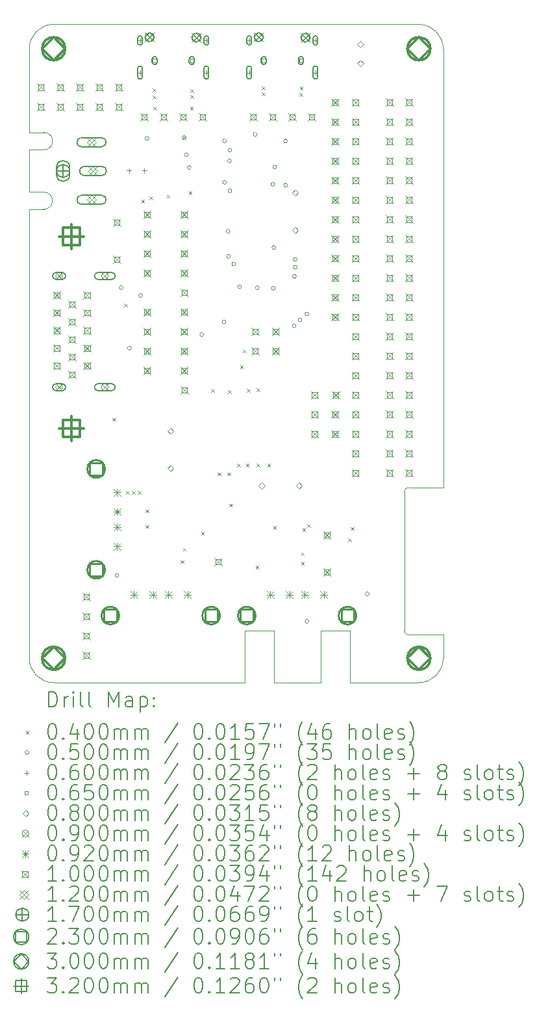
<source format=gbr>
%TF.GenerationSoftware,KiCad,Pcbnew,6.0.11-2627ca5db0~126~ubuntu20.04.1*%
%TF.CreationDate,2023-09-26T13:35:47+05:00*%
%TF.ProjectId,33EJU23,3333454a-5532-4332-9e6b-696361645f70,rev?*%
%TF.SameCoordinates,Original*%
%TF.FileFunction,Drillmap*%
%TF.FilePolarity,Positive*%
%FSLAX45Y45*%
G04 Gerber Fmt 4.5, Leading zero omitted, Abs format (unit mm)*
G04 Created by KiCad (PCBNEW 6.0.11-2627ca5db0~126~ubuntu20.04.1) date 2023-09-26 13:35:47*
%MOMM*%
%LPD*%
G01*
G04 APERTURE LIST*
%ADD10C,0.050000*%
%ADD11C,0.100000*%
%ADD12C,0.200000*%
%ADD13C,0.040000*%
%ADD14C,0.060000*%
%ADD15C,0.065000*%
%ADD16C,0.080000*%
%ADD17C,0.090000*%
%ADD18C,0.092000*%
%ADD19C,0.120000*%
%ADD20C,0.170000*%
%ADD21C,0.230000*%
%ADD22C,0.300000*%
%ADD23C,0.320000*%
G04 APERTURE END LIST*
D10*
X5791200Y-10693400D02*
X5791200Y-11366500D01*
X6172200Y-10693400D02*
X5791200Y-10693400D01*
X6172200Y-11366550D02*
X6172200Y-10693400D01*
X6781800Y-11366550D02*
X6172200Y-11366550D01*
X6781800Y-10693400D02*
X6781800Y-11366550D01*
X7162800Y-10693400D02*
X6781800Y-10693400D01*
X7162800Y-11366500D02*
X7162800Y-10693400D01*
X8064500Y-11366500D02*
X7162800Y-11366500D01*
D11*
X2984500Y-5201920D02*
X3175000Y-5201920D01*
X2984500Y-4427220D02*
X3175000Y-4427220D01*
X3302000Y-2794000D02*
X8064500Y-2794000D01*
X3175000Y-5201920D02*
G75*
G03*
X3175000Y-4978400I0J111760D01*
G01*
X3175000Y-4427220D02*
G75*
G03*
X3175000Y-4201160I0J113030D01*
G01*
X2984500Y-11049000D02*
G75*
G03*
X3302000Y-11366500I317500J0D01*
G01*
X2984500Y-11049000D02*
X2984500Y-5201920D01*
X7924800Y-8826500D02*
G75*
G03*
X7874000Y-8877300I0J-50800D01*
G01*
X2984500Y-4978400D02*
X2984500Y-4427220D01*
X7874000Y-10693400D02*
G75*
G03*
X7924800Y-10744200I50800J0D01*
G01*
X8382000Y-10744200D02*
X7924800Y-10744200D01*
X7874000Y-10693400D02*
X7874000Y-8877300D01*
X5791200Y-11366500D02*
X3302000Y-11366500D01*
X3302000Y-2794000D02*
G75*
G03*
X2984500Y-3111500I0J-317500D01*
G01*
X8382000Y-3111500D02*
X8382000Y-8826500D01*
X3175000Y-4978400D02*
X2984500Y-4978400D01*
X3175000Y-4201160D02*
X2984500Y-4201160D01*
X8382000Y-10744200D02*
X8382000Y-11049000D01*
X8382000Y-3111500D02*
G75*
G03*
X8064500Y-2794000I-317500J0D01*
G01*
X7924800Y-8826500D02*
X8382000Y-8826500D01*
X2984500Y-4201160D02*
X2984500Y-3111500D01*
X8064500Y-11366500D02*
G75*
G03*
X8382000Y-11049000I0J317500D01*
G01*
D12*
D13*
X4069400Y-7917500D02*
X4109400Y-7957500D01*
X4109400Y-7917500D02*
X4069400Y-7957500D01*
X4220068Y-6432515D02*
X4260068Y-6472515D01*
X4260068Y-6432515D02*
X4220068Y-6472515D01*
X4247200Y-8870000D02*
X4287200Y-8910000D01*
X4287200Y-8870000D02*
X4247200Y-8910000D01*
X4323400Y-8870000D02*
X4363400Y-8910000D01*
X4363400Y-8870000D02*
X4323400Y-8910000D01*
X4399600Y-8870000D02*
X4439600Y-8910000D01*
X4439600Y-8870000D02*
X4399600Y-8910000D01*
X4445320Y-5077780D02*
X4485320Y-5117780D01*
X4485320Y-5077780D02*
X4445320Y-5117780D01*
X4501200Y-9111300D02*
X4541200Y-9151300D01*
X4541200Y-9111300D02*
X4501200Y-9151300D01*
X4501200Y-9314500D02*
X4541200Y-9354500D01*
X4541200Y-9314500D02*
X4501200Y-9354500D01*
X4552000Y-5032060D02*
X4592000Y-5072060D01*
X4592000Y-5032060D02*
X4552000Y-5072060D01*
X4596064Y-3631636D02*
X4636064Y-3671636D01*
X4636064Y-3631636D02*
X4596064Y-3671636D01*
X4596064Y-3720536D02*
X4636064Y-3760536D01*
X4636064Y-3720536D02*
X4596064Y-3760536D01*
X4602800Y-3866200D02*
X4642800Y-3906200D01*
X4642800Y-3866200D02*
X4602800Y-3906200D01*
X4774498Y-5013818D02*
X4814498Y-5053818D01*
X4814498Y-5013818D02*
X4774498Y-5053818D01*
X4958400Y-9771700D02*
X4998400Y-9811700D01*
X4998400Y-9771700D02*
X4958400Y-9811700D01*
X4983800Y-4247200D02*
X5023800Y-4287200D01*
X5023800Y-4247200D02*
X4983800Y-4287200D01*
X4987579Y-9610379D02*
X5027579Y-9650379D01*
X5027579Y-9610379D02*
X4987579Y-9650379D01*
X5062540Y-4969350D02*
X5102540Y-5009350D01*
X5102540Y-4969350D02*
X5062540Y-5009350D01*
X5079964Y-3866661D02*
X5119964Y-3906661D01*
X5119964Y-3866661D02*
X5079964Y-3906661D01*
X5086064Y-3636936D02*
X5126064Y-3676936D01*
X5126064Y-3636936D02*
X5086064Y-3676936D01*
X5086064Y-3713136D02*
X5126064Y-3753136D01*
X5126064Y-3713136D02*
X5086064Y-3753136D01*
X5225100Y-9403400D02*
X5265100Y-9443400D01*
X5265100Y-9403400D02*
X5225100Y-9443400D01*
X5352544Y-7540250D02*
X5392544Y-7580250D01*
X5392544Y-7540250D02*
X5352544Y-7580250D01*
X5441000Y-8628700D02*
X5481000Y-8668700D01*
X5481000Y-8628700D02*
X5441000Y-8668700D01*
X5568000Y-8628700D02*
X5608000Y-8668700D01*
X5608000Y-8628700D02*
X5568000Y-8668700D01*
X5574350Y-7555550D02*
X5614350Y-7595550D01*
X5614350Y-7555550D02*
X5574350Y-7595550D01*
X5593400Y-9035100D02*
X5633400Y-9075100D01*
X5633400Y-9035100D02*
X5593400Y-9075100D01*
X5695000Y-8514400D02*
X5735000Y-8554400D01*
X5735000Y-8514400D02*
X5695000Y-8554400D01*
X5733100Y-7233850D02*
X5773100Y-7273850D01*
X5773100Y-7233850D02*
X5733100Y-7273850D01*
X5765950Y-7028500D02*
X5805950Y-7068500D01*
X5805950Y-7028500D02*
X5765950Y-7068500D01*
X5809300Y-8514400D02*
X5849300Y-8554400D01*
X5849300Y-8514400D02*
X5809300Y-8554400D01*
X5822000Y-7540250D02*
X5862000Y-7580250D01*
X5862000Y-7540250D02*
X5822000Y-7580250D01*
X5936300Y-9844750D02*
X5976300Y-9884750D01*
X5976300Y-9844750D02*
X5936300Y-9884750D01*
X5949000Y-8514400D02*
X5989000Y-8554400D01*
X5989000Y-8514400D02*
X5949000Y-8554400D01*
X5949187Y-7532950D02*
X5989187Y-7572950D01*
X5989187Y-7532950D02*
X5949187Y-7572950D01*
X6018960Y-3605740D02*
X6058960Y-3645740D01*
X6058960Y-3605740D02*
X6018960Y-3645740D01*
X6018960Y-3682160D02*
X6058960Y-3722160D01*
X6058960Y-3682160D02*
X6018960Y-3722160D01*
X6088700Y-8514400D02*
X6128700Y-8554400D01*
X6128700Y-8514400D02*
X6088700Y-8554400D01*
X6164900Y-9327200D02*
X6204900Y-9367200D01*
X6204900Y-9327200D02*
X6164900Y-9367200D01*
X6507800Y-3688400D02*
X6547800Y-3728400D01*
X6547800Y-3688400D02*
X6507800Y-3728400D01*
X6510950Y-3604224D02*
X6550950Y-3644224D01*
X6550950Y-3604224D02*
X6510950Y-3644224D01*
X6527962Y-9791862D02*
X6567962Y-9831862D01*
X6567962Y-9791862D02*
X6527962Y-9831862D01*
X6528155Y-9670100D02*
X6568155Y-9710100D01*
X6568155Y-9670100D02*
X6528155Y-9710100D01*
X6545900Y-9352600D02*
X6585900Y-9392600D01*
X6585900Y-9352600D02*
X6545900Y-9392600D01*
X6609400Y-9301800D02*
X6649400Y-9341800D01*
X6649400Y-9301800D02*
X6609400Y-9341800D01*
X7141684Y-9486554D02*
X7181684Y-9526554D01*
X7181684Y-9486554D02*
X7141684Y-9526554D01*
X7173950Y-9339900D02*
X7213950Y-9379900D01*
X7213950Y-9339900D02*
X7173950Y-9379900D01*
D10*
X4152500Y-9969500D02*
G75*
G03*
X4152500Y-9969500I-25000J0D01*
G01*
X4209650Y-6223000D02*
G75*
G03*
X4209650Y-6223000I-25000J0D01*
G01*
X4314772Y-7011850D02*
G75*
G03*
X4314772Y-7011850I-25000J0D01*
G01*
X4459951Y-6324600D02*
G75*
G03*
X4459951Y-6324600I-25000J0D01*
G01*
X4543660Y-4279900D02*
G75*
G03*
X4543660Y-4279900I-25000J0D01*
G01*
X5028800Y-4267200D02*
G75*
G03*
X5028800Y-4267200I-25000J0D01*
G01*
X5058050Y-4491657D02*
G75*
G03*
X5058050Y-4491657I-25000J0D01*
G01*
X5094840Y-4658360D02*
G75*
G03*
X5094840Y-4658360I-25000J0D01*
G01*
X5257400Y-6832600D02*
G75*
G03*
X5257400Y-6832600I-25000J0D01*
G01*
X5549500Y-6667500D02*
G75*
G03*
X5549500Y-6667500I-25000J0D01*
G01*
X5554570Y-4850638D02*
G75*
G03*
X5554570Y-4850638I-25000J0D01*
G01*
X5555850Y-4311650D02*
G75*
G03*
X5555850Y-4311650I-25000J0D01*
G01*
X5602442Y-5486955D02*
G75*
G03*
X5602442Y-5486955I-25000J0D01*
G01*
X5607393Y-5815385D02*
G75*
G03*
X5607393Y-5815385I-25000J0D01*
G01*
X5619750Y-4572000D02*
G75*
G03*
X5619750Y-4572000I-25000J0D01*
G01*
X5624739Y-4960998D02*
G75*
G03*
X5624739Y-4960998I-25000J0D01*
G01*
X5625700Y-4432300D02*
G75*
G03*
X5625700Y-4432300I-25000J0D01*
G01*
X5674527Y-5914788D02*
G75*
G03*
X5674527Y-5914788I-25000J0D01*
G01*
X5752700Y-6210300D02*
G75*
G03*
X5752700Y-6210300I-25000J0D01*
G01*
X5954969Y-4227383D02*
G75*
G03*
X5954969Y-4227383I-25000J0D01*
G01*
X5982375Y-6224075D02*
G75*
G03*
X5982375Y-6224075I-25000J0D01*
G01*
X6184105Y-4877697D02*
G75*
G03*
X6184105Y-4877697I-25000J0D01*
G01*
X6191925Y-6230425D02*
G75*
G03*
X6191925Y-6230425I-25000J0D01*
G01*
X6198525Y-5700975D02*
G75*
G03*
X6198525Y-5700975I-25000J0D01*
G01*
X6209926Y-4651632D02*
G75*
G03*
X6209926Y-4651632I-25000J0D01*
G01*
X6349039Y-4312461D02*
G75*
G03*
X6349039Y-4312461I-25000J0D01*
G01*
X6352130Y-4887677D02*
G75*
G03*
X6352130Y-4887677I-25000J0D01*
G01*
X6463900Y-6718300D02*
G75*
G03*
X6463900Y-6718300I-25000J0D01*
G01*
X6466885Y-6075856D02*
G75*
G03*
X6466885Y-6075856I-25000J0D01*
G01*
X6476600Y-5854700D02*
G75*
G03*
X6476600Y-5854700I-25000J0D01*
G01*
X6476600Y-5956300D02*
G75*
G03*
X6476600Y-5956300I-25000J0D01*
G01*
X6540100Y-6642100D02*
G75*
G03*
X6540100Y-6642100I-25000J0D01*
G01*
X6629000Y-6565900D02*
G75*
G03*
X6629000Y-6565900I-25000J0D01*
G01*
X6629000Y-10566400D02*
G75*
G03*
X6629000Y-10566400I-25000J0D01*
G01*
X7416400Y-10210800D02*
G75*
G03*
X7416400Y-10210800I-25000J0D01*
G01*
D14*
X4283840Y-4669000D02*
X4283840Y-4729000D01*
X4253840Y-4699000D02*
X4313840Y-4699000D01*
X4429064Y-2973451D02*
X4429064Y-3033451D01*
X4399064Y-3003451D02*
X4459064Y-3003451D01*
D12*
X4459064Y-3033451D02*
X4459064Y-2973451D01*
X4399064Y-3033451D02*
X4399064Y-2973451D01*
X4459064Y-2973451D02*
G75*
G03*
X4399064Y-2973451I-30000J0D01*
G01*
X4399064Y-3033451D02*
G75*
G03*
X4459064Y-3033451I30000J0D01*
G01*
D14*
X4429064Y-3391451D02*
X4429064Y-3451451D01*
X4399064Y-3421451D02*
X4459064Y-3421451D01*
D12*
X4459064Y-3476451D02*
X4459064Y-3366451D01*
X4399064Y-3476451D02*
X4399064Y-3366451D01*
X4459064Y-3366451D02*
G75*
G03*
X4399064Y-3366451I-30000J0D01*
G01*
X4399064Y-3476451D02*
G75*
G03*
X4459064Y-3476451I30000J0D01*
G01*
D14*
X4483840Y-4669000D02*
X4483840Y-4729000D01*
X4453840Y-4699000D02*
X4513840Y-4699000D01*
X5293064Y-2973451D02*
X5293064Y-3033451D01*
X5263064Y-3003451D02*
X5323064Y-3003451D01*
D12*
X5323064Y-3033451D02*
X5323064Y-2973451D01*
X5263064Y-3033451D02*
X5263064Y-2973451D01*
X5323064Y-2973451D02*
G75*
G03*
X5263064Y-2973451I-30000J0D01*
G01*
X5263064Y-3033451D02*
G75*
G03*
X5323064Y-3033451I30000J0D01*
G01*
D14*
X5293064Y-3391451D02*
X5293064Y-3451451D01*
X5263064Y-3421451D02*
X5323064Y-3421451D01*
D12*
X5323064Y-3476451D02*
X5323064Y-3366451D01*
X5263064Y-3476451D02*
X5263064Y-3366451D01*
X5323064Y-3366451D02*
G75*
G03*
X5263064Y-3366451I-30000J0D01*
G01*
X5263064Y-3476451D02*
G75*
G03*
X5323064Y-3476451I30000J0D01*
G01*
D14*
X5851960Y-2973200D02*
X5851960Y-3033200D01*
X5821960Y-3003200D02*
X5881960Y-3003200D01*
D12*
X5881960Y-3033200D02*
X5881960Y-2973200D01*
X5821960Y-3033200D02*
X5821960Y-2973200D01*
X5881960Y-2973200D02*
G75*
G03*
X5821960Y-2973200I-30000J0D01*
G01*
X5821960Y-3033200D02*
G75*
G03*
X5881960Y-3033200I30000J0D01*
G01*
D14*
X5851960Y-3391200D02*
X5851960Y-3451200D01*
X5821960Y-3421200D02*
X5881960Y-3421200D01*
D12*
X5881960Y-3476200D02*
X5881960Y-3366200D01*
X5821960Y-3476200D02*
X5821960Y-3366200D01*
X5881960Y-3366200D02*
G75*
G03*
X5821960Y-3366200I-30000J0D01*
G01*
X5821960Y-3476200D02*
G75*
G03*
X5881960Y-3476200I30000J0D01*
G01*
D14*
X6715960Y-2973200D02*
X6715960Y-3033200D01*
X6685960Y-3003200D02*
X6745960Y-3003200D01*
D12*
X6745960Y-3033200D02*
X6745960Y-2973200D01*
X6685960Y-3033200D02*
X6685960Y-2973200D01*
X6745960Y-2973200D02*
G75*
G03*
X6685960Y-2973200I-30000J0D01*
G01*
X6685960Y-3033200D02*
G75*
G03*
X6745960Y-3033200I30000J0D01*
G01*
D14*
X6715960Y-3391200D02*
X6715960Y-3451200D01*
X6685960Y-3421200D02*
X6745960Y-3421200D01*
D12*
X6745960Y-3476200D02*
X6745960Y-3366200D01*
X6685960Y-3476200D02*
X6685960Y-3366200D01*
X6745960Y-3366200D02*
G75*
G03*
X6685960Y-3366200I-30000J0D01*
G01*
X6685960Y-3476200D02*
G75*
G03*
X6745960Y-3476200I30000J0D01*
G01*
D15*
X4641879Y-3288682D02*
X4641879Y-3242720D01*
X4595917Y-3242720D01*
X4595917Y-3288682D01*
X4641879Y-3288682D01*
D12*
X4651398Y-3285701D02*
X4651398Y-3245701D01*
X4586398Y-3285701D02*
X4586398Y-3245701D01*
X4651398Y-3245701D02*
G75*
G03*
X4586398Y-3245701I-32500J0D01*
G01*
X4586398Y-3285701D02*
G75*
G03*
X4651398Y-3285701I32500J0D01*
G01*
D15*
X5125879Y-3288682D02*
X5125879Y-3242720D01*
X5079917Y-3242720D01*
X5079917Y-3288682D01*
X5125879Y-3288682D01*
D12*
X5135398Y-3285701D02*
X5135398Y-3245701D01*
X5070398Y-3285701D02*
X5070398Y-3245701D01*
X5135398Y-3245701D02*
G75*
G03*
X5070398Y-3245701I-32500J0D01*
G01*
X5070398Y-3285701D02*
G75*
G03*
X5135398Y-3285701I32500J0D01*
G01*
D15*
X6064776Y-3288432D02*
X6064776Y-3242469D01*
X6018813Y-3242469D01*
X6018813Y-3288432D01*
X6064776Y-3288432D01*
D12*
X6074294Y-3285451D02*
X6074294Y-3245451D01*
X6009294Y-3285451D02*
X6009294Y-3245451D01*
X6074294Y-3245451D02*
G75*
G03*
X6009294Y-3245451I-32500J0D01*
G01*
X6009294Y-3285451D02*
G75*
G03*
X6074294Y-3285451I32500J0D01*
G01*
D15*
X6548776Y-3288432D02*
X6548776Y-3242469D01*
X6502813Y-3242469D01*
X6502813Y-3288432D01*
X6548776Y-3288432D01*
D12*
X6558294Y-3285451D02*
X6558294Y-3245451D01*
X6493294Y-3285451D02*
X6493294Y-3245451D01*
X6558294Y-3245451D02*
G75*
G03*
X6493294Y-3245451I-32500J0D01*
G01*
X6493294Y-3285451D02*
G75*
G03*
X6558294Y-3285451I32500J0D01*
G01*
D16*
X4826000Y-8128200D02*
X4866000Y-8088200D01*
X4826000Y-8048200D01*
X4786000Y-8088200D01*
X4826000Y-8128200D01*
X4826000Y-8616200D02*
X4866000Y-8576200D01*
X4826000Y-8536200D01*
X4786000Y-8576200D01*
X4826000Y-8616200D01*
X6014400Y-8841100D02*
X6054400Y-8801100D01*
X6014400Y-8761100D01*
X5974400Y-8801100D01*
X6014400Y-8841100D01*
X6451600Y-5025700D02*
X6491600Y-4985700D01*
X6451600Y-4945700D01*
X6411600Y-4985700D01*
X6451600Y-5025700D01*
X6451600Y-5513700D02*
X6491600Y-5473700D01*
X6451600Y-5433700D01*
X6411600Y-5473700D01*
X6451600Y-5513700D01*
X6502400Y-8841100D02*
X6542400Y-8801100D01*
X6502400Y-8761100D01*
X6462400Y-8801100D01*
X6502400Y-8841100D01*
X7302500Y-3092000D02*
X7342500Y-3052000D01*
X7302500Y-3012000D01*
X7262500Y-3052000D01*
X7302500Y-3092000D01*
X7302500Y-3342000D02*
X7342500Y-3302000D01*
X7302500Y-3262000D01*
X7262500Y-3302000D01*
X7302500Y-3342000D01*
D17*
X3328500Y-6024500D02*
X3418500Y-6114500D01*
X3418500Y-6024500D02*
X3328500Y-6114500D01*
X3418500Y-6069500D02*
G75*
G03*
X3418500Y-6069500I-45000J0D01*
G01*
D12*
X3413500Y-6024500D02*
X3333500Y-6024500D01*
X3413500Y-6114500D02*
X3333500Y-6114500D01*
X3333500Y-6024500D02*
G75*
G03*
X3333500Y-6114500I0J-45000D01*
G01*
X3413500Y-6114500D02*
G75*
G03*
X3413500Y-6024500I0J45000D01*
G01*
D17*
X3328500Y-7474500D02*
X3418500Y-7564500D01*
X3418500Y-7474500D02*
X3328500Y-7564500D01*
X3418500Y-7519500D02*
G75*
G03*
X3418500Y-7519500I-45000J0D01*
G01*
D12*
X3413500Y-7474500D02*
X3333500Y-7474500D01*
X3413500Y-7564500D02*
X3333500Y-7564500D01*
X3333500Y-7474500D02*
G75*
G03*
X3333500Y-7564500I0J-45000D01*
G01*
X3413500Y-7564500D02*
G75*
G03*
X3413500Y-7474500I0J45000D01*
G01*
D17*
X3924500Y-6024500D02*
X4014500Y-6114500D01*
X4014500Y-6024500D02*
X3924500Y-6114500D01*
X4014500Y-6069500D02*
G75*
G03*
X4014500Y-6069500I-45000J0D01*
G01*
D12*
X4059500Y-6024500D02*
X3879500Y-6024500D01*
X4059500Y-6114500D02*
X3879500Y-6114500D01*
X3879500Y-6024500D02*
G75*
G03*
X3879500Y-6114500I0J-45000D01*
G01*
X4059500Y-6114500D02*
G75*
G03*
X4059500Y-6024500I0J45000D01*
G01*
D17*
X3924500Y-7474500D02*
X4014500Y-7564500D01*
X4014500Y-7474500D02*
X3924500Y-7564500D01*
X4014500Y-7519500D02*
G75*
G03*
X4014500Y-7519500I-45000J0D01*
G01*
D12*
X4059500Y-7474500D02*
X3879500Y-7474500D01*
X4059500Y-7564500D02*
X3879500Y-7564500D01*
X3879500Y-7474500D02*
G75*
G03*
X3879500Y-7564500I0J-45000D01*
G01*
X4059500Y-7564500D02*
G75*
G03*
X4059500Y-7474500I0J45000D01*
G01*
D18*
X4081500Y-8844000D02*
X4173500Y-8936000D01*
X4173500Y-8844000D02*
X4081500Y-8936000D01*
X4127500Y-8844000D02*
X4127500Y-8936000D01*
X4081500Y-8890000D02*
X4173500Y-8890000D01*
X4081500Y-9094000D02*
X4173500Y-9186000D01*
X4173500Y-9094000D02*
X4081500Y-9186000D01*
X4127500Y-9094000D02*
X4127500Y-9186000D01*
X4081500Y-9140000D02*
X4173500Y-9140000D01*
X4081500Y-9294000D02*
X4173500Y-9386000D01*
X4173500Y-9294000D02*
X4081500Y-9386000D01*
X4127500Y-9294000D02*
X4127500Y-9386000D01*
X4081500Y-9340000D02*
X4173500Y-9340000D01*
X4081500Y-9544000D02*
X4173500Y-9636000D01*
X4173500Y-9544000D02*
X4081500Y-9636000D01*
X4127500Y-9544000D02*
X4127500Y-9636000D01*
X4081500Y-9590000D02*
X4173500Y-9590000D01*
X4303000Y-10176250D02*
X4395000Y-10268250D01*
X4395000Y-10176250D02*
X4303000Y-10268250D01*
X4349000Y-10176250D02*
X4349000Y-10268250D01*
X4303000Y-10222250D02*
X4395000Y-10222250D01*
X4553000Y-10176250D02*
X4645000Y-10268250D01*
X4645000Y-10176250D02*
X4553000Y-10268250D01*
X4599000Y-10176250D02*
X4599000Y-10268250D01*
X4553000Y-10222250D02*
X4645000Y-10222250D01*
X4753000Y-10176250D02*
X4845000Y-10268250D01*
X4845000Y-10176250D02*
X4753000Y-10268250D01*
X4799000Y-10176250D02*
X4799000Y-10268250D01*
X4753000Y-10222250D02*
X4845000Y-10222250D01*
X5003000Y-10176250D02*
X5095000Y-10268250D01*
X5095000Y-10176250D02*
X5003000Y-10268250D01*
X5049000Y-10176250D02*
X5049000Y-10268250D01*
X5003000Y-10222250D02*
X5095000Y-10222250D01*
X6081000Y-10176250D02*
X6173000Y-10268250D01*
X6173000Y-10176250D02*
X6081000Y-10268250D01*
X6127000Y-10176250D02*
X6127000Y-10268250D01*
X6081000Y-10222250D02*
X6173000Y-10222250D01*
X6331000Y-10176250D02*
X6423000Y-10268250D01*
X6423000Y-10176250D02*
X6331000Y-10268250D01*
X6377000Y-10176250D02*
X6377000Y-10268250D01*
X6331000Y-10222250D02*
X6423000Y-10222250D01*
X6531000Y-10176250D02*
X6623000Y-10268250D01*
X6623000Y-10176250D02*
X6531000Y-10268250D01*
X6577000Y-10176250D02*
X6577000Y-10268250D01*
X6531000Y-10222250D02*
X6623000Y-10222250D01*
X6781000Y-10176250D02*
X6873000Y-10268250D01*
X6873000Y-10176250D02*
X6781000Y-10268250D01*
X6827000Y-10176250D02*
X6827000Y-10268250D01*
X6781000Y-10222250D02*
X6873000Y-10222250D01*
D11*
X3086900Y-3564420D02*
X3186900Y-3664420D01*
X3186900Y-3564420D02*
X3086900Y-3664420D01*
X3172256Y-3649776D02*
X3172256Y-3579064D01*
X3101544Y-3579064D01*
X3101544Y-3649776D01*
X3172256Y-3649776D01*
X3086900Y-3818420D02*
X3186900Y-3918420D01*
X3186900Y-3818420D02*
X3086900Y-3918420D01*
X3172256Y-3903776D02*
X3172256Y-3833064D01*
X3101544Y-3833064D01*
X3101544Y-3903776D01*
X3172256Y-3903776D01*
X3294033Y-6273000D02*
X3394033Y-6373000D01*
X3394033Y-6273000D02*
X3294033Y-6373000D01*
X3379389Y-6358356D02*
X3379389Y-6287644D01*
X3308677Y-6287644D01*
X3308677Y-6358356D01*
X3379389Y-6358356D01*
X3294033Y-6502000D02*
X3394033Y-6602000D01*
X3394033Y-6502000D02*
X3294033Y-6602000D01*
X3379389Y-6587356D02*
X3379389Y-6516644D01*
X3308677Y-6516644D01*
X3308677Y-6587356D01*
X3379389Y-6587356D01*
X3294033Y-6731000D02*
X3394033Y-6831000D01*
X3394033Y-6731000D02*
X3294033Y-6831000D01*
X3379389Y-6816356D02*
X3379389Y-6745644D01*
X3308677Y-6745644D01*
X3308677Y-6816356D01*
X3379389Y-6816356D01*
X3294033Y-6960000D02*
X3394033Y-7060000D01*
X3394033Y-6960000D02*
X3294033Y-7060000D01*
X3379389Y-7045356D02*
X3379389Y-6974644D01*
X3308677Y-6974644D01*
X3308677Y-7045356D01*
X3379389Y-7045356D01*
X3294033Y-7189000D02*
X3394033Y-7289000D01*
X3394033Y-7189000D02*
X3294033Y-7289000D01*
X3379389Y-7274356D02*
X3379389Y-7203644D01*
X3308677Y-7203644D01*
X3308677Y-7274356D01*
X3379389Y-7274356D01*
X3340900Y-3564420D02*
X3440900Y-3664420D01*
X3440900Y-3564420D02*
X3340900Y-3664420D01*
X3426256Y-3649776D02*
X3426256Y-3579064D01*
X3355544Y-3579064D01*
X3355544Y-3649776D01*
X3426256Y-3649776D01*
X3340900Y-3818420D02*
X3440900Y-3918420D01*
X3440900Y-3818420D02*
X3340900Y-3918420D01*
X3426256Y-3903776D02*
X3426256Y-3833064D01*
X3355544Y-3833064D01*
X3355544Y-3903776D01*
X3426256Y-3903776D01*
X3492033Y-6387500D02*
X3592033Y-6487500D01*
X3592033Y-6387500D02*
X3492033Y-6487500D01*
X3577389Y-6472856D02*
X3577389Y-6402144D01*
X3506677Y-6402144D01*
X3506677Y-6472856D01*
X3577389Y-6472856D01*
X3492033Y-6616500D02*
X3592033Y-6716500D01*
X3592033Y-6616500D02*
X3492033Y-6716500D01*
X3577389Y-6701856D02*
X3577389Y-6631144D01*
X3506677Y-6631144D01*
X3506677Y-6701856D01*
X3577389Y-6701856D01*
X3492033Y-6845500D02*
X3592033Y-6945500D01*
X3592033Y-6845500D02*
X3492033Y-6945500D01*
X3577389Y-6930856D02*
X3577389Y-6860144D01*
X3506677Y-6860144D01*
X3506677Y-6930856D01*
X3577389Y-6930856D01*
X3492033Y-7074500D02*
X3592033Y-7174500D01*
X3592033Y-7074500D02*
X3492033Y-7174500D01*
X3577389Y-7159856D02*
X3577389Y-7089144D01*
X3506677Y-7089144D01*
X3506677Y-7159856D01*
X3577389Y-7159856D01*
X3492033Y-7303500D02*
X3592033Y-7403500D01*
X3592033Y-7303500D02*
X3492033Y-7403500D01*
X3577389Y-7388856D02*
X3577389Y-7318144D01*
X3506677Y-7318144D01*
X3506677Y-7388856D01*
X3577389Y-7388856D01*
X3594900Y-3564420D02*
X3694900Y-3664420D01*
X3694900Y-3564420D02*
X3594900Y-3664420D01*
X3680256Y-3649776D02*
X3680256Y-3579064D01*
X3609544Y-3579064D01*
X3609544Y-3649776D01*
X3680256Y-3649776D01*
X3594900Y-3818420D02*
X3694900Y-3918420D01*
X3694900Y-3818420D02*
X3594900Y-3918420D01*
X3680256Y-3903776D02*
X3680256Y-3833064D01*
X3609544Y-3833064D01*
X3609544Y-3903776D01*
X3680256Y-3903776D01*
X3678448Y-10200826D02*
X3778448Y-10300826D01*
X3778448Y-10200826D02*
X3678448Y-10300826D01*
X3763804Y-10286181D02*
X3763804Y-10215470D01*
X3693093Y-10215470D01*
X3693093Y-10286181D01*
X3763804Y-10286181D01*
X3678448Y-10454826D02*
X3778448Y-10554826D01*
X3778448Y-10454826D02*
X3678448Y-10554826D01*
X3763804Y-10540181D02*
X3763804Y-10469470D01*
X3693093Y-10469470D01*
X3693093Y-10540181D01*
X3763804Y-10540181D01*
X3678448Y-10708826D02*
X3778448Y-10808826D01*
X3778448Y-10708826D02*
X3678448Y-10808826D01*
X3763804Y-10794181D02*
X3763804Y-10723470D01*
X3693093Y-10723470D01*
X3693093Y-10794181D01*
X3763804Y-10794181D01*
X3678448Y-10962826D02*
X3778448Y-11062826D01*
X3778448Y-10962826D02*
X3678448Y-11062826D01*
X3763804Y-11048181D02*
X3763804Y-10977470D01*
X3693093Y-10977470D01*
X3693093Y-11048181D01*
X3763804Y-11048181D01*
X3690033Y-6273000D02*
X3790033Y-6373000D01*
X3790033Y-6273000D02*
X3690033Y-6373000D01*
X3775389Y-6358356D02*
X3775389Y-6287644D01*
X3704677Y-6287644D01*
X3704677Y-6358356D01*
X3775389Y-6358356D01*
X3690033Y-6502000D02*
X3790033Y-6602000D01*
X3790033Y-6502000D02*
X3690033Y-6602000D01*
X3775389Y-6587356D02*
X3775389Y-6516644D01*
X3704677Y-6516644D01*
X3704677Y-6587356D01*
X3775389Y-6587356D01*
X3690033Y-6731000D02*
X3790033Y-6831000D01*
X3790033Y-6731000D02*
X3690033Y-6831000D01*
X3775389Y-6816356D02*
X3775389Y-6745644D01*
X3704677Y-6745644D01*
X3704677Y-6816356D01*
X3775389Y-6816356D01*
X3690033Y-6960000D02*
X3790033Y-7060000D01*
X3790033Y-6960000D02*
X3690033Y-7060000D01*
X3775389Y-7045356D02*
X3775389Y-6974644D01*
X3704677Y-6974644D01*
X3704677Y-7045356D01*
X3775389Y-7045356D01*
X3690033Y-7189000D02*
X3790033Y-7289000D01*
X3790033Y-7189000D02*
X3690033Y-7289000D01*
X3775389Y-7274356D02*
X3775389Y-7203644D01*
X3704677Y-7203644D01*
X3704677Y-7274356D01*
X3775389Y-7274356D01*
X3848900Y-3564420D02*
X3948900Y-3664420D01*
X3948900Y-3564420D02*
X3848900Y-3664420D01*
X3934256Y-3649776D02*
X3934256Y-3579064D01*
X3863544Y-3579064D01*
X3863544Y-3649776D01*
X3934256Y-3649776D01*
X3848900Y-3818420D02*
X3948900Y-3918420D01*
X3948900Y-3818420D02*
X3848900Y-3918420D01*
X3934256Y-3903776D02*
X3934256Y-3833064D01*
X3863544Y-3833064D01*
X3863544Y-3903776D01*
X3934256Y-3903776D01*
X4077500Y-5323700D02*
X4177500Y-5423700D01*
X4177500Y-5323700D02*
X4077500Y-5423700D01*
X4162856Y-5409056D02*
X4162856Y-5338344D01*
X4092144Y-5338344D01*
X4092144Y-5409056D01*
X4162856Y-5409056D01*
X4077500Y-5806300D02*
X4177500Y-5906300D01*
X4177500Y-5806300D02*
X4077500Y-5906300D01*
X4162856Y-5891656D02*
X4162856Y-5820944D01*
X4092144Y-5820944D01*
X4092144Y-5891656D01*
X4162856Y-5891656D01*
X4102900Y-3564420D02*
X4202900Y-3664420D01*
X4202900Y-3564420D02*
X4102900Y-3664420D01*
X4188256Y-3649776D02*
X4188256Y-3579064D01*
X4117544Y-3579064D01*
X4117544Y-3649776D01*
X4188256Y-3649776D01*
X4102900Y-3818420D02*
X4202900Y-3918420D01*
X4202900Y-3818420D02*
X4102900Y-3918420D01*
X4188256Y-3903776D02*
X4188256Y-3833064D01*
X4117544Y-3833064D01*
X4117544Y-3903776D01*
X4188256Y-3903776D01*
X4431064Y-3950500D02*
X4531064Y-4050500D01*
X4531064Y-3950500D02*
X4431064Y-4050500D01*
X4516419Y-4035856D02*
X4516419Y-3965144D01*
X4445708Y-3965144D01*
X4445708Y-4035856D01*
X4516419Y-4035856D01*
X4471200Y-5220500D02*
X4571200Y-5320500D01*
X4571200Y-5220500D02*
X4471200Y-5320500D01*
X4556556Y-5305856D02*
X4556556Y-5235144D01*
X4485844Y-5235144D01*
X4485844Y-5305856D01*
X4556556Y-5305856D01*
X4471200Y-5474500D02*
X4571200Y-5574500D01*
X4571200Y-5474500D02*
X4471200Y-5574500D01*
X4556556Y-5559856D02*
X4556556Y-5489144D01*
X4485844Y-5489144D01*
X4485844Y-5559856D01*
X4556556Y-5559856D01*
X4471200Y-5728500D02*
X4571200Y-5828500D01*
X4571200Y-5728500D02*
X4471200Y-5828500D01*
X4556556Y-5813856D02*
X4556556Y-5743144D01*
X4485844Y-5743144D01*
X4485844Y-5813856D01*
X4556556Y-5813856D01*
X4471200Y-5982500D02*
X4571200Y-6082500D01*
X4571200Y-5982500D02*
X4471200Y-6082500D01*
X4556556Y-6067856D02*
X4556556Y-5997144D01*
X4485844Y-5997144D01*
X4485844Y-6067856D01*
X4556556Y-6067856D01*
X4471200Y-6490500D02*
X4571200Y-6590500D01*
X4571200Y-6490500D02*
X4471200Y-6590500D01*
X4556556Y-6575856D02*
X4556556Y-6505144D01*
X4485844Y-6505144D01*
X4485844Y-6575856D01*
X4556556Y-6575856D01*
X4471200Y-6744500D02*
X4571200Y-6844500D01*
X4571200Y-6744500D02*
X4471200Y-6844500D01*
X4556556Y-6829856D02*
X4556556Y-6759144D01*
X4485844Y-6759144D01*
X4485844Y-6829856D01*
X4556556Y-6829856D01*
X4471200Y-6998500D02*
X4571200Y-7098500D01*
X4571200Y-6998500D02*
X4471200Y-7098500D01*
X4556556Y-7083856D02*
X4556556Y-7013144D01*
X4485844Y-7013144D01*
X4485844Y-7083856D01*
X4556556Y-7083856D01*
X4471200Y-7252500D02*
X4571200Y-7352500D01*
X4571200Y-7252500D02*
X4471200Y-7352500D01*
X4556556Y-7337856D02*
X4556556Y-7267144D01*
X4485844Y-7267144D01*
X4485844Y-7337856D01*
X4556556Y-7337856D01*
X4685064Y-3950500D02*
X4785064Y-4050500D01*
X4785064Y-3950500D02*
X4685064Y-4050500D01*
X4770419Y-4035856D02*
X4770419Y-3965144D01*
X4699708Y-3965144D01*
X4699708Y-4035856D01*
X4770419Y-4035856D01*
X4939064Y-3950500D02*
X5039064Y-4050500D01*
X5039064Y-3950500D02*
X4939064Y-4050500D01*
X5024419Y-4035856D02*
X5024419Y-3965144D01*
X4953708Y-3965144D01*
X4953708Y-4035856D01*
X5024419Y-4035856D01*
X4953800Y-5220500D02*
X5053800Y-5320500D01*
X5053800Y-5220500D02*
X4953800Y-5320500D01*
X5039156Y-5305856D02*
X5039156Y-5235144D01*
X4968444Y-5235144D01*
X4968444Y-5305856D01*
X5039156Y-5305856D01*
X4953800Y-5474500D02*
X5053800Y-5574500D01*
X5053800Y-5474500D02*
X4953800Y-5574500D01*
X5039156Y-5559856D02*
X5039156Y-5489144D01*
X4968444Y-5489144D01*
X4968444Y-5559856D01*
X5039156Y-5559856D01*
X4953800Y-5728500D02*
X5053800Y-5828500D01*
X5053800Y-5728500D02*
X4953800Y-5828500D01*
X5039156Y-5813856D02*
X5039156Y-5743144D01*
X4968444Y-5743144D01*
X4968444Y-5813856D01*
X5039156Y-5813856D01*
X4953800Y-5982500D02*
X5053800Y-6082500D01*
X5053800Y-5982500D02*
X4953800Y-6082500D01*
X5039156Y-6067856D02*
X5039156Y-5997144D01*
X4968444Y-5997144D01*
X4968444Y-6067856D01*
X5039156Y-6067856D01*
X4953800Y-6490500D02*
X5053800Y-6590500D01*
X5053800Y-6490500D02*
X4953800Y-6590500D01*
X5039156Y-6575856D02*
X5039156Y-6505144D01*
X4968444Y-6505144D01*
X4968444Y-6575856D01*
X5039156Y-6575856D01*
X4953800Y-6744500D02*
X5053800Y-6844500D01*
X5053800Y-6744500D02*
X4953800Y-6844500D01*
X5039156Y-6829856D02*
X5039156Y-6759144D01*
X4968444Y-6759144D01*
X4968444Y-6829856D01*
X5039156Y-6829856D01*
X4953800Y-6998500D02*
X5053800Y-7098500D01*
X5053800Y-6998500D02*
X4953800Y-7098500D01*
X5039156Y-7083856D02*
X5039156Y-7013144D01*
X4968444Y-7013144D01*
X4968444Y-7083856D01*
X5039156Y-7083856D01*
X4953800Y-7252500D02*
X5053800Y-7352500D01*
X5053800Y-7252500D02*
X4953800Y-7352500D01*
X5039156Y-7337856D02*
X5039156Y-7267144D01*
X4968444Y-7267144D01*
X4968444Y-7337856D01*
X5039156Y-7337856D01*
X4954641Y-6238872D02*
X5054641Y-6338872D01*
X5054641Y-6238872D02*
X4954641Y-6338872D01*
X5039997Y-6324227D02*
X5039997Y-6253516D01*
X4969286Y-6253516D01*
X4969286Y-6324227D01*
X5039997Y-6324227D01*
X4956664Y-7506934D02*
X5056664Y-7606934D01*
X5056664Y-7506934D02*
X4956664Y-7606934D01*
X5042020Y-7592290D02*
X5042020Y-7521579D01*
X4971308Y-7521579D01*
X4971308Y-7592290D01*
X5042020Y-7592290D01*
X5193064Y-3950500D02*
X5293064Y-4050500D01*
X5293064Y-3950500D02*
X5193064Y-4050500D01*
X5278419Y-4035856D02*
X5278419Y-3965144D01*
X5207708Y-3965144D01*
X5207708Y-4035856D01*
X5278419Y-4035856D01*
X5398300Y-9741700D02*
X5498300Y-9841700D01*
X5498300Y-9741700D02*
X5398300Y-9841700D01*
X5483656Y-9827056D02*
X5483656Y-9756344D01*
X5412944Y-9756344D01*
X5412944Y-9827056D01*
X5483656Y-9827056D01*
X5856500Y-3950500D02*
X5956500Y-4050500D01*
X5956500Y-3950500D02*
X5856500Y-4050500D01*
X5941856Y-4035856D02*
X5941856Y-3965144D01*
X5871144Y-3965144D01*
X5871144Y-4035856D01*
X5941856Y-4035856D01*
X5880900Y-6744500D02*
X5980900Y-6844500D01*
X5980900Y-6744500D02*
X5880900Y-6844500D01*
X5966256Y-6829856D02*
X5966256Y-6759144D01*
X5895544Y-6759144D01*
X5895544Y-6829856D01*
X5966256Y-6829856D01*
X5880900Y-6998500D02*
X5980900Y-7098500D01*
X5980900Y-6998500D02*
X5880900Y-7098500D01*
X5966256Y-7083856D02*
X5966256Y-7013144D01*
X5895544Y-7013144D01*
X5895544Y-7083856D01*
X5966256Y-7083856D01*
X6110500Y-3950500D02*
X6210500Y-4050500D01*
X6210500Y-3950500D02*
X6110500Y-4050500D01*
X6195856Y-4035856D02*
X6195856Y-3965144D01*
X6125144Y-3965144D01*
X6125144Y-4035856D01*
X6195856Y-4035856D01*
X6147600Y-6744500D02*
X6247600Y-6844500D01*
X6247600Y-6744500D02*
X6147600Y-6844500D01*
X6232956Y-6829856D02*
X6232956Y-6759144D01*
X6162244Y-6759144D01*
X6162244Y-6829856D01*
X6232956Y-6829856D01*
X6147600Y-6998500D02*
X6247600Y-7098500D01*
X6247600Y-6998500D02*
X6147600Y-7098500D01*
X6232956Y-7083856D02*
X6232956Y-7013144D01*
X6162244Y-7013144D01*
X6162244Y-7083856D01*
X6232956Y-7083856D01*
X6364500Y-3950500D02*
X6464500Y-4050500D01*
X6464500Y-3950500D02*
X6364500Y-4050500D01*
X6449856Y-4035856D02*
X6449856Y-3965144D01*
X6379144Y-3965144D01*
X6379144Y-4035856D01*
X6449856Y-4035856D01*
X6618500Y-3950500D02*
X6718500Y-4050500D01*
X6718500Y-3950500D02*
X6618500Y-4050500D01*
X6703856Y-4035856D02*
X6703856Y-3965144D01*
X6633144Y-3965144D01*
X6633144Y-4035856D01*
X6703856Y-4035856D01*
X6655600Y-7570000D02*
X6755600Y-7670000D01*
X6755600Y-7570000D02*
X6655600Y-7670000D01*
X6740956Y-7655356D02*
X6740956Y-7584644D01*
X6670244Y-7584644D01*
X6670244Y-7655356D01*
X6740956Y-7655356D01*
X6655600Y-7824000D02*
X6755600Y-7924000D01*
X6755600Y-7824000D02*
X6655600Y-7924000D01*
X6740956Y-7909356D02*
X6740956Y-7838644D01*
X6670244Y-7838644D01*
X6670244Y-7909356D01*
X6740956Y-7909356D01*
X6655600Y-8078000D02*
X6755600Y-8178000D01*
X6755600Y-8078000D02*
X6655600Y-8178000D01*
X6740956Y-8163356D02*
X6740956Y-8092644D01*
X6670244Y-8092644D01*
X6670244Y-8163356D01*
X6740956Y-8163356D01*
X6816438Y-9395476D02*
X6916438Y-9495476D01*
X6916438Y-9395476D02*
X6816438Y-9495476D01*
X6901794Y-9480831D02*
X6901794Y-9410120D01*
X6831082Y-9410120D01*
X6831082Y-9480831D01*
X6901794Y-9480831D01*
X6816438Y-9878076D02*
X6916438Y-9978076D01*
X6916438Y-9878076D02*
X6816438Y-9978076D01*
X6901794Y-9963431D02*
X6901794Y-9892720D01*
X6831082Y-9892720D01*
X6831082Y-9963431D01*
X6901794Y-9963431D01*
X6922300Y-3760000D02*
X7022300Y-3860000D01*
X7022300Y-3760000D02*
X6922300Y-3860000D01*
X7007656Y-3845356D02*
X7007656Y-3774644D01*
X6936944Y-3774644D01*
X6936944Y-3845356D01*
X7007656Y-3845356D01*
X6922300Y-4014000D02*
X7022300Y-4114000D01*
X7022300Y-4014000D02*
X6922300Y-4114000D01*
X7007656Y-4099356D02*
X7007656Y-4028644D01*
X6936944Y-4028644D01*
X6936944Y-4099356D01*
X7007656Y-4099356D01*
X6922300Y-4268000D02*
X7022300Y-4368000D01*
X7022300Y-4268000D02*
X6922300Y-4368000D01*
X7007656Y-4353356D02*
X7007656Y-4282644D01*
X6936944Y-4282644D01*
X6936944Y-4353356D01*
X7007656Y-4353356D01*
X6922300Y-4522000D02*
X7022300Y-4622000D01*
X7022300Y-4522000D02*
X6922300Y-4622000D01*
X7007656Y-4607356D02*
X7007656Y-4536644D01*
X6936944Y-4536644D01*
X6936944Y-4607356D01*
X7007656Y-4607356D01*
X6922300Y-4776000D02*
X7022300Y-4876000D01*
X7022300Y-4776000D02*
X6922300Y-4876000D01*
X7007656Y-4861356D02*
X7007656Y-4790644D01*
X6936944Y-4790644D01*
X6936944Y-4861356D01*
X7007656Y-4861356D01*
X6922300Y-5030000D02*
X7022300Y-5130000D01*
X7022300Y-5030000D02*
X6922300Y-5130000D01*
X7007656Y-5115356D02*
X7007656Y-5044644D01*
X6936944Y-5044644D01*
X6936944Y-5115356D01*
X7007656Y-5115356D01*
X6922300Y-5284000D02*
X7022300Y-5384000D01*
X7022300Y-5284000D02*
X6922300Y-5384000D01*
X7007656Y-5369356D02*
X7007656Y-5298644D01*
X6936944Y-5298644D01*
X6936944Y-5369356D01*
X7007656Y-5369356D01*
X6922300Y-5538000D02*
X7022300Y-5638000D01*
X7022300Y-5538000D02*
X6922300Y-5638000D01*
X7007656Y-5623356D02*
X7007656Y-5552644D01*
X6936944Y-5552644D01*
X6936944Y-5623356D01*
X7007656Y-5623356D01*
X6922300Y-5792000D02*
X7022300Y-5892000D01*
X7022300Y-5792000D02*
X6922300Y-5892000D01*
X7007656Y-5877356D02*
X7007656Y-5806644D01*
X6936944Y-5806644D01*
X6936944Y-5877356D01*
X7007656Y-5877356D01*
X6922300Y-6046000D02*
X7022300Y-6146000D01*
X7022300Y-6046000D02*
X6922300Y-6146000D01*
X7007656Y-6131356D02*
X7007656Y-6060644D01*
X6936944Y-6060644D01*
X6936944Y-6131356D01*
X7007656Y-6131356D01*
X6922300Y-6300000D02*
X7022300Y-6400000D01*
X7022300Y-6300000D02*
X6922300Y-6400000D01*
X7007656Y-6385356D02*
X7007656Y-6314644D01*
X6936944Y-6314644D01*
X6936944Y-6385356D01*
X7007656Y-6385356D01*
X6922300Y-6554000D02*
X7022300Y-6654000D01*
X7022300Y-6554000D02*
X6922300Y-6654000D01*
X7007656Y-6639356D02*
X7007656Y-6568644D01*
X6936944Y-6568644D01*
X6936944Y-6639356D01*
X7007656Y-6639356D01*
X6922300Y-7824000D02*
X7022300Y-7924000D01*
X7022300Y-7824000D02*
X6922300Y-7924000D01*
X7007656Y-7909356D02*
X7007656Y-7838644D01*
X6936944Y-7838644D01*
X6936944Y-7909356D01*
X7007656Y-7909356D01*
X6922300Y-8078000D02*
X7022300Y-8178000D01*
X7022300Y-8078000D02*
X6922300Y-8178000D01*
X7007656Y-8163356D02*
X7007656Y-8092644D01*
X6936944Y-8092644D01*
X6936944Y-8163356D01*
X7007656Y-8163356D01*
X6930600Y-7570000D02*
X7030600Y-7670000D01*
X7030600Y-7570000D02*
X6930600Y-7670000D01*
X7015956Y-7655356D02*
X7015956Y-7584644D01*
X6945244Y-7584644D01*
X6945244Y-7655356D01*
X7015956Y-7655356D01*
X7189000Y-3760000D02*
X7289000Y-3860000D01*
X7289000Y-3760000D02*
X7189000Y-3860000D01*
X7274356Y-3845356D02*
X7274356Y-3774644D01*
X7203644Y-3774644D01*
X7203644Y-3845356D01*
X7274356Y-3845356D01*
X7189000Y-4014000D02*
X7289000Y-4114000D01*
X7289000Y-4014000D02*
X7189000Y-4114000D01*
X7274356Y-4099356D02*
X7274356Y-4028644D01*
X7203644Y-4028644D01*
X7203644Y-4099356D01*
X7274356Y-4099356D01*
X7189000Y-4268000D02*
X7289000Y-4368000D01*
X7289000Y-4268000D02*
X7189000Y-4368000D01*
X7274356Y-4353356D02*
X7274356Y-4282644D01*
X7203644Y-4282644D01*
X7203644Y-4353356D01*
X7274356Y-4353356D01*
X7189000Y-4522000D02*
X7289000Y-4622000D01*
X7289000Y-4522000D02*
X7189000Y-4622000D01*
X7274356Y-4607356D02*
X7274356Y-4536644D01*
X7203644Y-4536644D01*
X7203644Y-4607356D01*
X7274356Y-4607356D01*
X7189000Y-4776000D02*
X7289000Y-4876000D01*
X7289000Y-4776000D02*
X7189000Y-4876000D01*
X7274356Y-4861356D02*
X7274356Y-4790644D01*
X7203644Y-4790644D01*
X7203644Y-4861356D01*
X7274356Y-4861356D01*
X7189000Y-5030000D02*
X7289000Y-5130000D01*
X7289000Y-5030000D02*
X7189000Y-5130000D01*
X7274356Y-5115356D02*
X7274356Y-5044644D01*
X7203644Y-5044644D01*
X7203644Y-5115356D01*
X7274356Y-5115356D01*
X7189000Y-5284000D02*
X7289000Y-5384000D01*
X7289000Y-5284000D02*
X7189000Y-5384000D01*
X7274356Y-5369356D02*
X7274356Y-5298644D01*
X7203644Y-5298644D01*
X7203644Y-5369356D01*
X7274356Y-5369356D01*
X7189000Y-5538000D02*
X7289000Y-5638000D01*
X7289000Y-5538000D02*
X7189000Y-5638000D01*
X7274356Y-5623356D02*
X7274356Y-5552644D01*
X7203644Y-5552644D01*
X7203644Y-5623356D01*
X7274356Y-5623356D01*
X7189000Y-5792000D02*
X7289000Y-5892000D01*
X7289000Y-5792000D02*
X7189000Y-5892000D01*
X7274356Y-5877356D02*
X7274356Y-5806644D01*
X7203644Y-5806644D01*
X7203644Y-5877356D01*
X7274356Y-5877356D01*
X7189000Y-6046000D02*
X7289000Y-6146000D01*
X7289000Y-6046000D02*
X7189000Y-6146000D01*
X7274356Y-6131356D02*
X7274356Y-6060644D01*
X7203644Y-6060644D01*
X7203644Y-6131356D01*
X7274356Y-6131356D01*
X7189000Y-6300000D02*
X7289000Y-6400000D01*
X7289000Y-6300000D02*
X7189000Y-6400000D01*
X7274356Y-6385356D02*
X7274356Y-6314644D01*
X7203644Y-6314644D01*
X7203644Y-6385356D01*
X7274356Y-6385356D01*
X7189000Y-6554000D02*
X7289000Y-6654000D01*
X7289000Y-6554000D02*
X7189000Y-6654000D01*
X7274356Y-6639356D02*
X7274356Y-6568644D01*
X7203644Y-6568644D01*
X7203644Y-6639356D01*
X7274356Y-6639356D01*
X7189000Y-6808000D02*
X7289000Y-6908000D01*
X7289000Y-6808000D02*
X7189000Y-6908000D01*
X7274356Y-6893356D02*
X7274356Y-6822644D01*
X7203644Y-6822644D01*
X7203644Y-6893356D01*
X7274356Y-6893356D01*
X7189000Y-7062000D02*
X7289000Y-7162000D01*
X7289000Y-7062000D02*
X7189000Y-7162000D01*
X7274356Y-7147356D02*
X7274356Y-7076644D01*
X7203644Y-7076644D01*
X7203644Y-7147356D01*
X7274356Y-7147356D01*
X7189000Y-7316000D02*
X7289000Y-7416000D01*
X7289000Y-7316000D02*
X7189000Y-7416000D01*
X7274356Y-7401356D02*
X7274356Y-7330644D01*
X7203644Y-7330644D01*
X7203644Y-7401356D01*
X7274356Y-7401356D01*
X7189000Y-7570000D02*
X7289000Y-7670000D01*
X7289000Y-7570000D02*
X7189000Y-7670000D01*
X7274356Y-7655356D02*
X7274356Y-7584644D01*
X7203644Y-7584644D01*
X7203644Y-7655356D01*
X7274356Y-7655356D01*
X7189000Y-7824000D02*
X7289000Y-7924000D01*
X7289000Y-7824000D02*
X7189000Y-7924000D01*
X7274356Y-7909356D02*
X7274356Y-7838644D01*
X7203644Y-7838644D01*
X7203644Y-7909356D01*
X7274356Y-7909356D01*
X7189000Y-8078000D02*
X7289000Y-8178000D01*
X7289000Y-8078000D02*
X7189000Y-8178000D01*
X7274356Y-8163356D02*
X7274356Y-8092644D01*
X7203644Y-8092644D01*
X7203644Y-8163356D01*
X7274356Y-8163356D01*
X7189000Y-8332000D02*
X7289000Y-8432000D01*
X7289000Y-8332000D02*
X7189000Y-8432000D01*
X7274356Y-8417356D02*
X7274356Y-8346644D01*
X7203644Y-8346644D01*
X7203644Y-8417356D01*
X7274356Y-8417356D01*
X7189000Y-8586000D02*
X7289000Y-8686000D01*
X7289000Y-8586000D02*
X7189000Y-8686000D01*
X7274356Y-8671356D02*
X7274356Y-8600644D01*
X7203644Y-8600644D01*
X7203644Y-8671356D01*
X7274356Y-8671356D01*
X7633500Y-3759500D02*
X7733500Y-3859500D01*
X7733500Y-3759500D02*
X7633500Y-3859500D01*
X7718856Y-3844856D02*
X7718856Y-3774144D01*
X7648144Y-3774144D01*
X7648144Y-3844856D01*
X7718856Y-3844856D01*
X7633500Y-4013500D02*
X7733500Y-4113500D01*
X7733500Y-4013500D02*
X7633500Y-4113500D01*
X7718856Y-4098856D02*
X7718856Y-4028144D01*
X7648144Y-4028144D01*
X7648144Y-4098856D01*
X7718856Y-4098856D01*
X7633500Y-4267500D02*
X7733500Y-4367500D01*
X7733500Y-4267500D02*
X7633500Y-4367500D01*
X7718856Y-4352856D02*
X7718856Y-4282144D01*
X7648144Y-4282144D01*
X7648144Y-4352856D01*
X7718856Y-4352856D01*
X7633500Y-4521500D02*
X7733500Y-4621500D01*
X7733500Y-4521500D02*
X7633500Y-4621500D01*
X7718856Y-4606856D02*
X7718856Y-4536144D01*
X7648144Y-4536144D01*
X7648144Y-4606856D01*
X7718856Y-4606856D01*
X7633500Y-4775500D02*
X7733500Y-4875500D01*
X7733500Y-4775500D02*
X7633500Y-4875500D01*
X7718856Y-4860856D02*
X7718856Y-4790144D01*
X7648144Y-4790144D01*
X7648144Y-4860856D01*
X7718856Y-4860856D01*
X7633500Y-5029500D02*
X7733500Y-5129500D01*
X7733500Y-5029500D02*
X7633500Y-5129500D01*
X7718856Y-5114856D02*
X7718856Y-5044144D01*
X7648144Y-5044144D01*
X7648144Y-5114856D01*
X7718856Y-5114856D01*
X7633500Y-5283500D02*
X7733500Y-5383500D01*
X7733500Y-5283500D02*
X7633500Y-5383500D01*
X7718856Y-5368856D02*
X7718856Y-5298144D01*
X7648144Y-5298144D01*
X7648144Y-5368856D01*
X7718856Y-5368856D01*
X7633500Y-5537500D02*
X7733500Y-5637500D01*
X7733500Y-5537500D02*
X7633500Y-5637500D01*
X7718856Y-5622856D02*
X7718856Y-5552144D01*
X7648144Y-5552144D01*
X7648144Y-5622856D01*
X7718856Y-5622856D01*
X7633500Y-5791500D02*
X7733500Y-5891500D01*
X7733500Y-5791500D02*
X7633500Y-5891500D01*
X7718856Y-5876856D02*
X7718856Y-5806144D01*
X7648144Y-5806144D01*
X7648144Y-5876856D01*
X7718856Y-5876856D01*
X7633500Y-6045500D02*
X7733500Y-6145500D01*
X7733500Y-6045500D02*
X7633500Y-6145500D01*
X7718856Y-6130856D02*
X7718856Y-6060144D01*
X7648144Y-6060144D01*
X7648144Y-6130856D01*
X7718856Y-6130856D01*
X7633500Y-6299500D02*
X7733500Y-6399500D01*
X7733500Y-6299500D02*
X7633500Y-6399500D01*
X7718856Y-6384856D02*
X7718856Y-6314144D01*
X7648144Y-6314144D01*
X7648144Y-6384856D01*
X7718856Y-6384856D01*
X7633500Y-6553500D02*
X7733500Y-6653500D01*
X7733500Y-6553500D02*
X7633500Y-6653500D01*
X7718856Y-6638856D02*
X7718856Y-6568144D01*
X7648144Y-6568144D01*
X7648144Y-6638856D01*
X7718856Y-6638856D01*
X7633500Y-6807500D02*
X7733500Y-6907500D01*
X7733500Y-6807500D02*
X7633500Y-6907500D01*
X7718856Y-6892856D02*
X7718856Y-6822144D01*
X7648144Y-6822144D01*
X7648144Y-6892856D01*
X7718856Y-6892856D01*
X7633500Y-7061500D02*
X7733500Y-7161500D01*
X7733500Y-7061500D02*
X7633500Y-7161500D01*
X7718856Y-7146856D02*
X7718856Y-7076144D01*
X7648144Y-7076144D01*
X7648144Y-7146856D01*
X7718856Y-7146856D01*
X7633500Y-7315500D02*
X7733500Y-7415500D01*
X7733500Y-7315500D02*
X7633500Y-7415500D01*
X7718856Y-7400856D02*
X7718856Y-7330144D01*
X7648144Y-7330144D01*
X7648144Y-7400856D01*
X7718856Y-7400856D01*
X7633500Y-7569500D02*
X7733500Y-7669500D01*
X7733500Y-7569500D02*
X7633500Y-7669500D01*
X7718856Y-7654856D02*
X7718856Y-7584144D01*
X7648144Y-7584144D01*
X7648144Y-7654856D01*
X7718856Y-7654856D01*
X7633500Y-7823500D02*
X7733500Y-7923500D01*
X7733500Y-7823500D02*
X7633500Y-7923500D01*
X7718856Y-7908856D02*
X7718856Y-7838144D01*
X7648144Y-7838144D01*
X7648144Y-7908856D01*
X7718856Y-7908856D01*
X7633500Y-8077500D02*
X7733500Y-8177500D01*
X7733500Y-8077500D02*
X7633500Y-8177500D01*
X7718856Y-8162856D02*
X7718856Y-8092144D01*
X7648144Y-8092144D01*
X7648144Y-8162856D01*
X7718856Y-8162856D01*
X7633500Y-8331500D02*
X7733500Y-8431500D01*
X7733500Y-8331500D02*
X7633500Y-8431500D01*
X7718856Y-8416856D02*
X7718856Y-8346144D01*
X7648144Y-8346144D01*
X7648144Y-8416856D01*
X7718856Y-8416856D01*
X7633500Y-8585500D02*
X7733500Y-8685500D01*
X7733500Y-8585500D02*
X7633500Y-8685500D01*
X7718856Y-8670856D02*
X7718856Y-8600144D01*
X7648144Y-8600144D01*
X7648144Y-8670856D01*
X7718856Y-8670856D01*
X7887500Y-3759500D02*
X7987500Y-3859500D01*
X7987500Y-3759500D02*
X7887500Y-3859500D01*
X7972856Y-3844856D02*
X7972856Y-3774144D01*
X7902144Y-3774144D01*
X7902144Y-3844856D01*
X7972856Y-3844856D01*
X7887500Y-4013500D02*
X7987500Y-4113500D01*
X7987500Y-4013500D02*
X7887500Y-4113500D01*
X7972856Y-4098856D02*
X7972856Y-4028144D01*
X7902144Y-4028144D01*
X7902144Y-4098856D01*
X7972856Y-4098856D01*
X7887500Y-4267500D02*
X7987500Y-4367500D01*
X7987500Y-4267500D02*
X7887500Y-4367500D01*
X7972856Y-4352856D02*
X7972856Y-4282144D01*
X7902144Y-4282144D01*
X7902144Y-4352856D01*
X7972856Y-4352856D01*
X7887500Y-4521500D02*
X7987500Y-4621500D01*
X7987500Y-4521500D02*
X7887500Y-4621500D01*
X7972856Y-4606856D02*
X7972856Y-4536144D01*
X7902144Y-4536144D01*
X7902144Y-4606856D01*
X7972856Y-4606856D01*
X7887500Y-4775500D02*
X7987500Y-4875500D01*
X7987500Y-4775500D02*
X7887500Y-4875500D01*
X7972856Y-4860856D02*
X7972856Y-4790144D01*
X7902144Y-4790144D01*
X7902144Y-4860856D01*
X7972856Y-4860856D01*
X7887500Y-5029500D02*
X7987500Y-5129500D01*
X7987500Y-5029500D02*
X7887500Y-5129500D01*
X7972856Y-5114856D02*
X7972856Y-5044144D01*
X7902144Y-5044144D01*
X7902144Y-5114856D01*
X7972856Y-5114856D01*
X7887500Y-5283500D02*
X7987500Y-5383500D01*
X7987500Y-5283500D02*
X7887500Y-5383500D01*
X7972856Y-5368856D02*
X7972856Y-5298144D01*
X7902144Y-5298144D01*
X7902144Y-5368856D01*
X7972856Y-5368856D01*
X7887500Y-5537500D02*
X7987500Y-5637500D01*
X7987500Y-5537500D02*
X7887500Y-5637500D01*
X7972856Y-5622856D02*
X7972856Y-5552144D01*
X7902144Y-5552144D01*
X7902144Y-5622856D01*
X7972856Y-5622856D01*
X7887500Y-5791500D02*
X7987500Y-5891500D01*
X7987500Y-5791500D02*
X7887500Y-5891500D01*
X7972856Y-5876856D02*
X7972856Y-5806144D01*
X7902144Y-5806144D01*
X7902144Y-5876856D01*
X7972856Y-5876856D01*
X7887500Y-6045500D02*
X7987500Y-6145500D01*
X7987500Y-6045500D02*
X7887500Y-6145500D01*
X7972856Y-6130856D02*
X7972856Y-6060144D01*
X7902144Y-6060144D01*
X7902144Y-6130856D01*
X7972856Y-6130856D01*
X7887500Y-6299500D02*
X7987500Y-6399500D01*
X7987500Y-6299500D02*
X7887500Y-6399500D01*
X7972856Y-6384856D02*
X7972856Y-6314144D01*
X7902144Y-6314144D01*
X7902144Y-6384856D01*
X7972856Y-6384856D01*
X7887500Y-6553500D02*
X7987500Y-6653500D01*
X7987500Y-6553500D02*
X7887500Y-6653500D01*
X7972856Y-6638856D02*
X7972856Y-6568144D01*
X7902144Y-6568144D01*
X7902144Y-6638856D01*
X7972856Y-6638856D01*
X7887500Y-6807500D02*
X7987500Y-6907500D01*
X7987500Y-6807500D02*
X7887500Y-6907500D01*
X7972856Y-6892856D02*
X7972856Y-6822144D01*
X7902144Y-6822144D01*
X7902144Y-6892856D01*
X7972856Y-6892856D01*
X7887500Y-7061500D02*
X7987500Y-7161500D01*
X7987500Y-7061500D02*
X7887500Y-7161500D01*
X7972856Y-7146856D02*
X7972856Y-7076144D01*
X7902144Y-7076144D01*
X7902144Y-7146856D01*
X7972856Y-7146856D01*
X7887500Y-7315500D02*
X7987500Y-7415500D01*
X7987500Y-7315500D02*
X7887500Y-7415500D01*
X7972856Y-7400856D02*
X7972856Y-7330144D01*
X7902144Y-7330144D01*
X7902144Y-7400856D01*
X7972856Y-7400856D01*
X7887500Y-7569500D02*
X7987500Y-7669500D01*
X7987500Y-7569500D02*
X7887500Y-7669500D01*
X7972856Y-7654856D02*
X7972856Y-7584144D01*
X7902144Y-7584144D01*
X7902144Y-7654856D01*
X7972856Y-7654856D01*
X7887500Y-7823500D02*
X7987500Y-7923500D01*
X7987500Y-7823500D02*
X7887500Y-7923500D01*
X7972856Y-7908856D02*
X7972856Y-7838144D01*
X7902144Y-7838144D01*
X7902144Y-7908856D01*
X7972856Y-7908856D01*
X7887500Y-8077500D02*
X7987500Y-8177500D01*
X7987500Y-8077500D02*
X7887500Y-8177500D01*
X7972856Y-8162856D02*
X7972856Y-8092144D01*
X7902144Y-8092144D01*
X7902144Y-8162856D01*
X7972856Y-8162856D01*
X7887500Y-8331500D02*
X7987500Y-8431500D01*
X7987500Y-8331500D02*
X7887500Y-8431500D01*
X7972856Y-8416856D02*
X7972856Y-8346144D01*
X7902144Y-8346144D01*
X7902144Y-8416856D01*
X7972856Y-8416856D01*
X7887500Y-8585500D02*
X7987500Y-8685500D01*
X7987500Y-8585500D02*
X7887500Y-8685500D01*
X7972856Y-8670856D02*
X7972856Y-8600144D01*
X7902144Y-8600144D01*
X7902144Y-8670856D01*
X7972856Y-8670856D01*
D19*
X3735502Y-4268625D02*
X3855502Y-4388625D01*
X3855502Y-4268625D02*
X3735502Y-4388625D01*
X3795502Y-4388625D02*
X3855502Y-4328625D01*
X3795502Y-4268625D01*
X3735502Y-4328625D01*
X3795502Y-4388625D01*
D12*
X3665502Y-4388625D02*
X3925502Y-4388625D01*
X3665502Y-4268625D02*
X3925502Y-4268625D01*
X3925502Y-4388625D02*
G75*
G03*
X3925502Y-4268625I0J60000D01*
G01*
X3665502Y-4268625D02*
G75*
G03*
X3665502Y-4388625I0J-60000D01*
G01*
D19*
X3735502Y-5018625D02*
X3855502Y-5138625D01*
X3855502Y-5018625D02*
X3735502Y-5138625D01*
X3795502Y-5138625D02*
X3855502Y-5078625D01*
X3795502Y-5018625D01*
X3735502Y-5078625D01*
X3795502Y-5138625D01*
D12*
X3665502Y-5138625D02*
X3925502Y-5138625D01*
X3665502Y-5018625D02*
X3925502Y-5018625D01*
X3925502Y-5138625D02*
G75*
G03*
X3925502Y-5018625I0J60000D01*
G01*
X3665502Y-5018625D02*
G75*
G03*
X3665502Y-5138625I0J-60000D01*
G01*
D19*
X3755502Y-4643625D02*
X3875502Y-4763625D01*
X3875502Y-4643625D02*
X3755502Y-4763625D01*
X3815502Y-4763625D02*
X3875502Y-4703625D01*
X3815502Y-4643625D01*
X3755502Y-4703625D01*
X3815502Y-4763625D01*
D12*
X3700502Y-4763625D02*
X3930502Y-4763625D01*
X3700502Y-4643625D02*
X3930502Y-4643625D01*
X3930502Y-4763625D02*
G75*
G03*
X3930502Y-4643625I0J60000D01*
G01*
X3700502Y-4643625D02*
G75*
G03*
X3700502Y-4763625I0J-60000D01*
G01*
D19*
X4493598Y-2902901D02*
X4613598Y-3022901D01*
X4613598Y-2902901D02*
X4493598Y-3022901D01*
X4553598Y-3022901D02*
X4613598Y-2962901D01*
X4553598Y-2902901D01*
X4493598Y-2962901D01*
X4553598Y-3022901D01*
D12*
X4553598Y-3022901D02*
X4553598Y-3022901D01*
X4553598Y-2902901D02*
X4553598Y-2902901D01*
X4553598Y-3022901D02*
G75*
G03*
X4553598Y-2902901I0J60000D01*
G01*
X4553598Y-2902901D02*
G75*
G03*
X4553598Y-3022901I0J-60000D01*
G01*
D19*
X5103198Y-2905701D02*
X5223198Y-3025701D01*
X5223198Y-2905701D02*
X5103198Y-3025701D01*
X5163198Y-3025701D02*
X5223198Y-2965701D01*
X5163198Y-2905701D01*
X5103198Y-2965701D01*
X5163198Y-3025701D01*
D12*
X5163198Y-3025701D02*
X5163198Y-3025701D01*
X5163198Y-2905701D02*
X5163198Y-2905701D01*
X5163198Y-3025701D02*
G75*
G03*
X5163198Y-2905701I0J60000D01*
G01*
X5163198Y-2905701D02*
G75*
G03*
X5163198Y-3025701I0J-60000D01*
G01*
D19*
X5916494Y-2902651D02*
X6036494Y-3022651D01*
X6036494Y-2902651D02*
X5916494Y-3022651D01*
X5976494Y-3022651D02*
X6036494Y-2962651D01*
X5976494Y-2902651D01*
X5916494Y-2962651D01*
X5976494Y-3022651D01*
D12*
X5976494Y-3022651D02*
X5976494Y-3022651D01*
X5976494Y-2902651D02*
X5976494Y-2902651D01*
X5976494Y-3022651D02*
G75*
G03*
X5976494Y-2902651I0J60000D01*
G01*
X5976494Y-2902651D02*
G75*
G03*
X5976494Y-3022651I0J-60000D01*
G01*
D19*
X6526094Y-2905451D02*
X6646094Y-3025451D01*
X6646094Y-2905451D02*
X6526094Y-3025451D01*
X6586094Y-3025451D02*
X6646094Y-2965451D01*
X6586094Y-2905451D01*
X6526094Y-2965451D01*
X6586094Y-3025451D01*
D12*
X6586094Y-3025451D02*
X6586094Y-3025451D01*
X6586094Y-2905451D02*
X6586094Y-2905451D01*
X6586094Y-3025451D02*
G75*
G03*
X6586094Y-2905451I0J60000D01*
G01*
X6586094Y-2905451D02*
G75*
G03*
X6586094Y-3025451I0J-60000D01*
G01*
D20*
X3425502Y-4618625D02*
X3425502Y-4788625D01*
X3340502Y-4703625D02*
X3510502Y-4703625D01*
X3510502Y-4703625D02*
G75*
G03*
X3510502Y-4703625I-85000J0D01*
G01*
D12*
X3510502Y-4753625D02*
X3510502Y-4653625D01*
X3340502Y-4753625D02*
X3340502Y-4653625D01*
X3510502Y-4653625D02*
G75*
G03*
X3340502Y-4653625I-85000J0D01*
G01*
X3340502Y-4753625D02*
G75*
G03*
X3510502Y-4753625I85000J0D01*
G01*
D21*
X3937818Y-8664318D02*
X3937818Y-8501682D01*
X3775182Y-8501682D01*
X3775182Y-8664318D01*
X3937818Y-8664318D01*
X3971500Y-8583000D02*
G75*
G03*
X3971500Y-8583000I-115000J0D01*
G01*
X3937818Y-9978318D02*
X3937818Y-9815682D01*
X3775182Y-9815682D01*
X3775182Y-9978318D01*
X3937818Y-9978318D01*
X3971500Y-9897000D02*
G75*
G03*
X3971500Y-9897000I-115000J0D01*
G01*
X4123318Y-10574568D02*
X4123318Y-10411932D01*
X3960682Y-10411932D01*
X3960682Y-10574568D01*
X4123318Y-10574568D01*
X4157000Y-10493250D02*
G75*
G03*
X4157000Y-10493250I-115000J0D01*
G01*
X5437318Y-10574568D02*
X5437318Y-10411932D01*
X5274682Y-10411932D01*
X5274682Y-10574568D01*
X5437318Y-10574568D01*
X5471000Y-10493250D02*
G75*
G03*
X5471000Y-10493250I-115000J0D01*
G01*
X5901318Y-10574568D02*
X5901318Y-10411932D01*
X5738682Y-10411932D01*
X5738682Y-10574568D01*
X5901318Y-10574568D01*
X5935000Y-10493250D02*
G75*
G03*
X5935000Y-10493250I-115000J0D01*
G01*
X7215318Y-10574568D02*
X7215318Y-10411932D01*
X7052682Y-10411932D01*
X7052682Y-10574568D01*
X7215318Y-10574568D01*
X7249000Y-10493250D02*
G75*
G03*
X7249000Y-10493250I-115000J0D01*
G01*
D22*
X3302000Y-3261500D02*
X3452000Y-3111500D01*
X3302000Y-2961500D01*
X3152000Y-3111500D01*
X3302000Y-3261500D01*
X3452000Y-3111500D02*
G75*
G03*
X3452000Y-3111500I-150000J0D01*
G01*
X3302000Y-11199000D02*
X3452000Y-11049000D01*
X3302000Y-10899000D01*
X3152000Y-11049000D01*
X3302000Y-11199000D01*
X3452000Y-11049000D02*
G75*
G03*
X3452000Y-11049000I-150000J0D01*
G01*
X8064500Y-3261500D02*
X8214500Y-3111500D01*
X8064500Y-2961500D01*
X7914500Y-3111500D01*
X8064500Y-3261500D01*
X8214500Y-3111500D02*
G75*
G03*
X8214500Y-3111500I-150000J0D01*
G01*
X8064500Y-11199000D02*
X8214500Y-11049000D01*
X8064500Y-10899000D01*
X7914500Y-11049000D01*
X8064500Y-11199000D01*
X8214500Y-11049000D02*
G75*
G03*
X8214500Y-11049000I-150000J0D01*
G01*
D23*
X3535033Y-5397500D02*
X3535033Y-5717500D01*
X3375033Y-5557500D02*
X3695033Y-5557500D01*
X3648171Y-5670638D02*
X3648171Y-5444362D01*
X3421895Y-5444362D01*
X3421895Y-5670638D01*
X3648171Y-5670638D01*
X3535033Y-7897500D02*
X3535033Y-8217500D01*
X3375033Y-8057500D02*
X3695033Y-8057500D01*
X3648171Y-8170638D02*
X3648171Y-7944362D01*
X3421895Y-7944362D01*
X3421895Y-8170638D01*
X3648171Y-8170638D01*
D12*
X3237119Y-11681976D02*
X3237119Y-11481976D01*
X3284738Y-11481976D01*
X3313309Y-11491500D01*
X3332357Y-11510548D01*
X3341881Y-11529595D01*
X3351405Y-11567690D01*
X3351405Y-11596262D01*
X3341881Y-11634357D01*
X3332357Y-11653405D01*
X3313309Y-11672452D01*
X3284738Y-11681976D01*
X3237119Y-11681976D01*
X3437119Y-11681976D02*
X3437119Y-11548643D01*
X3437119Y-11586738D02*
X3446643Y-11567690D01*
X3456167Y-11558167D01*
X3475214Y-11548643D01*
X3494262Y-11548643D01*
X3560928Y-11681976D02*
X3560928Y-11548643D01*
X3560928Y-11481976D02*
X3551405Y-11491500D01*
X3560928Y-11501024D01*
X3570452Y-11491500D01*
X3560928Y-11481976D01*
X3560928Y-11501024D01*
X3684738Y-11681976D02*
X3665690Y-11672452D01*
X3656167Y-11653405D01*
X3656167Y-11481976D01*
X3789500Y-11681976D02*
X3770452Y-11672452D01*
X3760928Y-11653405D01*
X3760928Y-11481976D01*
X4018071Y-11681976D02*
X4018071Y-11481976D01*
X4084738Y-11624833D01*
X4151405Y-11481976D01*
X4151405Y-11681976D01*
X4332357Y-11681976D02*
X4332357Y-11577214D01*
X4322833Y-11558167D01*
X4303786Y-11548643D01*
X4265690Y-11548643D01*
X4246643Y-11558167D01*
X4332357Y-11672452D02*
X4313310Y-11681976D01*
X4265690Y-11681976D01*
X4246643Y-11672452D01*
X4237119Y-11653405D01*
X4237119Y-11634357D01*
X4246643Y-11615309D01*
X4265690Y-11605786D01*
X4313310Y-11605786D01*
X4332357Y-11596262D01*
X4427595Y-11548643D02*
X4427595Y-11748643D01*
X4427595Y-11558167D02*
X4446643Y-11548643D01*
X4484738Y-11548643D01*
X4503786Y-11558167D01*
X4513310Y-11567690D01*
X4522833Y-11586738D01*
X4522833Y-11643881D01*
X4513310Y-11662928D01*
X4503786Y-11672452D01*
X4484738Y-11681976D01*
X4446643Y-11681976D01*
X4427595Y-11672452D01*
X4608548Y-11662928D02*
X4618071Y-11672452D01*
X4608548Y-11681976D01*
X4599024Y-11672452D01*
X4608548Y-11662928D01*
X4608548Y-11681976D01*
X4608548Y-11558167D02*
X4618071Y-11567690D01*
X4608548Y-11577214D01*
X4599024Y-11567690D01*
X4608548Y-11558167D01*
X4608548Y-11577214D01*
D13*
X2939500Y-11991500D02*
X2979500Y-12031500D01*
X2979500Y-11991500D02*
X2939500Y-12031500D01*
D12*
X3275214Y-11901976D02*
X3294262Y-11901976D01*
X3313309Y-11911500D01*
X3322833Y-11921024D01*
X3332357Y-11940071D01*
X3341881Y-11978167D01*
X3341881Y-12025786D01*
X3332357Y-12063881D01*
X3322833Y-12082928D01*
X3313309Y-12092452D01*
X3294262Y-12101976D01*
X3275214Y-12101976D01*
X3256167Y-12092452D01*
X3246643Y-12082928D01*
X3237119Y-12063881D01*
X3227595Y-12025786D01*
X3227595Y-11978167D01*
X3237119Y-11940071D01*
X3246643Y-11921024D01*
X3256167Y-11911500D01*
X3275214Y-11901976D01*
X3427595Y-12082928D02*
X3437119Y-12092452D01*
X3427595Y-12101976D01*
X3418071Y-12092452D01*
X3427595Y-12082928D01*
X3427595Y-12101976D01*
X3608548Y-11968643D02*
X3608548Y-12101976D01*
X3560928Y-11892452D02*
X3513309Y-12035309D01*
X3637119Y-12035309D01*
X3751405Y-11901976D02*
X3770452Y-11901976D01*
X3789500Y-11911500D01*
X3799024Y-11921024D01*
X3808548Y-11940071D01*
X3818071Y-11978167D01*
X3818071Y-12025786D01*
X3808548Y-12063881D01*
X3799024Y-12082928D01*
X3789500Y-12092452D01*
X3770452Y-12101976D01*
X3751405Y-12101976D01*
X3732357Y-12092452D01*
X3722833Y-12082928D01*
X3713309Y-12063881D01*
X3703786Y-12025786D01*
X3703786Y-11978167D01*
X3713309Y-11940071D01*
X3722833Y-11921024D01*
X3732357Y-11911500D01*
X3751405Y-11901976D01*
X3941881Y-11901976D02*
X3960928Y-11901976D01*
X3979976Y-11911500D01*
X3989500Y-11921024D01*
X3999024Y-11940071D01*
X4008548Y-11978167D01*
X4008548Y-12025786D01*
X3999024Y-12063881D01*
X3989500Y-12082928D01*
X3979976Y-12092452D01*
X3960928Y-12101976D01*
X3941881Y-12101976D01*
X3922833Y-12092452D01*
X3913309Y-12082928D01*
X3903786Y-12063881D01*
X3894262Y-12025786D01*
X3894262Y-11978167D01*
X3903786Y-11940071D01*
X3913309Y-11921024D01*
X3922833Y-11911500D01*
X3941881Y-11901976D01*
X4094262Y-12101976D02*
X4094262Y-11968643D01*
X4094262Y-11987690D02*
X4103786Y-11978167D01*
X4122833Y-11968643D01*
X4151405Y-11968643D01*
X4170452Y-11978167D01*
X4179976Y-11997214D01*
X4179976Y-12101976D01*
X4179976Y-11997214D02*
X4189500Y-11978167D01*
X4208548Y-11968643D01*
X4237119Y-11968643D01*
X4256167Y-11978167D01*
X4265690Y-11997214D01*
X4265690Y-12101976D01*
X4360929Y-12101976D02*
X4360929Y-11968643D01*
X4360929Y-11987690D02*
X4370452Y-11978167D01*
X4389500Y-11968643D01*
X4418071Y-11968643D01*
X4437119Y-11978167D01*
X4446643Y-11997214D01*
X4446643Y-12101976D01*
X4446643Y-11997214D02*
X4456167Y-11978167D01*
X4475214Y-11968643D01*
X4503786Y-11968643D01*
X4522833Y-11978167D01*
X4532357Y-11997214D01*
X4532357Y-12101976D01*
X4922833Y-11892452D02*
X4751405Y-12149595D01*
X5179976Y-11901976D02*
X5199024Y-11901976D01*
X5218071Y-11911500D01*
X5227595Y-11921024D01*
X5237119Y-11940071D01*
X5246643Y-11978167D01*
X5246643Y-12025786D01*
X5237119Y-12063881D01*
X5227595Y-12082928D01*
X5218071Y-12092452D01*
X5199024Y-12101976D01*
X5179976Y-12101976D01*
X5160929Y-12092452D01*
X5151405Y-12082928D01*
X5141881Y-12063881D01*
X5132357Y-12025786D01*
X5132357Y-11978167D01*
X5141881Y-11940071D01*
X5151405Y-11921024D01*
X5160929Y-11911500D01*
X5179976Y-11901976D01*
X5332357Y-12082928D02*
X5341881Y-12092452D01*
X5332357Y-12101976D01*
X5322833Y-12092452D01*
X5332357Y-12082928D01*
X5332357Y-12101976D01*
X5465690Y-11901976D02*
X5484738Y-11901976D01*
X5503786Y-11911500D01*
X5513310Y-11921024D01*
X5522833Y-11940071D01*
X5532357Y-11978167D01*
X5532357Y-12025786D01*
X5522833Y-12063881D01*
X5513310Y-12082928D01*
X5503786Y-12092452D01*
X5484738Y-12101976D01*
X5465690Y-12101976D01*
X5446643Y-12092452D01*
X5437119Y-12082928D01*
X5427595Y-12063881D01*
X5418071Y-12025786D01*
X5418071Y-11978167D01*
X5427595Y-11940071D01*
X5437119Y-11921024D01*
X5446643Y-11911500D01*
X5465690Y-11901976D01*
X5722833Y-12101976D02*
X5608548Y-12101976D01*
X5665690Y-12101976D02*
X5665690Y-11901976D01*
X5646643Y-11930548D01*
X5627595Y-11949595D01*
X5608548Y-11959119D01*
X5903786Y-11901976D02*
X5808548Y-11901976D01*
X5799024Y-11997214D01*
X5808548Y-11987690D01*
X5827595Y-11978167D01*
X5875214Y-11978167D01*
X5894262Y-11987690D01*
X5903786Y-11997214D01*
X5913309Y-12016262D01*
X5913309Y-12063881D01*
X5903786Y-12082928D01*
X5894262Y-12092452D01*
X5875214Y-12101976D01*
X5827595Y-12101976D01*
X5808548Y-12092452D01*
X5799024Y-12082928D01*
X5979976Y-11901976D02*
X6113309Y-11901976D01*
X6027595Y-12101976D01*
X6179976Y-11901976D02*
X6179976Y-11940071D01*
X6256167Y-11901976D02*
X6256167Y-11940071D01*
X6551405Y-12178167D02*
X6541881Y-12168643D01*
X6522833Y-12140071D01*
X6513309Y-12121024D01*
X6503786Y-12092452D01*
X6494262Y-12044833D01*
X6494262Y-12006738D01*
X6503786Y-11959119D01*
X6513309Y-11930548D01*
X6522833Y-11911500D01*
X6541881Y-11882928D01*
X6551405Y-11873405D01*
X6713309Y-11968643D02*
X6713309Y-12101976D01*
X6665690Y-11892452D02*
X6618071Y-12035309D01*
X6741881Y-12035309D01*
X6903786Y-11901976D02*
X6865690Y-11901976D01*
X6846643Y-11911500D01*
X6837119Y-11921024D01*
X6818071Y-11949595D01*
X6808548Y-11987690D01*
X6808548Y-12063881D01*
X6818071Y-12082928D01*
X6827595Y-12092452D01*
X6846643Y-12101976D01*
X6884738Y-12101976D01*
X6903786Y-12092452D01*
X6913309Y-12082928D01*
X6922833Y-12063881D01*
X6922833Y-12016262D01*
X6913309Y-11997214D01*
X6903786Y-11987690D01*
X6884738Y-11978167D01*
X6846643Y-11978167D01*
X6827595Y-11987690D01*
X6818071Y-11997214D01*
X6808548Y-12016262D01*
X7160928Y-12101976D02*
X7160928Y-11901976D01*
X7246643Y-12101976D02*
X7246643Y-11997214D01*
X7237119Y-11978167D01*
X7218071Y-11968643D01*
X7189500Y-11968643D01*
X7170452Y-11978167D01*
X7160928Y-11987690D01*
X7370452Y-12101976D02*
X7351405Y-12092452D01*
X7341881Y-12082928D01*
X7332357Y-12063881D01*
X7332357Y-12006738D01*
X7341881Y-11987690D01*
X7351405Y-11978167D01*
X7370452Y-11968643D01*
X7399024Y-11968643D01*
X7418071Y-11978167D01*
X7427595Y-11987690D01*
X7437119Y-12006738D01*
X7437119Y-12063881D01*
X7427595Y-12082928D01*
X7418071Y-12092452D01*
X7399024Y-12101976D01*
X7370452Y-12101976D01*
X7551405Y-12101976D02*
X7532357Y-12092452D01*
X7522833Y-12073405D01*
X7522833Y-11901976D01*
X7703786Y-12092452D02*
X7684738Y-12101976D01*
X7646643Y-12101976D01*
X7627595Y-12092452D01*
X7618071Y-12073405D01*
X7618071Y-11997214D01*
X7627595Y-11978167D01*
X7646643Y-11968643D01*
X7684738Y-11968643D01*
X7703786Y-11978167D01*
X7713309Y-11997214D01*
X7713309Y-12016262D01*
X7618071Y-12035309D01*
X7789500Y-12092452D02*
X7808548Y-12101976D01*
X7846643Y-12101976D01*
X7865690Y-12092452D01*
X7875214Y-12073405D01*
X7875214Y-12063881D01*
X7865690Y-12044833D01*
X7846643Y-12035309D01*
X7818071Y-12035309D01*
X7799024Y-12025786D01*
X7789500Y-12006738D01*
X7789500Y-11997214D01*
X7799024Y-11978167D01*
X7818071Y-11968643D01*
X7846643Y-11968643D01*
X7865690Y-11978167D01*
X7941881Y-12178167D02*
X7951405Y-12168643D01*
X7970452Y-12140071D01*
X7979976Y-12121024D01*
X7989500Y-12092452D01*
X7999024Y-12044833D01*
X7999024Y-12006738D01*
X7989500Y-11959119D01*
X7979976Y-11930548D01*
X7970452Y-11911500D01*
X7951405Y-11882928D01*
X7941881Y-11873405D01*
D10*
X2979500Y-12275500D02*
G75*
G03*
X2979500Y-12275500I-25000J0D01*
G01*
D12*
X3275214Y-12165976D02*
X3294262Y-12165976D01*
X3313309Y-12175500D01*
X3322833Y-12185024D01*
X3332357Y-12204071D01*
X3341881Y-12242167D01*
X3341881Y-12289786D01*
X3332357Y-12327881D01*
X3322833Y-12346928D01*
X3313309Y-12356452D01*
X3294262Y-12365976D01*
X3275214Y-12365976D01*
X3256167Y-12356452D01*
X3246643Y-12346928D01*
X3237119Y-12327881D01*
X3227595Y-12289786D01*
X3227595Y-12242167D01*
X3237119Y-12204071D01*
X3246643Y-12185024D01*
X3256167Y-12175500D01*
X3275214Y-12165976D01*
X3427595Y-12346928D02*
X3437119Y-12356452D01*
X3427595Y-12365976D01*
X3418071Y-12356452D01*
X3427595Y-12346928D01*
X3427595Y-12365976D01*
X3618071Y-12165976D02*
X3522833Y-12165976D01*
X3513309Y-12261214D01*
X3522833Y-12251690D01*
X3541881Y-12242167D01*
X3589500Y-12242167D01*
X3608548Y-12251690D01*
X3618071Y-12261214D01*
X3627595Y-12280262D01*
X3627595Y-12327881D01*
X3618071Y-12346928D01*
X3608548Y-12356452D01*
X3589500Y-12365976D01*
X3541881Y-12365976D01*
X3522833Y-12356452D01*
X3513309Y-12346928D01*
X3751405Y-12165976D02*
X3770452Y-12165976D01*
X3789500Y-12175500D01*
X3799024Y-12185024D01*
X3808548Y-12204071D01*
X3818071Y-12242167D01*
X3818071Y-12289786D01*
X3808548Y-12327881D01*
X3799024Y-12346928D01*
X3789500Y-12356452D01*
X3770452Y-12365976D01*
X3751405Y-12365976D01*
X3732357Y-12356452D01*
X3722833Y-12346928D01*
X3713309Y-12327881D01*
X3703786Y-12289786D01*
X3703786Y-12242167D01*
X3713309Y-12204071D01*
X3722833Y-12185024D01*
X3732357Y-12175500D01*
X3751405Y-12165976D01*
X3941881Y-12165976D02*
X3960928Y-12165976D01*
X3979976Y-12175500D01*
X3989500Y-12185024D01*
X3999024Y-12204071D01*
X4008548Y-12242167D01*
X4008548Y-12289786D01*
X3999024Y-12327881D01*
X3989500Y-12346928D01*
X3979976Y-12356452D01*
X3960928Y-12365976D01*
X3941881Y-12365976D01*
X3922833Y-12356452D01*
X3913309Y-12346928D01*
X3903786Y-12327881D01*
X3894262Y-12289786D01*
X3894262Y-12242167D01*
X3903786Y-12204071D01*
X3913309Y-12185024D01*
X3922833Y-12175500D01*
X3941881Y-12165976D01*
X4094262Y-12365976D02*
X4094262Y-12232643D01*
X4094262Y-12251690D02*
X4103786Y-12242167D01*
X4122833Y-12232643D01*
X4151405Y-12232643D01*
X4170452Y-12242167D01*
X4179976Y-12261214D01*
X4179976Y-12365976D01*
X4179976Y-12261214D02*
X4189500Y-12242167D01*
X4208548Y-12232643D01*
X4237119Y-12232643D01*
X4256167Y-12242167D01*
X4265690Y-12261214D01*
X4265690Y-12365976D01*
X4360929Y-12365976D02*
X4360929Y-12232643D01*
X4360929Y-12251690D02*
X4370452Y-12242167D01*
X4389500Y-12232643D01*
X4418071Y-12232643D01*
X4437119Y-12242167D01*
X4446643Y-12261214D01*
X4446643Y-12365976D01*
X4446643Y-12261214D02*
X4456167Y-12242167D01*
X4475214Y-12232643D01*
X4503786Y-12232643D01*
X4522833Y-12242167D01*
X4532357Y-12261214D01*
X4532357Y-12365976D01*
X4922833Y-12156452D02*
X4751405Y-12413595D01*
X5179976Y-12165976D02*
X5199024Y-12165976D01*
X5218071Y-12175500D01*
X5227595Y-12185024D01*
X5237119Y-12204071D01*
X5246643Y-12242167D01*
X5246643Y-12289786D01*
X5237119Y-12327881D01*
X5227595Y-12346928D01*
X5218071Y-12356452D01*
X5199024Y-12365976D01*
X5179976Y-12365976D01*
X5160929Y-12356452D01*
X5151405Y-12346928D01*
X5141881Y-12327881D01*
X5132357Y-12289786D01*
X5132357Y-12242167D01*
X5141881Y-12204071D01*
X5151405Y-12185024D01*
X5160929Y-12175500D01*
X5179976Y-12165976D01*
X5332357Y-12346928D02*
X5341881Y-12356452D01*
X5332357Y-12365976D01*
X5322833Y-12356452D01*
X5332357Y-12346928D01*
X5332357Y-12365976D01*
X5465690Y-12165976D02*
X5484738Y-12165976D01*
X5503786Y-12175500D01*
X5513310Y-12185024D01*
X5522833Y-12204071D01*
X5532357Y-12242167D01*
X5532357Y-12289786D01*
X5522833Y-12327881D01*
X5513310Y-12346928D01*
X5503786Y-12356452D01*
X5484738Y-12365976D01*
X5465690Y-12365976D01*
X5446643Y-12356452D01*
X5437119Y-12346928D01*
X5427595Y-12327881D01*
X5418071Y-12289786D01*
X5418071Y-12242167D01*
X5427595Y-12204071D01*
X5437119Y-12185024D01*
X5446643Y-12175500D01*
X5465690Y-12165976D01*
X5722833Y-12365976D02*
X5608548Y-12365976D01*
X5665690Y-12365976D02*
X5665690Y-12165976D01*
X5646643Y-12194548D01*
X5627595Y-12213595D01*
X5608548Y-12223119D01*
X5818071Y-12365976D02*
X5856167Y-12365976D01*
X5875214Y-12356452D01*
X5884738Y-12346928D01*
X5903786Y-12318357D01*
X5913309Y-12280262D01*
X5913309Y-12204071D01*
X5903786Y-12185024D01*
X5894262Y-12175500D01*
X5875214Y-12165976D01*
X5837119Y-12165976D01*
X5818071Y-12175500D01*
X5808548Y-12185024D01*
X5799024Y-12204071D01*
X5799024Y-12251690D01*
X5808548Y-12270738D01*
X5818071Y-12280262D01*
X5837119Y-12289786D01*
X5875214Y-12289786D01*
X5894262Y-12280262D01*
X5903786Y-12270738D01*
X5913309Y-12251690D01*
X5979976Y-12165976D02*
X6113309Y-12165976D01*
X6027595Y-12365976D01*
X6179976Y-12165976D02*
X6179976Y-12204071D01*
X6256167Y-12165976D02*
X6256167Y-12204071D01*
X6551405Y-12442167D02*
X6541881Y-12432643D01*
X6522833Y-12404071D01*
X6513309Y-12385024D01*
X6503786Y-12356452D01*
X6494262Y-12308833D01*
X6494262Y-12270738D01*
X6503786Y-12223119D01*
X6513309Y-12194548D01*
X6522833Y-12175500D01*
X6541881Y-12146928D01*
X6551405Y-12137405D01*
X6608548Y-12165976D02*
X6732357Y-12165976D01*
X6665690Y-12242167D01*
X6694262Y-12242167D01*
X6713309Y-12251690D01*
X6722833Y-12261214D01*
X6732357Y-12280262D01*
X6732357Y-12327881D01*
X6722833Y-12346928D01*
X6713309Y-12356452D01*
X6694262Y-12365976D01*
X6637119Y-12365976D01*
X6618071Y-12356452D01*
X6608548Y-12346928D01*
X6913309Y-12165976D02*
X6818071Y-12165976D01*
X6808548Y-12261214D01*
X6818071Y-12251690D01*
X6837119Y-12242167D01*
X6884738Y-12242167D01*
X6903786Y-12251690D01*
X6913309Y-12261214D01*
X6922833Y-12280262D01*
X6922833Y-12327881D01*
X6913309Y-12346928D01*
X6903786Y-12356452D01*
X6884738Y-12365976D01*
X6837119Y-12365976D01*
X6818071Y-12356452D01*
X6808548Y-12346928D01*
X7160928Y-12365976D02*
X7160928Y-12165976D01*
X7246643Y-12365976D02*
X7246643Y-12261214D01*
X7237119Y-12242167D01*
X7218071Y-12232643D01*
X7189500Y-12232643D01*
X7170452Y-12242167D01*
X7160928Y-12251690D01*
X7370452Y-12365976D02*
X7351405Y-12356452D01*
X7341881Y-12346928D01*
X7332357Y-12327881D01*
X7332357Y-12270738D01*
X7341881Y-12251690D01*
X7351405Y-12242167D01*
X7370452Y-12232643D01*
X7399024Y-12232643D01*
X7418071Y-12242167D01*
X7427595Y-12251690D01*
X7437119Y-12270738D01*
X7437119Y-12327881D01*
X7427595Y-12346928D01*
X7418071Y-12356452D01*
X7399024Y-12365976D01*
X7370452Y-12365976D01*
X7551405Y-12365976D02*
X7532357Y-12356452D01*
X7522833Y-12337405D01*
X7522833Y-12165976D01*
X7703786Y-12356452D02*
X7684738Y-12365976D01*
X7646643Y-12365976D01*
X7627595Y-12356452D01*
X7618071Y-12337405D01*
X7618071Y-12261214D01*
X7627595Y-12242167D01*
X7646643Y-12232643D01*
X7684738Y-12232643D01*
X7703786Y-12242167D01*
X7713309Y-12261214D01*
X7713309Y-12280262D01*
X7618071Y-12299309D01*
X7789500Y-12356452D02*
X7808548Y-12365976D01*
X7846643Y-12365976D01*
X7865690Y-12356452D01*
X7875214Y-12337405D01*
X7875214Y-12327881D01*
X7865690Y-12308833D01*
X7846643Y-12299309D01*
X7818071Y-12299309D01*
X7799024Y-12289786D01*
X7789500Y-12270738D01*
X7789500Y-12261214D01*
X7799024Y-12242167D01*
X7818071Y-12232643D01*
X7846643Y-12232643D01*
X7865690Y-12242167D01*
X7941881Y-12442167D02*
X7951405Y-12432643D01*
X7970452Y-12404071D01*
X7979976Y-12385024D01*
X7989500Y-12356452D01*
X7999024Y-12308833D01*
X7999024Y-12270738D01*
X7989500Y-12223119D01*
X7979976Y-12194548D01*
X7970452Y-12175500D01*
X7951405Y-12146928D01*
X7941881Y-12137405D01*
D14*
X2949500Y-12509500D02*
X2949500Y-12569500D01*
X2919500Y-12539500D02*
X2979500Y-12539500D01*
D12*
X3275214Y-12429976D02*
X3294262Y-12429976D01*
X3313309Y-12439500D01*
X3322833Y-12449024D01*
X3332357Y-12468071D01*
X3341881Y-12506167D01*
X3341881Y-12553786D01*
X3332357Y-12591881D01*
X3322833Y-12610928D01*
X3313309Y-12620452D01*
X3294262Y-12629976D01*
X3275214Y-12629976D01*
X3256167Y-12620452D01*
X3246643Y-12610928D01*
X3237119Y-12591881D01*
X3227595Y-12553786D01*
X3227595Y-12506167D01*
X3237119Y-12468071D01*
X3246643Y-12449024D01*
X3256167Y-12439500D01*
X3275214Y-12429976D01*
X3427595Y-12610928D02*
X3437119Y-12620452D01*
X3427595Y-12629976D01*
X3418071Y-12620452D01*
X3427595Y-12610928D01*
X3427595Y-12629976D01*
X3608548Y-12429976D02*
X3570452Y-12429976D01*
X3551405Y-12439500D01*
X3541881Y-12449024D01*
X3522833Y-12477595D01*
X3513309Y-12515690D01*
X3513309Y-12591881D01*
X3522833Y-12610928D01*
X3532357Y-12620452D01*
X3551405Y-12629976D01*
X3589500Y-12629976D01*
X3608548Y-12620452D01*
X3618071Y-12610928D01*
X3627595Y-12591881D01*
X3627595Y-12544262D01*
X3618071Y-12525214D01*
X3608548Y-12515690D01*
X3589500Y-12506167D01*
X3551405Y-12506167D01*
X3532357Y-12515690D01*
X3522833Y-12525214D01*
X3513309Y-12544262D01*
X3751405Y-12429976D02*
X3770452Y-12429976D01*
X3789500Y-12439500D01*
X3799024Y-12449024D01*
X3808548Y-12468071D01*
X3818071Y-12506167D01*
X3818071Y-12553786D01*
X3808548Y-12591881D01*
X3799024Y-12610928D01*
X3789500Y-12620452D01*
X3770452Y-12629976D01*
X3751405Y-12629976D01*
X3732357Y-12620452D01*
X3722833Y-12610928D01*
X3713309Y-12591881D01*
X3703786Y-12553786D01*
X3703786Y-12506167D01*
X3713309Y-12468071D01*
X3722833Y-12449024D01*
X3732357Y-12439500D01*
X3751405Y-12429976D01*
X3941881Y-12429976D02*
X3960928Y-12429976D01*
X3979976Y-12439500D01*
X3989500Y-12449024D01*
X3999024Y-12468071D01*
X4008548Y-12506167D01*
X4008548Y-12553786D01*
X3999024Y-12591881D01*
X3989500Y-12610928D01*
X3979976Y-12620452D01*
X3960928Y-12629976D01*
X3941881Y-12629976D01*
X3922833Y-12620452D01*
X3913309Y-12610928D01*
X3903786Y-12591881D01*
X3894262Y-12553786D01*
X3894262Y-12506167D01*
X3903786Y-12468071D01*
X3913309Y-12449024D01*
X3922833Y-12439500D01*
X3941881Y-12429976D01*
X4094262Y-12629976D02*
X4094262Y-12496643D01*
X4094262Y-12515690D02*
X4103786Y-12506167D01*
X4122833Y-12496643D01*
X4151405Y-12496643D01*
X4170452Y-12506167D01*
X4179976Y-12525214D01*
X4179976Y-12629976D01*
X4179976Y-12525214D02*
X4189500Y-12506167D01*
X4208548Y-12496643D01*
X4237119Y-12496643D01*
X4256167Y-12506167D01*
X4265690Y-12525214D01*
X4265690Y-12629976D01*
X4360929Y-12629976D02*
X4360929Y-12496643D01*
X4360929Y-12515690D02*
X4370452Y-12506167D01*
X4389500Y-12496643D01*
X4418071Y-12496643D01*
X4437119Y-12506167D01*
X4446643Y-12525214D01*
X4446643Y-12629976D01*
X4446643Y-12525214D02*
X4456167Y-12506167D01*
X4475214Y-12496643D01*
X4503786Y-12496643D01*
X4522833Y-12506167D01*
X4532357Y-12525214D01*
X4532357Y-12629976D01*
X4922833Y-12420452D02*
X4751405Y-12677595D01*
X5179976Y-12429976D02*
X5199024Y-12429976D01*
X5218071Y-12439500D01*
X5227595Y-12449024D01*
X5237119Y-12468071D01*
X5246643Y-12506167D01*
X5246643Y-12553786D01*
X5237119Y-12591881D01*
X5227595Y-12610928D01*
X5218071Y-12620452D01*
X5199024Y-12629976D01*
X5179976Y-12629976D01*
X5160929Y-12620452D01*
X5151405Y-12610928D01*
X5141881Y-12591881D01*
X5132357Y-12553786D01*
X5132357Y-12506167D01*
X5141881Y-12468071D01*
X5151405Y-12449024D01*
X5160929Y-12439500D01*
X5179976Y-12429976D01*
X5332357Y-12610928D02*
X5341881Y-12620452D01*
X5332357Y-12629976D01*
X5322833Y-12620452D01*
X5332357Y-12610928D01*
X5332357Y-12629976D01*
X5465690Y-12429976D02*
X5484738Y-12429976D01*
X5503786Y-12439500D01*
X5513310Y-12449024D01*
X5522833Y-12468071D01*
X5532357Y-12506167D01*
X5532357Y-12553786D01*
X5522833Y-12591881D01*
X5513310Y-12610928D01*
X5503786Y-12620452D01*
X5484738Y-12629976D01*
X5465690Y-12629976D01*
X5446643Y-12620452D01*
X5437119Y-12610928D01*
X5427595Y-12591881D01*
X5418071Y-12553786D01*
X5418071Y-12506167D01*
X5427595Y-12468071D01*
X5437119Y-12449024D01*
X5446643Y-12439500D01*
X5465690Y-12429976D01*
X5608548Y-12449024D02*
X5618071Y-12439500D01*
X5637119Y-12429976D01*
X5684738Y-12429976D01*
X5703786Y-12439500D01*
X5713309Y-12449024D01*
X5722833Y-12468071D01*
X5722833Y-12487119D01*
X5713309Y-12515690D01*
X5599024Y-12629976D01*
X5722833Y-12629976D01*
X5789500Y-12429976D02*
X5913309Y-12429976D01*
X5846643Y-12506167D01*
X5875214Y-12506167D01*
X5894262Y-12515690D01*
X5903786Y-12525214D01*
X5913309Y-12544262D01*
X5913309Y-12591881D01*
X5903786Y-12610928D01*
X5894262Y-12620452D01*
X5875214Y-12629976D01*
X5818071Y-12629976D01*
X5799024Y-12620452D01*
X5789500Y-12610928D01*
X6084738Y-12429976D02*
X6046643Y-12429976D01*
X6027595Y-12439500D01*
X6018071Y-12449024D01*
X5999024Y-12477595D01*
X5989500Y-12515690D01*
X5989500Y-12591881D01*
X5999024Y-12610928D01*
X6008548Y-12620452D01*
X6027595Y-12629976D01*
X6065690Y-12629976D01*
X6084738Y-12620452D01*
X6094262Y-12610928D01*
X6103786Y-12591881D01*
X6103786Y-12544262D01*
X6094262Y-12525214D01*
X6084738Y-12515690D01*
X6065690Y-12506167D01*
X6027595Y-12506167D01*
X6008548Y-12515690D01*
X5999024Y-12525214D01*
X5989500Y-12544262D01*
X6179976Y-12429976D02*
X6179976Y-12468071D01*
X6256167Y-12429976D02*
X6256167Y-12468071D01*
X6551405Y-12706167D02*
X6541881Y-12696643D01*
X6522833Y-12668071D01*
X6513309Y-12649024D01*
X6503786Y-12620452D01*
X6494262Y-12572833D01*
X6494262Y-12534738D01*
X6503786Y-12487119D01*
X6513309Y-12458548D01*
X6522833Y-12439500D01*
X6541881Y-12410928D01*
X6551405Y-12401405D01*
X6618071Y-12449024D02*
X6627595Y-12439500D01*
X6646643Y-12429976D01*
X6694262Y-12429976D01*
X6713309Y-12439500D01*
X6722833Y-12449024D01*
X6732357Y-12468071D01*
X6732357Y-12487119D01*
X6722833Y-12515690D01*
X6608548Y-12629976D01*
X6732357Y-12629976D01*
X6970452Y-12629976D02*
X6970452Y-12429976D01*
X7056167Y-12629976D02*
X7056167Y-12525214D01*
X7046643Y-12506167D01*
X7027595Y-12496643D01*
X6999024Y-12496643D01*
X6979976Y-12506167D01*
X6970452Y-12515690D01*
X7179976Y-12629976D02*
X7160928Y-12620452D01*
X7151405Y-12610928D01*
X7141881Y-12591881D01*
X7141881Y-12534738D01*
X7151405Y-12515690D01*
X7160928Y-12506167D01*
X7179976Y-12496643D01*
X7208548Y-12496643D01*
X7227595Y-12506167D01*
X7237119Y-12515690D01*
X7246643Y-12534738D01*
X7246643Y-12591881D01*
X7237119Y-12610928D01*
X7227595Y-12620452D01*
X7208548Y-12629976D01*
X7179976Y-12629976D01*
X7360928Y-12629976D02*
X7341881Y-12620452D01*
X7332357Y-12601405D01*
X7332357Y-12429976D01*
X7513309Y-12620452D02*
X7494262Y-12629976D01*
X7456167Y-12629976D01*
X7437119Y-12620452D01*
X7427595Y-12601405D01*
X7427595Y-12525214D01*
X7437119Y-12506167D01*
X7456167Y-12496643D01*
X7494262Y-12496643D01*
X7513309Y-12506167D01*
X7522833Y-12525214D01*
X7522833Y-12544262D01*
X7427595Y-12563309D01*
X7599024Y-12620452D02*
X7618071Y-12629976D01*
X7656167Y-12629976D01*
X7675214Y-12620452D01*
X7684738Y-12601405D01*
X7684738Y-12591881D01*
X7675214Y-12572833D01*
X7656167Y-12563309D01*
X7627595Y-12563309D01*
X7608548Y-12553786D01*
X7599024Y-12534738D01*
X7599024Y-12525214D01*
X7608548Y-12506167D01*
X7627595Y-12496643D01*
X7656167Y-12496643D01*
X7675214Y-12506167D01*
X7922833Y-12553786D02*
X8075214Y-12553786D01*
X7999024Y-12629976D02*
X7999024Y-12477595D01*
X8351405Y-12515690D02*
X8332357Y-12506167D01*
X8322833Y-12496643D01*
X8313309Y-12477595D01*
X8313309Y-12468071D01*
X8322833Y-12449024D01*
X8332357Y-12439500D01*
X8351405Y-12429976D01*
X8389500Y-12429976D01*
X8408548Y-12439500D01*
X8418071Y-12449024D01*
X8427595Y-12468071D01*
X8427595Y-12477595D01*
X8418071Y-12496643D01*
X8408548Y-12506167D01*
X8389500Y-12515690D01*
X8351405Y-12515690D01*
X8332357Y-12525214D01*
X8322833Y-12534738D01*
X8313309Y-12553786D01*
X8313309Y-12591881D01*
X8322833Y-12610928D01*
X8332357Y-12620452D01*
X8351405Y-12629976D01*
X8389500Y-12629976D01*
X8408548Y-12620452D01*
X8418071Y-12610928D01*
X8427595Y-12591881D01*
X8427595Y-12553786D01*
X8418071Y-12534738D01*
X8408548Y-12525214D01*
X8389500Y-12515690D01*
X8656167Y-12620452D02*
X8675214Y-12629976D01*
X8713310Y-12629976D01*
X8732357Y-12620452D01*
X8741881Y-12601405D01*
X8741881Y-12591881D01*
X8732357Y-12572833D01*
X8713310Y-12563309D01*
X8684738Y-12563309D01*
X8665690Y-12553786D01*
X8656167Y-12534738D01*
X8656167Y-12525214D01*
X8665690Y-12506167D01*
X8684738Y-12496643D01*
X8713310Y-12496643D01*
X8732357Y-12506167D01*
X8856167Y-12629976D02*
X8837119Y-12620452D01*
X8827595Y-12601405D01*
X8827595Y-12429976D01*
X8960929Y-12629976D02*
X8941881Y-12620452D01*
X8932357Y-12610928D01*
X8922833Y-12591881D01*
X8922833Y-12534738D01*
X8932357Y-12515690D01*
X8941881Y-12506167D01*
X8960929Y-12496643D01*
X8989500Y-12496643D01*
X9008548Y-12506167D01*
X9018071Y-12515690D01*
X9027595Y-12534738D01*
X9027595Y-12591881D01*
X9018071Y-12610928D01*
X9008548Y-12620452D01*
X8989500Y-12629976D01*
X8960929Y-12629976D01*
X9084738Y-12496643D02*
X9160929Y-12496643D01*
X9113310Y-12429976D02*
X9113310Y-12601405D01*
X9122833Y-12620452D01*
X9141881Y-12629976D01*
X9160929Y-12629976D01*
X9218071Y-12620452D02*
X9237119Y-12629976D01*
X9275214Y-12629976D01*
X9294262Y-12620452D01*
X9303786Y-12601405D01*
X9303786Y-12591881D01*
X9294262Y-12572833D01*
X9275214Y-12563309D01*
X9246643Y-12563309D01*
X9227595Y-12553786D01*
X9218071Y-12534738D01*
X9218071Y-12525214D01*
X9227595Y-12506167D01*
X9246643Y-12496643D01*
X9275214Y-12496643D01*
X9294262Y-12506167D01*
X9370452Y-12706167D02*
X9379976Y-12696643D01*
X9399024Y-12668071D01*
X9408548Y-12649024D01*
X9418071Y-12620452D01*
X9427595Y-12572833D01*
X9427595Y-12534738D01*
X9418071Y-12487119D01*
X9408548Y-12458548D01*
X9399024Y-12439500D01*
X9379976Y-12410928D01*
X9370452Y-12401405D01*
D15*
X2969981Y-12826481D02*
X2969981Y-12780519D01*
X2924019Y-12780519D01*
X2924019Y-12826481D01*
X2969981Y-12826481D01*
D12*
X3275214Y-12693976D02*
X3294262Y-12693976D01*
X3313309Y-12703500D01*
X3322833Y-12713024D01*
X3332357Y-12732071D01*
X3341881Y-12770167D01*
X3341881Y-12817786D01*
X3332357Y-12855881D01*
X3322833Y-12874928D01*
X3313309Y-12884452D01*
X3294262Y-12893976D01*
X3275214Y-12893976D01*
X3256167Y-12884452D01*
X3246643Y-12874928D01*
X3237119Y-12855881D01*
X3227595Y-12817786D01*
X3227595Y-12770167D01*
X3237119Y-12732071D01*
X3246643Y-12713024D01*
X3256167Y-12703500D01*
X3275214Y-12693976D01*
X3427595Y-12874928D02*
X3437119Y-12884452D01*
X3427595Y-12893976D01*
X3418071Y-12884452D01*
X3427595Y-12874928D01*
X3427595Y-12893976D01*
X3608548Y-12693976D02*
X3570452Y-12693976D01*
X3551405Y-12703500D01*
X3541881Y-12713024D01*
X3522833Y-12741595D01*
X3513309Y-12779690D01*
X3513309Y-12855881D01*
X3522833Y-12874928D01*
X3532357Y-12884452D01*
X3551405Y-12893976D01*
X3589500Y-12893976D01*
X3608548Y-12884452D01*
X3618071Y-12874928D01*
X3627595Y-12855881D01*
X3627595Y-12808262D01*
X3618071Y-12789214D01*
X3608548Y-12779690D01*
X3589500Y-12770167D01*
X3551405Y-12770167D01*
X3532357Y-12779690D01*
X3522833Y-12789214D01*
X3513309Y-12808262D01*
X3808548Y-12693976D02*
X3713309Y-12693976D01*
X3703786Y-12789214D01*
X3713309Y-12779690D01*
X3732357Y-12770167D01*
X3779976Y-12770167D01*
X3799024Y-12779690D01*
X3808548Y-12789214D01*
X3818071Y-12808262D01*
X3818071Y-12855881D01*
X3808548Y-12874928D01*
X3799024Y-12884452D01*
X3779976Y-12893976D01*
X3732357Y-12893976D01*
X3713309Y-12884452D01*
X3703786Y-12874928D01*
X3941881Y-12693976D02*
X3960928Y-12693976D01*
X3979976Y-12703500D01*
X3989500Y-12713024D01*
X3999024Y-12732071D01*
X4008548Y-12770167D01*
X4008548Y-12817786D01*
X3999024Y-12855881D01*
X3989500Y-12874928D01*
X3979976Y-12884452D01*
X3960928Y-12893976D01*
X3941881Y-12893976D01*
X3922833Y-12884452D01*
X3913309Y-12874928D01*
X3903786Y-12855881D01*
X3894262Y-12817786D01*
X3894262Y-12770167D01*
X3903786Y-12732071D01*
X3913309Y-12713024D01*
X3922833Y-12703500D01*
X3941881Y-12693976D01*
X4094262Y-12893976D02*
X4094262Y-12760643D01*
X4094262Y-12779690D02*
X4103786Y-12770167D01*
X4122833Y-12760643D01*
X4151405Y-12760643D01*
X4170452Y-12770167D01*
X4179976Y-12789214D01*
X4179976Y-12893976D01*
X4179976Y-12789214D02*
X4189500Y-12770167D01*
X4208548Y-12760643D01*
X4237119Y-12760643D01*
X4256167Y-12770167D01*
X4265690Y-12789214D01*
X4265690Y-12893976D01*
X4360929Y-12893976D02*
X4360929Y-12760643D01*
X4360929Y-12779690D02*
X4370452Y-12770167D01*
X4389500Y-12760643D01*
X4418071Y-12760643D01*
X4437119Y-12770167D01*
X4446643Y-12789214D01*
X4446643Y-12893976D01*
X4446643Y-12789214D02*
X4456167Y-12770167D01*
X4475214Y-12760643D01*
X4503786Y-12760643D01*
X4522833Y-12770167D01*
X4532357Y-12789214D01*
X4532357Y-12893976D01*
X4922833Y-12684452D02*
X4751405Y-12941595D01*
X5179976Y-12693976D02*
X5199024Y-12693976D01*
X5218071Y-12703500D01*
X5227595Y-12713024D01*
X5237119Y-12732071D01*
X5246643Y-12770167D01*
X5246643Y-12817786D01*
X5237119Y-12855881D01*
X5227595Y-12874928D01*
X5218071Y-12884452D01*
X5199024Y-12893976D01*
X5179976Y-12893976D01*
X5160929Y-12884452D01*
X5151405Y-12874928D01*
X5141881Y-12855881D01*
X5132357Y-12817786D01*
X5132357Y-12770167D01*
X5141881Y-12732071D01*
X5151405Y-12713024D01*
X5160929Y-12703500D01*
X5179976Y-12693976D01*
X5332357Y-12874928D02*
X5341881Y-12884452D01*
X5332357Y-12893976D01*
X5322833Y-12884452D01*
X5332357Y-12874928D01*
X5332357Y-12893976D01*
X5465690Y-12693976D02*
X5484738Y-12693976D01*
X5503786Y-12703500D01*
X5513310Y-12713024D01*
X5522833Y-12732071D01*
X5532357Y-12770167D01*
X5532357Y-12817786D01*
X5522833Y-12855881D01*
X5513310Y-12874928D01*
X5503786Y-12884452D01*
X5484738Y-12893976D01*
X5465690Y-12893976D01*
X5446643Y-12884452D01*
X5437119Y-12874928D01*
X5427595Y-12855881D01*
X5418071Y-12817786D01*
X5418071Y-12770167D01*
X5427595Y-12732071D01*
X5437119Y-12713024D01*
X5446643Y-12703500D01*
X5465690Y-12693976D01*
X5608548Y-12713024D02*
X5618071Y-12703500D01*
X5637119Y-12693976D01*
X5684738Y-12693976D01*
X5703786Y-12703500D01*
X5713309Y-12713024D01*
X5722833Y-12732071D01*
X5722833Y-12751119D01*
X5713309Y-12779690D01*
X5599024Y-12893976D01*
X5722833Y-12893976D01*
X5903786Y-12693976D02*
X5808548Y-12693976D01*
X5799024Y-12789214D01*
X5808548Y-12779690D01*
X5827595Y-12770167D01*
X5875214Y-12770167D01*
X5894262Y-12779690D01*
X5903786Y-12789214D01*
X5913309Y-12808262D01*
X5913309Y-12855881D01*
X5903786Y-12874928D01*
X5894262Y-12884452D01*
X5875214Y-12893976D01*
X5827595Y-12893976D01*
X5808548Y-12884452D01*
X5799024Y-12874928D01*
X6084738Y-12693976D02*
X6046643Y-12693976D01*
X6027595Y-12703500D01*
X6018071Y-12713024D01*
X5999024Y-12741595D01*
X5989500Y-12779690D01*
X5989500Y-12855881D01*
X5999024Y-12874928D01*
X6008548Y-12884452D01*
X6027595Y-12893976D01*
X6065690Y-12893976D01*
X6084738Y-12884452D01*
X6094262Y-12874928D01*
X6103786Y-12855881D01*
X6103786Y-12808262D01*
X6094262Y-12789214D01*
X6084738Y-12779690D01*
X6065690Y-12770167D01*
X6027595Y-12770167D01*
X6008548Y-12779690D01*
X5999024Y-12789214D01*
X5989500Y-12808262D01*
X6179976Y-12693976D02*
X6179976Y-12732071D01*
X6256167Y-12693976D02*
X6256167Y-12732071D01*
X6551405Y-12970167D02*
X6541881Y-12960643D01*
X6522833Y-12932071D01*
X6513309Y-12913024D01*
X6503786Y-12884452D01*
X6494262Y-12836833D01*
X6494262Y-12798738D01*
X6503786Y-12751119D01*
X6513309Y-12722548D01*
X6522833Y-12703500D01*
X6541881Y-12674928D01*
X6551405Y-12665405D01*
X6665690Y-12693976D02*
X6684738Y-12693976D01*
X6703786Y-12703500D01*
X6713309Y-12713024D01*
X6722833Y-12732071D01*
X6732357Y-12770167D01*
X6732357Y-12817786D01*
X6722833Y-12855881D01*
X6713309Y-12874928D01*
X6703786Y-12884452D01*
X6684738Y-12893976D01*
X6665690Y-12893976D01*
X6646643Y-12884452D01*
X6637119Y-12874928D01*
X6627595Y-12855881D01*
X6618071Y-12817786D01*
X6618071Y-12770167D01*
X6627595Y-12732071D01*
X6637119Y-12713024D01*
X6646643Y-12703500D01*
X6665690Y-12693976D01*
X6970452Y-12893976D02*
X6970452Y-12693976D01*
X7056167Y-12893976D02*
X7056167Y-12789214D01*
X7046643Y-12770167D01*
X7027595Y-12760643D01*
X6999024Y-12760643D01*
X6979976Y-12770167D01*
X6970452Y-12779690D01*
X7179976Y-12893976D02*
X7160928Y-12884452D01*
X7151405Y-12874928D01*
X7141881Y-12855881D01*
X7141881Y-12798738D01*
X7151405Y-12779690D01*
X7160928Y-12770167D01*
X7179976Y-12760643D01*
X7208548Y-12760643D01*
X7227595Y-12770167D01*
X7237119Y-12779690D01*
X7246643Y-12798738D01*
X7246643Y-12855881D01*
X7237119Y-12874928D01*
X7227595Y-12884452D01*
X7208548Y-12893976D01*
X7179976Y-12893976D01*
X7360928Y-12893976D02*
X7341881Y-12884452D01*
X7332357Y-12865405D01*
X7332357Y-12693976D01*
X7513309Y-12884452D02*
X7494262Y-12893976D01*
X7456167Y-12893976D01*
X7437119Y-12884452D01*
X7427595Y-12865405D01*
X7427595Y-12789214D01*
X7437119Y-12770167D01*
X7456167Y-12760643D01*
X7494262Y-12760643D01*
X7513309Y-12770167D01*
X7522833Y-12789214D01*
X7522833Y-12808262D01*
X7427595Y-12827309D01*
X7599024Y-12884452D02*
X7618071Y-12893976D01*
X7656167Y-12893976D01*
X7675214Y-12884452D01*
X7684738Y-12865405D01*
X7684738Y-12855881D01*
X7675214Y-12836833D01*
X7656167Y-12827309D01*
X7627595Y-12827309D01*
X7608548Y-12817786D01*
X7599024Y-12798738D01*
X7599024Y-12789214D01*
X7608548Y-12770167D01*
X7627595Y-12760643D01*
X7656167Y-12760643D01*
X7675214Y-12770167D01*
X7922833Y-12817786D02*
X8075214Y-12817786D01*
X7999024Y-12893976D02*
X7999024Y-12741595D01*
X8408548Y-12760643D02*
X8408548Y-12893976D01*
X8360928Y-12684452D02*
X8313309Y-12827309D01*
X8437119Y-12827309D01*
X8656167Y-12884452D02*
X8675214Y-12893976D01*
X8713310Y-12893976D01*
X8732357Y-12884452D01*
X8741881Y-12865405D01*
X8741881Y-12855881D01*
X8732357Y-12836833D01*
X8713310Y-12827309D01*
X8684738Y-12827309D01*
X8665690Y-12817786D01*
X8656167Y-12798738D01*
X8656167Y-12789214D01*
X8665690Y-12770167D01*
X8684738Y-12760643D01*
X8713310Y-12760643D01*
X8732357Y-12770167D01*
X8856167Y-12893976D02*
X8837119Y-12884452D01*
X8827595Y-12865405D01*
X8827595Y-12693976D01*
X8960929Y-12893976D02*
X8941881Y-12884452D01*
X8932357Y-12874928D01*
X8922833Y-12855881D01*
X8922833Y-12798738D01*
X8932357Y-12779690D01*
X8941881Y-12770167D01*
X8960929Y-12760643D01*
X8989500Y-12760643D01*
X9008548Y-12770167D01*
X9018071Y-12779690D01*
X9027595Y-12798738D01*
X9027595Y-12855881D01*
X9018071Y-12874928D01*
X9008548Y-12884452D01*
X8989500Y-12893976D01*
X8960929Y-12893976D01*
X9084738Y-12760643D02*
X9160929Y-12760643D01*
X9113310Y-12693976D02*
X9113310Y-12865405D01*
X9122833Y-12884452D01*
X9141881Y-12893976D01*
X9160929Y-12893976D01*
X9218071Y-12884452D02*
X9237119Y-12893976D01*
X9275214Y-12893976D01*
X9294262Y-12884452D01*
X9303786Y-12865405D01*
X9303786Y-12855881D01*
X9294262Y-12836833D01*
X9275214Y-12827309D01*
X9246643Y-12827309D01*
X9227595Y-12817786D01*
X9218071Y-12798738D01*
X9218071Y-12789214D01*
X9227595Y-12770167D01*
X9246643Y-12760643D01*
X9275214Y-12760643D01*
X9294262Y-12770167D01*
X9370452Y-12970167D02*
X9379976Y-12960643D01*
X9399024Y-12932071D01*
X9408548Y-12913024D01*
X9418071Y-12884452D01*
X9427595Y-12836833D01*
X9427595Y-12798738D01*
X9418071Y-12751119D01*
X9408548Y-12722548D01*
X9399024Y-12703500D01*
X9379976Y-12674928D01*
X9370452Y-12665405D01*
D16*
X2939500Y-13107500D02*
X2979500Y-13067500D01*
X2939500Y-13027500D01*
X2899500Y-13067500D01*
X2939500Y-13107500D01*
D12*
X3275214Y-12957976D02*
X3294262Y-12957976D01*
X3313309Y-12967500D01*
X3322833Y-12977024D01*
X3332357Y-12996071D01*
X3341881Y-13034167D01*
X3341881Y-13081786D01*
X3332357Y-13119881D01*
X3322833Y-13138928D01*
X3313309Y-13148452D01*
X3294262Y-13157976D01*
X3275214Y-13157976D01*
X3256167Y-13148452D01*
X3246643Y-13138928D01*
X3237119Y-13119881D01*
X3227595Y-13081786D01*
X3227595Y-13034167D01*
X3237119Y-12996071D01*
X3246643Y-12977024D01*
X3256167Y-12967500D01*
X3275214Y-12957976D01*
X3427595Y-13138928D02*
X3437119Y-13148452D01*
X3427595Y-13157976D01*
X3418071Y-13148452D01*
X3427595Y-13138928D01*
X3427595Y-13157976D01*
X3551405Y-13043690D02*
X3532357Y-13034167D01*
X3522833Y-13024643D01*
X3513309Y-13005595D01*
X3513309Y-12996071D01*
X3522833Y-12977024D01*
X3532357Y-12967500D01*
X3551405Y-12957976D01*
X3589500Y-12957976D01*
X3608548Y-12967500D01*
X3618071Y-12977024D01*
X3627595Y-12996071D01*
X3627595Y-13005595D01*
X3618071Y-13024643D01*
X3608548Y-13034167D01*
X3589500Y-13043690D01*
X3551405Y-13043690D01*
X3532357Y-13053214D01*
X3522833Y-13062738D01*
X3513309Y-13081786D01*
X3513309Y-13119881D01*
X3522833Y-13138928D01*
X3532357Y-13148452D01*
X3551405Y-13157976D01*
X3589500Y-13157976D01*
X3608548Y-13148452D01*
X3618071Y-13138928D01*
X3627595Y-13119881D01*
X3627595Y-13081786D01*
X3618071Y-13062738D01*
X3608548Y-13053214D01*
X3589500Y-13043690D01*
X3751405Y-12957976D02*
X3770452Y-12957976D01*
X3789500Y-12967500D01*
X3799024Y-12977024D01*
X3808548Y-12996071D01*
X3818071Y-13034167D01*
X3818071Y-13081786D01*
X3808548Y-13119881D01*
X3799024Y-13138928D01*
X3789500Y-13148452D01*
X3770452Y-13157976D01*
X3751405Y-13157976D01*
X3732357Y-13148452D01*
X3722833Y-13138928D01*
X3713309Y-13119881D01*
X3703786Y-13081786D01*
X3703786Y-13034167D01*
X3713309Y-12996071D01*
X3722833Y-12977024D01*
X3732357Y-12967500D01*
X3751405Y-12957976D01*
X3941881Y-12957976D02*
X3960928Y-12957976D01*
X3979976Y-12967500D01*
X3989500Y-12977024D01*
X3999024Y-12996071D01*
X4008548Y-13034167D01*
X4008548Y-13081786D01*
X3999024Y-13119881D01*
X3989500Y-13138928D01*
X3979976Y-13148452D01*
X3960928Y-13157976D01*
X3941881Y-13157976D01*
X3922833Y-13148452D01*
X3913309Y-13138928D01*
X3903786Y-13119881D01*
X3894262Y-13081786D01*
X3894262Y-13034167D01*
X3903786Y-12996071D01*
X3913309Y-12977024D01*
X3922833Y-12967500D01*
X3941881Y-12957976D01*
X4094262Y-13157976D02*
X4094262Y-13024643D01*
X4094262Y-13043690D02*
X4103786Y-13034167D01*
X4122833Y-13024643D01*
X4151405Y-13024643D01*
X4170452Y-13034167D01*
X4179976Y-13053214D01*
X4179976Y-13157976D01*
X4179976Y-13053214D02*
X4189500Y-13034167D01*
X4208548Y-13024643D01*
X4237119Y-13024643D01*
X4256167Y-13034167D01*
X4265690Y-13053214D01*
X4265690Y-13157976D01*
X4360929Y-13157976D02*
X4360929Y-13024643D01*
X4360929Y-13043690D02*
X4370452Y-13034167D01*
X4389500Y-13024643D01*
X4418071Y-13024643D01*
X4437119Y-13034167D01*
X4446643Y-13053214D01*
X4446643Y-13157976D01*
X4446643Y-13053214D02*
X4456167Y-13034167D01*
X4475214Y-13024643D01*
X4503786Y-13024643D01*
X4522833Y-13034167D01*
X4532357Y-13053214D01*
X4532357Y-13157976D01*
X4922833Y-12948452D02*
X4751405Y-13205595D01*
X5179976Y-12957976D02*
X5199024Y-12957976D01*
X5218071Y-12967500D01*
X5227595Y-12977024D01*
X5237119Y-12996071D01*
X5246643Y-13034167D01*
X5246643Y-13081786D01*
X5237119Y-13119881D01*
X5227595Y-13138928D01*
X5218071Y-13148452D01*
X5199024Y-13157976D01*
X5179976Y-13157976D01*
X5160929Y-13148452D01*
X5151405Y-13138928D01*
X5141881Y-13119881D01*
X5132357Y-13081786D01*
X5132357Y-13034167D01*
X5141881Y-12996071D01*
X5151405Y-12977024D01*
X5160929Y-12967500D01*
X5179976Y-12957976D01*
X5332357Y-13138928D02*
X5341881Y-13148452D01*
X5332357Y-13157976D01*
X5322833Y-13148452D01*
X5332357Y-13138928D01*
X5332357Y-13157976D01*
X5465690Y-12957976D02*
X5484738Y-12957976D01*
X5503786Y-12967500D01*
X5513310Y-12977024D01*
X5522833Y-12996071D01*
X5532357Y-13034167D01*
X5532357Y-13081786D01*
X5522833Y-13119881D01*
X5513310Y-13138928D01*
X5503786Y-13148452D01*
X5484738Y-13157976D01*
X5465690Y-13157976D01*
X5446643Y-13148452D01*
X5437119Y-13138928D01*
X5427595Y-13119881D01*
X5418071Y-13081786D01*
X5418071Y-13034167D01*
X5427595Y-12996071D01*
X5437119Y-12977024D01*
X5446643Y-12967500D01*
X5465690Y-12957976D01*
X5599024Y-12957976D02*
X5722833Y-12957976D01*
X5656167Y-13034167D01*
X5684738Y-13034167D01*
X5703786Y-13043690D01*
X5713309Y-13053214D01*
X5722833Y-13072262D01*
X5722833Y-13119881D01*
X5713309Y-13138928D01*
X5703786Y-13148452D01*
X5684738Y-13157976D01*
X5627595Y-13157976D01*
X5608548Y-13148452D01*
X5599024Y-13138928D01*
X5913309Y-13157976D02*
X5799024Y-13157976D01*
X5856167Y-13157976D02*
X5856167Y-12957976D01*
X5837119Y-12986548D01*
X5818071Y-13005595D01*
X5799024Y-13015119D01*
X6094262Y-12957976D02*
X5999024Y-12957976D01*
X5989500Y-13053214D01*
X5999024Y-13043690D01*
X6018071Y-13034167D01*
X6065690Y-13034167D01*
X6084738Y-13043690D01*
X6094262Y-13053214D01*
X6103786Y-13072262D01*
X6103786Y-13119881D01*
X6094262Y-13138928D01*
X6084738Y-13148452D01*
X6065690Y-13157976D01*
X6018071Y-13157976D01*
X5999024Y-13148452D01*
X5989500Y-13138928D01*
X6179976Y-12957976D02*
X6179976Y-12996071D01*
X6256167Y-12957976D02*
X6256167Y-12996071D01*
X6551405Y-13234167D02*
X6541881Y-13224643D01*
X6522833Y-13196071D01*
X6513309Y-13177024D01*
X6503786Y-13148452D01*
X6494262Y-13100833D01*
X6494262Y-13062738D01*
X6503786Y-13015119D01*
X6513309Y-12986548D01*
X6522833Y-12967500D01*
X6541881Y-12938928D01*
X6551405Y-12929405D01*
X6656167Y-13043690D02*
X6637119Y-13034167D01*
X6627595Y-13024643D01*
X6618071Y-13005595D01*
X6618071Y-12996071D01*
X6627595Y-12977024D01*
X6637119Y-12967500D01*
X6656167Y-12957976D01*
X6694262Y-12957976D01*
X6713309Y-12967500D01*
X6722833Y-12977024D01*
X6732357Y-12996071D01*
X6732357Y-13005595D01*
X6722833Y-13024643D01*
X6713309Y-13034167D01*
X6694262Y-13043690D01*
X6656167Y-13043690D01*
X6637119Y-13053214D01*
X6627595Y-13062738D01*
X6618071Y-13081786D01*
X6618071Y-13119881D01*
X6627595Y-13138928D01*
X6637119Y-13148452D01*
X6656167Y-13157976D01*
X6694262Y-13157976D01*
X6713309Y-13148452D01*
X6722833Y-13138928D01*
X6732357Y-13119881D01*
X6732357Y-13081786D01*
X6722833Y-13062738D01*
X6713309Y-13053214D01*
X6694262Y-13043690D01*
X6970452Y-13157976D02*
X6970452Y-12957976D01*
X7056167Y-13157976D02*
X7056167Y-13053214D01*
X7046643Y-13034167D01*
X7027595Y-13024643D01*
X6999024Y-13024643D01*
X6979976Y-13034167D01*
X6970452Y-13043690D01*
X7179976Y-13157976D02*
X7160928Y-13148452D01*
X7151405Y-13138928D01*
X7141881Y-13119881D01*
X7141881Y-13062738D01*
X7151405Y-13043690D01*
X7160928Y-13034167D01*
X7179976Y-13024643D01*
X7208548Y-13024643D01*
X7227595Y-13034167D01*
X7237119Y-13043690D01*
X7246643Y-13062738D01*
X7246643Y-13119881D01*
X7237119Y-13138928D01*
X7227595Y-13148452D01*
X7208548Y-13157976D01*
X7179976Y-13157976D01*
X7360928Y-13157976D02*
X7341881Y-13148452D01*
X7332357Y-13129405D01*
X7332357Y-12957976D01*
X7513309Y-13148452D02*
X7494262Y-13157976D01*
X7456167Y-13157976D01*
X7437119Y-13148452D01*
X7427595Y-13129405D01*
X7427595Y-13053214D01*
X7437119Y-13034167D01*
X7456167Y-13024643D01*
X7494262Y-13024643D01*
X7513309Y-13034167D01*
X7522833Y-13053214D01*
X7522833Y-13072262D01*
X7427595Y-13091309D01*
X7599024Y-13148452D02*
X7618071Y-13157976D01*
X7656167Y-13157976D01*
X7675214Y-13148452D01*
X7684738Y-13129405D01*
X7684738Y-13119881D01*
X7675214Y-13100833D01*
X7656167Y-13091309D01*
X7627595Y-13091309D01*
X7608548Y-13081786D01*
X7599024Y-13062738D01*
X7599024Y-13053214D01*
X7608548Y-13034167D01*
X7627595Y-13024643D01*
X7656167Y-13024643D01*
X7675214Y-13034167D01*
X7751405Y-13234167D02*
X7760928Y-13224643D01*
X7779976Y-13196071D01*
X7789500Y-13177024D01*
X7799024Y-13148452D01*
X7808548Y-13100833D01*
X7808548Y-13062738D01*
X7799024Y-13015119D01*
X7789500Y-12986548D01*
X7779976Y-12967500D01*
X7760928Y-12938928D01*
X7751405Y-12929405D01*
D17*
X2889500Y-13286500D02*
X2979500Y-13376500D01*
X2979500Y-13286500D02*
X2889500Y-13376500D01*
X2979500Y-13331500D02*
G75*
G03*
X2979500Y-13331500I-45000J0D01*
G01*
D12*
X3275214Y-13221976D02*
X3294262Y-13221976D01*
X3313309Y-13231500D01*
X3322833Y-13241024D01*
X3332357Y-13260071D01*
X3341881Y-13298167D01*
X3341881Y-13345786D01*
X3332357Y-13383881D01*
X3322833Y-13402928D01*
X3313309Y-13412452D01*
X3294262Y-13421976D01*
X3275214Y-13421976D01*
X3256167Y-13412452D01*
X3246643Y-13402928D01*
X3237119Y-13383881D01*
X3227595Y-13345786D01*
X3227595Y-13298167D01*
X3237119Y-13260071D01*
X3246643Y-13241024D01*
X3256167Y-13231500D01*
X3275214Y-13221976D01*
X3427595Y-13402928D02*
X3437119Y-13412452D01*
X3427595Y-13421976D01*
X3418071Y-13412452D01*
X3427595Y-13402928D01*
X3427595Y-13421976D01*
X3532357Y-13421976D02*
X3570452Y-13421976D01*
X3589500Y-13412452D01*
X3599024Y-13402928D01*
X3618071Y-13374357D01*
X3627595Y-13336262D01*
X3627595Y-13260071D01*
X3618071Y-13241024D01*
X3608548Y-13231500D01*
X3589500Y-13221976D01*
X3551405Y-13221976D01*
X3532357Y-13231500D01*
X3522833Y-13241024D01*
X3513309Y-13260071D01*
X3513309Y-13307690D01*
X3522833Y-13326738D01*
X3532357Y-13336262D01*
X3551405Y-13345786D01*
X3589500Y-13345786D01*
X3608548Y-13336262D01*
X3618071Y-13326738D01*
X3627595Y-13307690D01*
X3751405Y-13221976D02*
X3770452Y-13221976D01*
X3789500Y-13231500D01*
X3799024Y-13241024D01*
X3808548Y-13260071D01*
X3818071Y-13298167D01*
X3818071Y-13345786D01*
X3808548Y-13383881D01*
X3799024Y-13402928D01*
X3789500Y-13412452D01*
X3770452Y-13421976D01*
X3751405Y-13421976D01*
X3732357Y-13412452D01*
X3722833Y-13402928D01*
X3713309Y-13383881D01*
X3703786Y-13345786D01*
X3703786Y-13298167D01*
X3713309Y-13260071D01*
X3722833Y-13241024D01*
X3732357Y-13231500D01*
X3751405Y-13221976D01*
X3941881Y-13221976D02*
X3960928Y-13221976D01*
X3979976Y-13231500D01*
X3989500Y-13241024D01*
X3999024Y-13260071D01*
X4008548Y-13298167D01*
X4008548Y-13345786D01*
X3999024Y-13383881D01*
X3989500Y-13402928D01*
X3979976Y-13412452D01*
X3960928Y-13421976D01*
X3941881Y-13421976D01*
X3922833Y-13412452D01*
X3913309Y-13402928D01*
X3903786Y-13383881D01*
X3894262Y-13345786D01*
X3894262Y-13298167D01*
X3903786Y-13260071D01*
X3913309Y-13241024D01*
X3922833Y-13231500D01*
X3941881Y-13221976D01*
X4094262Y-13421976D02*
X4094262Y-13288643D01*
X4094262Y-13307690D02*
X4103786Y-13298167D01*
X4122833Y-13288643D01*
X4151405Y-13288643D01*
X4170452Y-13298167D01*
X4179976Y-13317214D01*
X4179976Y-13421976D01*
X4179976Y-13317214D02*
X4189500Y-13298167D01*
X4208548Y-13288643D01*
X4237119Y-13288643D01*
X4256167Y-13298167D01*
X4265690Y-13317214D01*
X4265690Y-13421976D01*
X4360929Y-13421976D02*
X4360929Y-13288643D01*
X4360929Y-13307690D02*
X4370452Y-13298167D01*
X4389500Y-13288643D01*
X4418071Y-13288643D01*
X4437119Y-13298167D01*
X4446643Y-13317214D01*
X4446643Y-13421976D01*
X4446643Y-13317214D02*
X4456167Y-13298167D01*
X4475214Y-13288643D01*
X4503786Y-13288643D01*
X4522833Y-13298167D01*
X4532357Y-13317214D01*
X4532357Y-13421976D01*
X4922833Y-13212452D02*
X4751405Y-13469595D01*
X5179976Y-13221976D02*
X5199024Y-13221976D01*
X5218071Y-13231500D01*
X5227595Y-13241024D01*
X5237119Y-13260071D01*
X5246643Y-13298167D01*
X5246643Y-13345786D01*
X5237119Y-13383881D01*
X5227595Y-13402928D01*
X5218071Y-13412452D01*
X5199024Y-13421976D01*
X5179976Y-13421976D01*
X5160929Y-13412452D01*
X5151405Y-13402928D01*
X5141881Y-13383881D01*
X5132357Y-13345786D01*
X5132357Y-13298167D01*
X5141881Y-13260071D01*
X5151405Y-13241024D01*
X5160929Y-13231500D01*
X5179976Y-13221976D01*
X5332357Y-13402928D02*
X5341881Y-13412452D01*
X5332357Y-13421976D01*
X5322833Y-13412452D01*
X5332357Y-13402928D01*
X5332357Y-13421976D01*
X5465690Y-13221976D02*
X5484738Y-13221976D01*
X5503786Y-13231500D01*
X5513310Y-13241024D01*
X5522833Y-13260071D01*
X5532357Y-13298167D01*
X5532357Y-13345786D01*
X5522833Y-13383881D01*
X5513310Y-13402928D01*
X5503786Y-13412452D01*
X5484738Y-13421976D01*
X5465690Y-13421976D01*
X5446643Y-13412452D01*
X5437119Y-13402928D01*
X5427595Y-13383881D01*
X5418071Y-13345786D01*
X5418071Y-13298167D01*
X5427595Y-13260071D01*
X5437119Y-13241024D01*
X5446643Y-13231500D01*
X5465690Y-13221976D01*
X5599024Y-13221976D02*
X5722833Y-13221976D01*
X5656167Y-13298167D01*
X5684738Y-13298167D01*
X5703786Y-13307690D01*
X5713309Y-13317214D01*
X5722833Y-13336262D01*
X5722833Y-13383881D01*
X5713309Y-13402928D01*
X5703786Y-13412452D01*
X5684738Y-13421976D01*
X5627595Y-13421976D01*
X5608548Y-13412452D01*
X5599024Y-13402928D01*
X5903786Y-13221976D02*
X5808548Y-13221976D01*
X5799024Y-13317214D01*
X5808548Y-13307690D01*
X5827595Y-13298167D01*
X5875214Y-13298167D01*
X5894262Y-13307690D01*
X5903786Y-13317214D01*
X5913309Y-13336262D01*
X5913309Y-13383881D01*
X5903786Y-13402928D01*
X5894262Y-13412452D01*
X5875214Y-13421976D01*
X5827595Y-13421976D01*
X5808548Y-13412452D01*
X5799024Y-13402928D01*
X6084738Y-13288643D02*
X6084738Y-13421976D01*
X6037119Y-13212452D02*
X5989500Y-13355309D01*
X6113309Y-13355309D01*
X6179976Y-13221976D02*
X6179976Y-13260071D01*
X6256167Y-13221976D02*
X6256167Y-13260071D01*
X6551405Y-13498167D02*
X6541881Y-13488643D01*
X6522833Y-13460071D01*
X6513309Y-13441024D01*
X6503786Y-13412452D01*
X6494262Y-13364833D01*
X6494262Y-13326738D01*
X6503786Y-13279119D01*
X6513309Y-13250548D01*
X6522833Y-13231500D01*
X6541881Y-13202928D01*
X6551405Y-13193405D01*
X6665690Y-13221976D02*
X6684738Y-13221976D01*
X6703786Y-13231500D01*
X6713309Y-13241024D01*
X6722833Y-13260071D01*
X6732357Y-13298167D01*
X6732357Y-13345786D01*
X6722833Y-13383881D01*
X6713309Y-13402928D01*
X6703786Y-13412452D01*
X6684738Y-13421976D01*
X6665690Y-13421976D01*
X6646643Y-13412452D01*
X6637119Y-13402928D01*
X6627595Y-13383881D01*
X6618071Y-13345786D01*
X6618071Y-13298167D01*
X6627595Y-13260071D01*
X6637119Y-13241024D01*
X6646643Y-13231500D01*
X6665690Y-13221976D01*
X6970452Y-13421976D02*
X6970452Y-13221976D01*
X7056167Y-13421976D02*
X7056167Y-13317214D01*
X7046643Y-13298167D01*
X7027595Y-13288643D01*
X6999024Y-13288643D01*
X6979976Y-13298167D01*
X6970452Y-13307690D01*
X7179976Y-13421976D02*
X7160928Y-13412452D01*
X7151405Y-13402928D01*
X7141881Y-13383881D01*
X7141881Y-13326738D01*
X7151405Y-13307690D01*
X7160928Y-13298167D01*
X7179976Y-13288643D01*
X7208548Y-13288643D01*
X7227595Y-13298167D01*
X7237119Y-13307690D01*
X7246643Y-13326738D01*
X7246643Y-13383881D01*
X7237119Y-13402928D01*
X7227595Y-13412452D01*
X7208548Y-13421976D01*
X7179976Y-13421976D01*
X7360928Y-13421976D02*
X7341881Y-13412452D01*
X7332357Y-13393405D01*
X7332357Y-13221976D01*
X7513309Y-13412452D02*
X7494262Y-13421976D01*
X7456167Y-13421976D01*
X7437119Y-13412452D01*
X7427595Y-13393405D01*
X7427595Y-13317214D01*
X7437119Y-13298167D01*
X7456167Y-13288643D01*
X7494262Y-13288643D01*
X7513309Y-13298167D01*
X7522833Y-13317214D01*
X7522833Y-13336262D01*
X7427595Y-13355309D01*
X7599024Y-13412452D02*
X7618071Y-13421976D01*
X7656167Y-13421976D01*
X7675214Y-13412452D01*
X7684738Y-13393405D01*
X7684738Y-13383881D01*
X7675214Y-13364833D01*
X7656167Y-13355309D01*
X7627595Y-13355309D01*
X7608548Y-13345786D01*
X7599024Y-13326738D01*
X7599024Y-13317214D01*
X7608548Y-13298167D01*
X7627595Y-13288643D01*
X7656167Y-13288643D01*
X7675214Y-13298167D01*
X7922833Y-13345786D02*
X8075214Y-13345786D01*
X7999024Y-13421976D02*
X7999024Y-13269595D01*
X8408548Y-13288643D02*
X8408548Y-13421976D01*
X8360928Y-13212452D02*
X8313309Y-13355309D01*
X8437119Y-13355309D01*
X8656167Y-13412452D02*
X8675214Y-13421976D01*
X8713310Y-13421976D01*
X8732357Y-13412452D01*
X8741881Y-13393405D01*
X8741881Y-13383881D01*
X8732357Y-13364833D01*
X8713310Y-13355309D01*
X8684738Y-13355309D01*
X8665690Y-13345786D01*
X8656167Y-13326738D01*
X8656167Y-13317214D01*
X8665690Y-13298167D01*
X8684738Y-13288643D01*
X8713310Y-13288643D01*
X8732357Y-13298167D01*
X8856167Y-13421976D02*
X8837119Y-13412452D01*
X8827595Y-13393405D01*
X8827595Y-13221976D01*
X8960929Y-13421976D02*
X8941881Y-13412452D01*
X8932357Y-13402928D01*
X8922833Y-13383881D01*
X8922833Y-13326738D01*
X8932357Y-13307690D01*
X8941881Y-13298167D01*
X8960929Y-13288643D01*
X8989500Y-13288643D01*
X9008548Y-13298167D01*
X9018071Y-13307690D01*
X9027595Y-13326738D01*
X9027595Y-13383881D01*
X9018071Y-13402928D01*
X9008548Y-13412452D01*
X8989500Y-13421976D01*
X8960929Y-13421976D01*
X9084738Y-13288643D02*
X9160929Y-13288643D01*
X9113310Y-13221976D02*
X9113310Y-13393405D01*
X9122833Y-13412452D01*
X9141881Y-13421976D01*
X9160929Y-13421976D01*
X9218071Y-13412452D02*
X9237119Y-13421976D01*
X9275214Y-13421976D01*
X9294262Y-13412452D01*
X9303786Y-13393405D01*
X9303786Y-13383881D01*
X9294262Y-13364833D01*
X9275214Y-13355309D01*
X9246643Y-13355309D01*
X9227595Y-13345786D01*
X9218071Y-13326738D01*
X9218071Y-13317214D01*
X9227595Y-13298167D01*
X9246643Y-13288643D01*
X9275214Y-13288643D01*
X9294262Y-13298167D01*
X9370452Y-13498167D02*
X9379976Y-13488643D01*
X9399024Y-13460071D01*
X9408548Y-13441024D01*
X9418071Y-13412452D01*
X9427595Y-13364833D01*
X9427595Y-13326738D01*
X9418071Y-13279119D01*
X9408548Y-13250548D01*
X9399024Y-13231500D01*
X9379976Y-13202928D01*
X9370452Y-13193405D01*
D18*
X2887500Y-13549500D02*
X2979500Y-13641500D01*
X2979500Y-13549500D02*
X2887500Y-13641500D01*
X2933500Y-13549500D02*
X2933500Y-13641500D01*
X2887500Y-13595500D02*
X2979500Y-13595500D01*
D12*
X3275214Y-13485976D02*
X3294262Y-13485976D01*
X3313309Y-13495500D01*
X3322833Y-13505024D01*
X3332357Y-13524071D01*
X3341881Y-13562167D01*
X3341881Y-13609786D01*
X3332357Y-13647881D01*
X3322833Y-13666928D01*
X3313309Y-13676452D01*
X3294262Y-13685976D01*
X3275214Y-13685976D01*
X3256167Y-13676452D01*
X3246643Y-13666928D01*
X3237119Y-13647881D01*
X3227595Y-13609786D01*
X3227595Y-13562167D01*
X3237119Y-13524071D01*
X3246643Y-13505024D01*
X3256167Y-13495500D01*
X3275214Y-13485976D01*
X3427595Y-13666928D02*
X3437119Y-13676452D01*
X3427595Y-13685976D01*
X3418071Y-13676452D01*
X3427595Y-13666928D01*
X3427595Y-13685976D01*
X3532357Y-13685976D02*
X3570452Y-13685976D01*
X3589500Y-13676452D01*
X3599024Y-13666928D01*
X3618071Y-13638357D01*
X3627595Y-13600262D01*
X3627595Y-13524071D01*
X3618071Y-13505024D01*
X3608548Y-13495500D01*
X3589500Y-13485976D01*
X3551405Y-13485976D01*
X3532357Y-13495500D01*
X3522833Y-13505024D01*
X3513309Y-13524071D01*
X3513309Y-13571690D01*
X3522833Y-13590738D01*
X3532357Y-13600262D01*
X3551405Y-13609786D01*
X3589500Y-13609786D01*
X3608548Y-13600262D01*
X3618071Y-13590738D01*
X3627595Y-13571690D01*
X3703786Y-13505024D02*
X3713309Y-13495500D01*
X3732357Y-13485976D01*
X3779976Y-13485976D01*
X3799024Y-13495500D01*
X3808548Y-13505024D01*
X3818071Y-13524071D01*
X3818071Y-13543119D01*
X3808548Y-13571690D01*
X3694262Y-13685976D01*
X3818071Y-13685976D01*
X3941881Y-13485976D02*
X3960928Y-13485976D01*
X3979976Y-13495500D01*
X3989500Y-13505024D01*
X3999024Y-13524071D01*
X4008548Y-13562167D01*
X4008548Y-13609786D01*
X3999024Y-13647881D01*
X3989500Y-13666928D01*
X3979976Y-13676452D01*
X3960928Y-13685976D01*
X3941881Y-13685976D01*
X3922833Y-13676452D01*
X3913309Y-13666928D01*
X3903786Y-13647881D01*
X3894262Y-13609786D01*
X3894262Y-13562167D01*
X3903786Y-13524071D01*
X3913309Y-13505024D01*
X3922833Y-13495500D01*
X3941881Y-13485976D01*
X4094262Y-13685976D02*
X4094262Y-13552643D01*
X4094262Y-13571690D02*
X4103786Y-13562167D01*
X4122833Y-13552643D01*
X4151405Y-13552643D01*
X4170452Y-13562167D01*
X4179976Y-13581214D01*
X4179976Y-13685976D01*
X4179976Y-13581214D02*
X4189500Y-13562167D01*
X4208548Y-13552643D01*
X4237119Y-13552643D01*
X4256167Y-13562167D01*
X4265690Y-13581214D01*
X4265690Y-13685976D01*
X4360929Y-13685976D02*
X4360929Y-13552643D01*
X4360929Y-13571690D02*
X4370452Y-13562167D01*
X4389500Y-13552643D01*
X4418071Y-13552643D01*
X4437119Y-13562167D01*
X4446643Y-13581214D01*
X4446643Y-13685976D01*
X4446643Y-13581214D02*
X4456167Y-13562167D01*
X4475214Y-13552643D01*
X4503786Y-13552643D01*
X4522833Y-13562167D01*
X4532357Y-13581214D01*
X4532357Y-13685976D01*
X4922833Y-13476452D02*
X4751405Y-13733595D01*
X5179976Y-13485976D02*
X5199024Y-13485976D01*
X5218071Y-13495500D01*
X5227595Y-13505024D01*
X5237119Y-13524071D01*
X5246643Y-13562167D01*
X5246643Y-13609786D01*
X5237119Y-13647881D01*
X5227595Y-13666928D01*
X5218071Y-13676452D01*
X5199024Y-13685976D01*
X5179976Y-13685976D01*
X5160929Y-13676452D01*
X5151405Y-13666928D01*
X5141881Y-13647881D01*
X5132357Y-13609786D01*
X5132357Y-13562167D01*
X5141881Y-13524071D01*
X5151405Y-13505024D01*
X5160929Y-13495500D01*
X5179976Y-13485976D01*
X5332357Y-13666928D02*
X5341881Y-13676452D01*
X5332357Y-13685976D01*
X5322833Y-13676452D01*
X5332357Y-13666928D01*
X5332357Y-13685976D01*
X5465690Y-13485976D02*
X5484738Y-13485976D01*
X5503786Y-13495500D01*
X5513310Y-13505024D01*
X5522833Y-13524071D01*
X5532357Y-13562167D01*
X5532357Y-13609786D01*
X5522833Y-13647881D01*
X5513310Y-13666928D01*
X5503786Y-13676452D01*
X5484738Y-13685976D01*
X5465690Y-13685976D01*
X5446643Y-13676452D01*
X5437119Y-13666928D01*
X5427595Y-13647881D01*
X5418071Y-13609786D01*
X5418071Y-13562167D01*
X5427595Y-13524071D01*
X5437119Y-13505024D01*
X5446643Y-13495500D01*
X5465690Y-13485976D01*
X5599024Y-13485976D02*
X5722833Y-13485976D01*
X5656167Y-13562167D01*
X5684738Y-13562167D01*
X5703786Y-13571690D01*
X5713309Y-13581214D01*
X5722833Y-13600262D01*
X5722833Y-13647881D01*
X5713309Y-13666928D01*
X5703786Y-13676452D01*
X5684738Y-13685976D01*
X5627595Y-13685976D01*
X5608548Y-13676452D01*
X5599024Y-13666928D01*
X5894262Y-13485976D02*
X5856167Y-13485976D01*
X5837119Y-13495500D01*
X5827595Y-13505024D01*
X5808548Y-13533595D01*
X5799024Y-13571690D01*
X5799024Y-13647881D01*
X5808548Y-13666928D01*
X5818071Y-13676452D01*
X5837119Y-13685976D01*
X5875214Y-13685976D01*
X5894262Y-13676452D01*
X5903786Y-13666928D01*
X5913309Y-13647881D01*
X5913309Y-13600262D01*
X5903786Y-13581214D01*
X5894262Y-13571690D01*
X5875214Y-13562167D01*
X5837119Y-13562167D01*
X5818071Y-13571690D01*
X5808548Y-13581214D01*
X5799024Y-13600262D01*
X5989500Y-13505024D02*
X5999024Y-13495500D01*
X6018071Y-13485976D01*
X6065690Y-13485976D01*
X6084738Y-13495500D01*
X6094262Y-13505024D01*
X6103786Y-13524071D01*
X6103786Y-13543119D01*
X6094262Y-13571690D01*
X5979976Y-13685976D01*
X6103786Y-13685976D01*
X6179976Y-13485976D02*
X6179976Y-13524071D01*
X6256167Y-13485976D02*
X6256167Y-13524071D01*
X6551405Y-13762167D02*
X6541881Y-13752643D01*
X6522833Y-13724071D01*
X6513309Y-13705024D01*
X6503786Y-13676452D01*
X6494262Y-13628833D01*
X6494262Y-13590738D01*
X6503786Y-13543119D01*
X6513309Y-13514548D01*
X6522833Y-13495500D01*
X6541881Y-13466928D01*
X6551405Y-13457405D01*
X6732357Y-13685976D02*
X6618071Y-13685976D01*
X6675214Y-13685976D02*
X6675214Y-13485976D01*
X6656167Y-13514548D01*
X6637119Y-13533595D01*
X6618071Y-13543119D01*
X6808548Y-13505024D02*
X6818071Y-13495500D01*
X6837119Y-13485976D01*
X6884738Y-13485976D01*
X6903786Y-13495500D01*
X6913309Y-13505024D01*
X6922833Y-13524071D01*
X6922833Y-13543119D01*
X6913309Y-13571690D01*
X6799024Y-13685976D01*
X6922833Y-13685976D01*
X7160928Y-13685976D02*
X7160928Y-13485976D01*
X7246643Y-13685976D02*
X7246643Y-13581214D01*
X7237119Y-13562167D01*
X7218071Y-13552643D01*
X7189500Y-13552643D01*
X7170452Y-13562167D01*
X7160928Y-13571690D01*
X7370452Y-13685976D02*
X7351405Y-13676452D01*
X7341881Y-13666928D01*
X7332357Y-13647881D01*
X7332357Y-13590738D01*
X7341881Y-13571690D01*
X7351405Y-13562167D01*
X7370452Y-13552643D01*
X7399024Y-13552643D01*
X7418071Y-13562167D01*
X7427595Y-13571690D01*
X7437119Y-13590738D01*
X7437119Y-13647881D01*
X7427595Y-13666928D01*
X7418071Y-13676452D01*
X7399024Y-13685976D01*
X7370452Y-13685976D01*
X7551405Y-13685976D02*
X7532357Y-13676452D01*
X7522833Y-13657405D01*
X7522833Y-13485976D01*
X7703786Y-13676452D02*
X7684738Y-13685976D01*
X7646643Y-13685976D01*
X7627595Y-13676452D01*
X7618071Y-13657405D01*
X7618071Y-13581214D01*
X7627595Y-13562167D01*
X7646643Y-13552643D01*
X7684738Y-13552643D01*
X7703786Y-13562167D01*
X7713309Y-13581214D01*
X7713309Y-13600262D01*
X7618071Y-13619309D01*
X7789500Y-13676452D02*
X7808548Y-13685976D01*
X7846643Y-13685976D01*
X7865690Y-13676452D01*
X7875214Y-13657405D01*
X7875214Y-13647881D01*
X7865690Y-13628833D01*
X7846643Y-13619309D01*
X7818071Y-13619309D01*
X7799024Y-13609786D01*
X7789500Y-13590738D01*
X7789500Y-13581214D01*
X7799024Y-13562167D01*
X7818071Y-13552643D01*
X7846643Y-13552643D01*
X7865690Y-13562167D01*
X7941881Y-13762167D02*
X7951405Y-13752643D01*
X7970452Y-13724071D01*
X7979976Y-13705024D01*
X7989500Y-13676452D01*
X7999024Y-13628833D01*
X7999024Y-13590738D01*
X7989500Y-13543119D01*
X7979976Y-13514548D01*
X7970452Y-13495500D01*
X7951405Y-13466928D01*
X7941881Y-13457405D01*
D11*
X2879500Y-13809500D02*
X2979500Y-13909500D01*
X2979500Y-13809500D02*
X2879500Y-13909500D01*
X2964856Y-13894856D02*
X2964856Y-13824144D01*
X2894144Y-13824144D01*
X2894144Y-13894856D01*
X2964856Y-13894856D01*
D12*
X3341881Y-13949976D02*
X3227595Y-13949976D01*
X3284738Y-13949976D02*
X3284738Y-13749976D01*
X3265690Y-13778548D01*
X3246643Y-13797595D01*
X3227595Y-13807119D01*
X3427595Y-13930928D02*
X3437119Y-13940452D01*
X3427595Y-13949976D01*
X3418071Y-13940452D01*
X3427595Y-13930928D01*
X3427595Y-13949976D01*
X3560928Y-13749976D02*
X3579976Y-13749976D01*
X3599024Y-13759500D01*
X3608548Y-13769024D01*
X3618071Y-13788071D01*
X3627595Y-13826167D01*
X3627595Y-13873786D01*
X3618071Y-13911881D01*
X3608548Y-13930928D01*
X3599024Y-13940452D01*
X3579976Y-13949976D01*
X3560928Y-13949976D01*
X3541881Y-13940452D01*
X3532357Y-13930928D01*
X3522833Y-13911881D01*
X3513309Y-13873786D01*
X3513309Y-13826167D01*
X3522833Y-13788071D01*
X3532357Y-13769024D01*
X3541881Y-13759500D01*
X3560928Y-13749976D01*
X3751405Y-13749976D02*
X3770452Y-13749976D01*
X3789500Y-13759500D01*
X3799024Y-13769024D01*
X3808548Y-13788071D01*
X3818071Y-13826167D01*
X3818071Y-13873786D01*
X3808548Y-13911881D01*
X3799024Y-13930928D01*
X3789500Y-13940452D01*
X3770452Y-13949976D01*
X3751405Y-13949976D01*
X3732357Y-13940452D01*
X3722833Y-13930928D01*
X3713309Y-13911881D01*
X3703786Y-13873786D01*
X3703786Y-13826167D01*
X3713309Y-13788071D01*
X3722833Y-13769024D01*
X3732357Y-13759500D01*
X3751405Y-13749976D01*
X3941881Y-13749976D02*
X3960928Y-13749976D01*
X3979976Y-13759500D01*
X3989500Y-13769024D01*
X3999024Y-13788071D01*
X4008548Y-13826167D01*
X4008548Y-13873786D01*
X3999024Y-13911881D01*
X3989500Y-13930928D01*
X3979976Y-13940452D01*
X3960928Y-13949976D01*
X3941881Y-13949976D01*
X3922833Y-13940452D01*
X3913309Y-13930928D01*
X3903786Y-13911881D01*
X3894262Y-13873786D01*
X3894262Y-13826167D01*
X3903786Y-13788071D01*
X3913309Y-13769024D01*
X3922833Y-13759500D01*
X3941881Y-13749976D01*
X4094262Y-13949976D02*
X4094262Y-13816643D01*
X4094262Y-13835690D02*
X4103786Y-13826167D01*
X4122833Y-13816643D01*
X4151405Y-13816643D01*
X4170452Y-13826167D01*
X4179976Y-13845214D01*
X4179976Y-13949976D01*
X4179976Y-13845214D02*
X4189500Y-13826167D01*
X4208548Y-13816643D01*
X4237119Y-13816643D01*
X4256167Y-13826167D01*
X4265690Y-13845214D01*
X4265690Y-13949976D01*
X4360929Y-13949976D02*
X4360929Y-13816643D01*
X4360929Y-13835690D02*
X4370452Y-13826167D01*
X4389500Y-13816643D01*
X4418071Y-13816643D01*
X4437119Y-13826167D01*
X4446643Y-13845214D01*
X4446643Y-13949976D01*
X4446643Y-13845214D02*
X4456167Y-13826167D01*
X4475214Y-13816643D01*
X4503786Y-13816643D01*
X4522833Y-13826167D01*
X4532357Y-13845214D01*
X4532357Y-13949976D01*
X4922833Y-13740452D02*
X4751405Y-13997595D01*
X5179976Y-13749976D02*
X5199024Y-13749976D01*
X5218071Y-13759500D01*
X5227595Y-13769024D01*
X5237119Y-13788071D01*
X5246643Y-13826167D01*
X5246643Y-13873786D01*
X5237119Y-13911881D01*
X5227595Y-13930928D01*
X5218071Y-13940452D01*
X5199024Y-13949976D01*
X5179976Y-13949976D01*
X5160929Y-13940452D01*
X5151405Y-13930928D01*
X5141881Y-13911881D01*
X5132357Y-13873786D01*
X5132357Y-13826167D01*
X5141881Y-13788071D01*
X5151405Y-13769024D01*
X5160929Y-13759500D01*
X5179976Y-13749976D01*
X5332357Y-13930928D02*
X5341881Y-13940452D01*
X5332357Y-13949976D01*
X5322833Y-13940452D01*
X5332357Y-13930928D01*
X5332357Y-13949976D01*
X5465690Y-13749976D02*
X5484738Y-13749976D01*
X5503786Y-13759500D01*
X5513310Y-13769024D01*
X5522833Y-13788071D01*
X5532357Y-13826167D01*
X5532357Y-13873786D01*
X5522833Y-13911881D01*
X5513310Y-13930928D01*
X5503786Y-13940452D01*
X5484738Y-13949976D01*
X5465690Y-13949976D01*
X5446643Y-13940452D01*
X5437119Y-13930928D01*
X5427595Y-13911881D01*
X5418071Y-13873786D01*
X5418071Y-13826167D01*
X5427595Y-13788071D01*
X5437119Y-13769024D01*
X5446643Y-13759500D01*
X5465690Y-13749976D01*
X5599024Y-13749976D02*
X5722833Y-13749976D01*
X5656167Y-13826167D01*
X5684738Y-13826167D01*
X5703786Y-13835690D01*
X5713309Y-13845214D01*
X5722833Y-13864262D01*
X5722833Y-13911881D01*
X5713309Y-13930928D01*
X5703786Y-13940452D01*
X5684738Y-13949976D01*
X5627595Y-13949976D01*
X5608548Y-13940452D01*
X5599024Y-13930928D01*
X5818071Y-13949976D02*
X5856167Y-13949976D01*
X5875214Y-13940452D01*
X5884738Y-13930928D01*
X5903786Y-13902357D01*
X5913309Y-13864262D01*
X5913309Y-13788071D01*
X5903786Y-13769024D01*
X5894262Y-13759500D01*
X5875214Y-13749976D01*
X5837119Y-13749976D01*
X5818071Y-13759500D01*
X5808548Y-13769024D01*
X5799024Y-13788071D01*
X5799024Y-13835690D01*
X5808548Y-13854738D01*
X5818071Y-13864262D01*
X5837119Y-13873786D01*
X5875214Y-13873786D01*
X5894262Y-13864262D01*
X5903786Y-13854738D01*
X5913309Y-13835690D01*
X6084738Y-13816643D02*
X6084738Y-13949976D01*
X6037119Y-13740452D02*
X5989500Y-13883309D01*
X6113309Y-13883309D01*
X6179976Y-13749976D02*
X6179976Y-13788071D01*
X6256167Y-13749976D02*
X6256167Y-13788071D01*
X6551405Y-14026167D02*
X6541881Y-14016643D01*
X6522833Y-13988071D01*
X6513309Y-13969024D01*
X6503786Y-13940452D01*
X6494262Y-13892833D01*
X6494262Y-13854738D01*
X6503786Y-13807119D01*
X6513309Y-13778548D01*
X6522833Y-13759500D01*
X6541881Y-13730928D01*
X6551405Y-13721405D01*
X6732357Y-13949976D02*
X6618071Y-13949976D01*
X6675214Y-13949976D02*
X6675214Y-13749976D01*
X6656167Y-13778548D01*
X6637119Y-13797595D01*
X6618071Y-13807119D01*
X6903786Y-13816643D02*
X6903786Y-13949976D01*
X6856167Y-13740452D02*
X6808548Y-13883309D01*
X6932357Y-13883309D01*
X6999024Y-13769024D02*
X7008548Y-13759500D01*
X7027595Y-13749976D01*
X7075214Y-13749976D01*
X7094262Y-13759500D01*
X7103786Y-13769024D01*
X7113309Y-13788071D01*
X7113309Y-13807119D01*
X7103786Y-13835690D01*
X6989500Y-13949976D01*
X7113309Y-13949976D01*
X7351405Y-13949976D02*
X7351405Y-13749976D01*
X7437119Y-13949976D02*
X7437119Y-13845214D01*
X7427595Y-13826167D01*
X7408548Y-13816643D01*
X7379976Y-13816643D01*
X7360928Y-13826167D01*
X7351405Y-13835690D01*
X7560928Y-13949976D02*
X7541881Y-13940452D01*
X7532357Y-13930928D01*
X7522833Y-13911881D01*
X7522833Y-13854738D01*
X7532357Y-13835690D01*
X7541881Y-13826167D01*
X7560928Y-13816643D01*
X7589500Y-13816643D01*
X7608548Y-13826167D01*
X7618071Y-13835690D01*
X7627595Y-13854738D01*
X7627595Y-13911881D01*
X7618071Y-13930928D01*
X7608548Y-13940452D01*
X7589500Y-13949976D01*
X7560928Y-13949976D01*
X7741881Y-13949976D02*
X7722833Y-13940452D01*
X7713309Y-13921405D01*
X7713309Y-13749976D01*
X7894262Y-13940452D02*
X7875214Y-13949976D01*
X7837119Y-13949976D01*
X7818071Y-13940452D01*
X7808548Y-13921405D01*
X7808548Y-13845214D01*
X7818071Y-13826167D01*
X7837119Y-13816643D01*
X7875214Y-13816643D01*
X7894262Y-13826167D01*
X7903786Y-13845214D01*
X7903786Y-13864262D01*
X7808548Y-13883309D01*
X7979976Y-13940452D02*
X7999024Y-13949976D01*
X8037119Y-13949976D01*
X8056167Y-13940452D01*
X8065690Y-13921405D01*
X8065690Y-13911881D01*
X8056167Y-13892833D01*
X8037119Y-13883309D01*
X8008548Y-13883309D01*
X7989500Y-13873786D01*
X7979976Y-13854738D01*
X7979976Y-13845214D01*
X7989500Y-13826167D01*
X8008548Y-13816643D01*
X8037119Y-13816643D01*
X8056167Y-13826167D01*
X8132357Y-14026167D02*
X8141881Y-14016643D01*
X8160928Y-13988071D01*
X8170452Y-13969024D01*
X8179976Y-13940452D01*
X8189500Y-13892833D01*
X8189500Y-13854738D01*
X8179976Y-13807119D01*
X8170452Y-13778548D01*
X8160928Y-13759500D01*
X8141881Y-13730928D01*
X8132357Y-13721405D01*
D19*
X2859500Y-14063500D02*
X2979500Y-14183500D01*
X2979500Y-14063500D02*
X2859500Y-14183500D01*
X2919500Y-14183500D02*
X2979500Y-14123500D01*
X2919500Y-14063500D01*
X2859500Y-14123500D01*
X2919500Y-14183500D01*
D12*
X3341881Y-14213976D02*
X3227595Y-14213976D01*
X3284738Y-14213976D02*
X3284738Y-14013976D01*
X3265690Y-14042548D01*
X3246643Y-14061595D01*
X3227595Y-14071119D01*
X3427595Y-14194928D02*
X3437119Y-14204452D01*
X3427595Y-14213976D01*
X3418071Y-14204452D01*
X3427595Y-14194928D01*
X3427595Y-14213976D01*
X3513309Y-14033024D02*
X3522833Y-14023500D01*
X3541881Y-14013976D01*
X3589500Y-14013976D01*
X3608548Y-14023500D01*
X3618071Y-14033024D01*
X3627595Y-14052071D01*
X3627595Y-14071119D01*
X3618071Y-14099690D01*
X3503786Y-14213976D01*
X3627595Y-14213976D01*
X3751405Y-14013976D02*
X3770452Y-14013976D01*
X3789500Y-14023500D01*
X3799024Y-14033024D01*
X3808548Y-14052071D01*
X3818071Y-14090167D01*
X3818071Y-14137786D01*
X3808548Y-14175881D01*
X3799024Y-14194928D01*
X3789500Y-14204452D01*
X3770452Y-14213976D01*
X3751405Y-14213976D01*
X3732357Y-14204452D01*
X3722833Y-14194928D01*
X3713309Y-14175881D01*
X3703786Y-14137786D01*
X3703786Y-14090167D01*
X3713309Y-14052071D01*
X3722833Y-14033024D01*
X3732357Y-14023500D01*
X3751405Y-14013976D01*
X3941881Y-14013976D02*
X3960928Y-14013976D01*
X3979976Y-14023500D01*
X3989500Y-14033024D01*
X3999024Y-14052071D01*
X4008548Y-14090167D01*
X4008548Y-14137786D01*
X3999024Y-14175881D01*
X3989500Y-14194928D01*
X3979976Y-14204452D01*
X3960928Y-14213976D01*
X3941881Y-14213976D01*
X3922833Y-14204452D01*
X3913309Y-14194928D01*
X3903786Y-14175881D01*
X3894262Y-14137786D01*
X3894262Y-14090167D01*
X3903786Y-14052071D01*
X3913309Y-14033024D01*
X3922833Y-14023500D01*
X3941881Y-14013976D01*
X4094262Y-14213976D02*
X4094262Y-14080643D01*
X4094262Y-14099690D02*
X4103786Y-14090167D01*
X4122833Y-14080643D01*
X4151405Y-14080643D01*
X4170452Y-14090167D01*
X4179976Y-14109214D01*
X4179976Y-14213976D01*
X4179976Y-14109214D02*
X4189500Y-14090167D01*
X4208548Y-14080643D01*
X4237119Y-14080643D01*
X4256167Y-14090167D01*
X4265690Y-14109214D01*
X4265690Y-14213976D01*
X4360929Y-14213976D02*
X4360929Y-14080643D01*
X4360929Y-14099690D02*
X4370452Y-14090167D01*
X4389500Y-14080643D01*
X4418071Y-14080643D01*
X4437119Y-14090167D01*
X4446643Y-14109214D01*
X4446643Y-14213976D01*
X4446643Y-14109214D02*
X4456167Y-14090167D01*
X4475214Y-14080643D01*
X4503786Y-14080643D01*
X4522833Y-14090167D01*
X4532357Y-14109214D01*
X4532357Y-14213976D01*
X4922833Y-14004452D02*
X4751405Y-14261595D01*
X5179976Y-14013976D02*
X5199024Y-14013976D01*
X5218071Y-14023500D01*
X5227595Y-14033024D01*
X5237119Y-14052071D01*
X5246643Y-14090167D01*
X5246643Y-14137786D01*
X5237119Y-14175881D01*
X5227595Y-14194928D01*
X5218071Y-14204452D01*
X5199024Y-14213976D01*
X5179976Y-14213976D01*
X5160929Y-14204452D01*
X5151405Y-14194928D01*
X5141881Y-14175881D01*
X5132357Y-14137786D01*
X5132357Y-14090167D01*
X5141881Y-14052071D01*
X5151405Y-14033024D01*
X5160929Y-14023500D01*
X5179976Y-14013976D01*
X5332357Y-14194928D02*
X5341881Y-14204452D01*
X5332357Y-14213976D01*
X5322833Y-14204452D01*
X5332357Y-14194928D01*
X5332357Y-14213976D01*
X5465690Y-14013976D02*
X5484738Y-14013976D01*
X5503786Y-14023500D01*
X5513310Y-14033024D01*
X5522833Y-14052071D01*
X5532357Y-14090167D01*
X5532357Y-14137786D01*
X5522833Y-14175881D01*
X5513310Y-14194928D01*
X5503786Y-14204452D01*
X5484738Y-14213976D01*
X5465690Y-14213976D01*
X5446643Y-14204452D01*
X5437119Y-14194928D01*
X5427595Y-14175881D01*
X5418071Y-14137786D01*
X5418071Y-14090167D01*
X5427595Y-14052071D01*
X5437119Y-14033024D01*
X5446643Y-14023500D01*
X5465690Y-14013976D01*
X5703786Y-14080643D02*
X5703786Y-14213976D01*
X5656167Y-14004452D02*
X5608548Y-14147309D01*
X5732357Y-14147309D01*
X5789500Y-14013976D02*
X5922833Y-14013976D01*
X5837119Y-14213976D01*
X5989500Y-14033024D02*
X5999024Y-14023500D01*
X6018071Y-14013976D01*
X6065690Y-14013976D01*
X6084738Y-14023500D01*
X6094262Y-14033024D01*
X6103786Y-14052071D01*
X6103786Y-14071119D01*
X6094262Y-14099690D01*
X5979976Y-14213976D01*
X6103786Y-14213976D01*
X6179976Y-14013976D02*
X6179976Y-14052071D01*
X6256167Y-14013976D02*
X6256167Y-14052071D01*
X6551405Y-14290167D02*
X6541881Y-14280643D01*
X6522833Y-14252071D01*
X6513309Y-14233024D01*
X6503786Y-14204452D01*
X6494262Y-14156833D01*
X6494262Y-14118738D01*
X6503786Y-14071119D01*
X6513309Y-14042548D01*
X6522833Y-14023500D01*
X6541881Y-13994928D01*
X6551405Y-13985405D01*
X6665690Y-14013976D02*
X6684738Y-14013976D01*
X6703786Y-14023500D01*
X6713309Y-14033024D01*
X6722833Y-14052071D01*
X6732357Y-14090167D01*
X6732357Y-14137786D01*
X6722833Y-14175881D01*
X6713309Y-14194928D01*
X6703786Y-14204452D01*
X6684738Y-14213976D01*
X6665690Y-14213976D01*
X6646643Y-14204452D01*
X6637119Y-14194928D01*
X6627595Y-14175881D01*
X6618071Y-14137786D01*
X6618071Y-14090167D01*
X6627595Y-14052071D01*
X6637119Y-14033024D01*
X6646643Y-14023500D01*
X6665690Y-14013976D01*
X6970452Y-14213976D02*
X6970452Y-14013976D01*
X7056167Y-14213976D02*
X7056167Y-14109214D01*
X7046643Y-14090167D01*
X7027595Y-14080643D01*
X6999024Y-14080643D01*
X6979976Y-14090167D01*
X6970452Y-14099690D01*
X7179976Y-14213976D02*
X7160928Y-14204452D01*
X7151405Y-14194928D01*
X7141881Y-14175881D01*
X7141881Y-14118738D01*
X7151405Y-14099690D01*
X7160928Y-14090167D01*
X7179976Y-14080643D01*
X7208548Y-14080643D01*
X7227595Y-14090167D01*
X7237119Y-14099690D01*
X7246643Y-14118738D01*
X7246643Y-14175881D01*
X7237119Y-14194928D01*
X7227595Y-14204452D01*
X7208548Y-14213976D01*
X7179976Y-14213976D01*
X7360928Y-14213976D02*
X7341881Y-14204452D01*
X7332357Y-14185405D01*
X7332357Y-14013976D01*
X7513309Y-14204452D02*
X7494262Y-14213976D01*
X7456167Y-14213976D01*
X7437119Y-14204452D01*
X7427595Y-14185405D01*
X7427595Y-14109214D01*
X7437119Y-14090167D01*
X7456167Y-14080643D01*
X7494262Y-14080643D01*
X7513309Y-14090167D01*
X7522833Y-14109214D01*
X7522833Y-14128262D01*
X7427595Y-14147309D01*
X7599024Y-14204452D02*
X7618071Y-14213976D01*
X7656167Y-14213976D01*
X7675214Y-14204452D01*
X7684738Y-14185405D01*
X7684738Y-14175881D01*
X7675214Y-14156833D01*
X7656167Y-14147309D01*
X7627595Y-14147309D01*
X7608548Y-14137786D01*
X7599024Y-14118738D01*
X7599024Y-14109214D01*
X7608548Y-14090167D01*
X7627595Y-14080643D01*
X7656167Y-14080643D01*
X7675214Y-14090167D01*
X7922833Y-14137786D02*
X8075214Y-14137786D01*
X7999024Y-14213976D02*
X7999024Y-14061595D01*
X8303786Y-14013976D02*
X8437119Y-14013976D01*
X8351405Y-14213976D01*
X8656167Y-14204452D02*
X8675214Y-14213976D01*
X8713310Y-14213976D01*
X8732357Y-14204452D01*
X8741881Y-14185405D01*
X8741881Y-14175881D01*
X8732357Y-14156833D01*
X8713310Y-14147309D01*
X8684738Y-14147309D01*
X8665690Y-14137786D01*
X8656167Y-14118738D01*
X8656167Y-14109214D01*
X8665690Y-14090167D01*
X8684738Y-14080643D01*
X8713310Y-14080643D01*
X8732357Y-14090167D01*
X8856167Y-14213976D02*
X8837119Y-14204452D01*
X8827595Y-14185405D01*
X8827595Y-14013976D01*
X8960929Y-14213976D02*
X8941881Y-14204452D01*
X8932357Y-14194928D01*
X8922833Y-14175881D01*
X8922833Y-14118738D01*
X8932357Y-14099690D01*
X8941881Y-14090167D01*
X8960929Y-14080643D01*
X8989500Y-14080643D01*
X9008548Y-14090167D01*
X9018071Y-14099690D01*
X9027595Y-14118738D01*
X9027595Y-14175881D01*
X9018071Y-14194928D01*
X9008548Y-14204452D01*
X8989500Y-14213976D01*
X8960929Y-14213976D01*
X9084738Y-14080643D02*
X9160929Y-14080643D01*
X9113310Y-14013976D02*
X9113310Y-14185405D01*
X9122833Y-14204452D01*
X9141881Y-14213976D01*
X9160929Y-14213976D01*
X9218071Y-14204452D02*
X9237119Y-14213976D01*
X9275214Y-14213976D01*
X9294262Y-14204452D01*
X9303786Y-14185405D01*
X9303786Y-14175881D01*
X9294262Y-14156833D01*
X9275214Y-14147309D01*
X9246643Y-14147309D01*
X9227595Y-14137786D01*
X9218071Y-14118738D01*
X9218071Y-14109214D01*
X9227595Y-14090167D01*
X9246643Y-14080643D01*
X9275214Y-14080643D01*
X9294262Y-14090167D01*
X9370452Y-14290167D02*
X9379976Y-14280643D01*
X9399024Y-14252071D01*
X9408548Y-14233024D01*
X9418071Y-14204452D01*
X9427595Y-14156833D01*
X9427595Y-14118738D01*
X9418071Y-14071119D01*
X9408548Y-14042548D01*
X9399024Y-14023500D01*
X9379976Y-13994928D01*
X9370452Y-13985405D01*
D20*
X2894500Y-14302500D02*
X2894500Y-14472500D01*
X2809500Y-14387500D02*
X2979500Y-14387500D01*
X2979500Y-14387500D02*
G75*
G03*
X2979500Y-14387500I-85000J0D01*
G01*
D12*
X3341881Y-14477976D02*
X3227595Y-14477976D01*
X3284738Y-14477976D02*
X3284738Y-14277976D01*
X3265690Y-14306548D01*
X3246643Y-14325595D01*
X3227595Y-14335119D01*
X3427595Y-14458928D02*
X3437119Y-14468452D01*
X3427595Y-14477976D01*
X3418071Y-14468452D01*
X3427595Y-14458928D01*
X3427595Y-14477976D01*
X3503786Y-14277976D02*
X3637119Y-14277976D01*
X3551405Y-14477976D01*
X3751405Y-14277976D02*
X3770452Y-14277976D01*
X3789500Y-14287500D01*
X3799024Y-14297024D01*
X3808548Y-14316071D01*
X3818071Y-14354167D01*
X3818071Y-14401786D01*
X3808548Y-14439881D01*
X3799024Y-14458928D01*
X3789500Y-14468452D01*
X3770452Y-14477976D01*
X3751405Y-14477976D01*
X3732357Y-14468452D01*
X3722833Y-14458928D01*
X3713309Y-14439881D01*
X3703786Y-14401786D01*
X3703786Y-14354167D01*
X3713309Y-14316071D01*
X3722833Y-14297024D01*
X3732357Y-14287500D01*
X3751405Y-14277976D01*
X3941881Y-14277976D02*
X3960928Y-14277976D01*
X3979976Y-14287500D01*
X3989500Y-14297024D01*
X3999024Y-14316071D01*
X4008548Y-14354167D01*
X4008548Y-14401786D01*
X3999024Y-14439881D01*
X3989500Y-14458928D01*
X3979976Y-14468452D01*
X3960928Y-14477976D01*
X3941881Y-14477976D01*
X3922833Y-14468452D01*
X3913309Y-14458928D01*
X3903786Y-14439881D01*
X3894262Y-14401786D01*
X3894262Y-14354167D01*
X3903786Y-14316071D01*
X3913309Y-14297024D01*
X3922833Y-14287500D01*
X3941881Y-14277976D01*
X4094262Y-14477976D02*
X4094262Y-14344643D01*
X4094262Y-14363690D02*
X4103786Y-14354167D01*
X4122833Y-14344643D01*
X4151405Y-14344643D01*
X4170452Y-14354167D01*
X4179976Y-14373214D01*
X4179976Y-14477976D01*
X4179976Y-14373214D02*
X4189500Y-14354167D01*
X4208548Y-14344643D01*
X4237119Y-14344643D01*
X4256167Y-14354167D01*
X4265690Y-14373214D01*
X4265690Y-14477976D01*
X4360929Y-14477976D02*
X4360929Y-14344643D01*
X4360929Y-14363690D02*
X4370452Y-14354167D01*
X4389500Y-14344643D01*
X4418071Y-14344643D01*
X4437119Y-14354167D01*
X4446643Y-14373214D01*
X4446643Y-14477976D01*
X4446643Y-14373214D02*
X4456167Y-14354167D01*
X4475214Y-14344643D01*
X4503786Y-14344643D01*
X4522833Y-14354167D01*
X4532357Y-14373214D01*
X4532357Y-14477976D01*
X4922833Y-14268452D02*
X4751405Y-14525595D01*
X5179976Y-14277976D02*
X5199024Y-14277976D01*
X5218071Y-14287500D01*
X5227595Y-14297024D01*
X5237119Y-14316071D01*
X5246643Y-14354167D01*
X5246643Y-14401786D01*
X5237119Y-14439881D01*
X5227595Y-14458928D01*
X5218071Y-14468452D01*
X5199024Y-14477976D01*
X5179976Y-14477976D01*
X5160929Y-14468452D01*
X5151405Y-14458928D01*
X5141881Y-14439881D01*
X5132357Y-14401786D01*
X5132357Y-14354167D01*
X5141881Y-14316071D01*
X5151405Y-14297024D01*
X5160929Y-14287500D01*
X5179976Y-14277976D01*
X5332357Y-14458928D02*
X5341881Y-14468452D01*
X5332357Y-14477976D01*
X5322833Y-14468452D01*
X5332357Y-14458928D01*
X5332357Y-14477976D01*
X5465690Y-14277976D02*
X5484738Y-14277976D01*
X5503786Y-14287500D01*
X5513310Y-14297024D01*
X5522833Y-14316071D01*
X5532357Y-14354167D01*
X5532357Y-14401786D01*
X5522833Y-14439881D01*
X5513310Y-14458928D01*
X5503786Y-14468452D01*
X5484738Y-14477976D01*
X5465690Y-14477976D01*
X5446643Y-14468452D01*
X5437119Y-14458928D01*
X5427595Y-14439881D01*
X5418071Y-14401786D01*
X5418071Y-14354167D01*
X5427595Y-14316071D01*
X5437119Y-14297024D01*
X5446643Y-14287500D01*
X5465690Y-14277976D01*
X5703786Y-14277976D02*
X5665690Y-14277976D01*
X5646643Y-14287500D01*
X5637119Y-14297024D01*
X5618071Y-14325595D01*
X5608548Y-14363690D01*
X5608548Y-14439881D01*
X5618071Y-14458928D01*
X5627595Y-14468452D01*
X5646643Y-14477976D01*
X5684738Y-14477976D01*
X5703786Y-14468452D01*
X5713309Y-14458928D01*
X5722833Y-14439881D01*
X5722833Y-14392262D01*
X5713309Y-14373214D01*
X5703786Y-14363690D01*
X5684738Y-14354167D01*
X5646643Y-14354167D01*
X5627595Y-14363690D01*
X5618071Y-14373214D01*
X5608548Y-14392262D01*
X5894262Y-14277976D02*
X5856167Y-14277976D01*
X5837119Y-14287500D01*
X5827595Y-14297024D01*
X5808548Y-14325595D01*
X5799024Y-14363690D01*
X5799024Y-14439881D01*
X5808548Y-14458928D01*
X5818071Y-14468452D01*
X5837119Y-14477976D01*
X5875214Y-14477976D01*
X5894262Y-14468452D01*
X5903786Y-14458928D01*
X5913309Y-14439881D01*
X5913309Y-14392262D01*
X5903786Y-14373214D01*
X5894262Y-14363690D01*
X5875214Y-14354167D01*
X5837119Y-14354167D01*
X5818071Y-14363690D01*
X5808548Y-14373214D01*
X5799024Y-14392262D01*
X6008548Y-14477976D02*
X6046643Y-14477976D01*
X6065690Y-14468452D01*
X6075214Y-14458928D01*
X6094262Y-14430357D01*
X6103786Y-14392262D01*
X6103786Y-14316071D01*
X6094262Y-14297024D01*
X6084738Y-14287500D01*
X6065690Y-14277976D01*
X6027595Y-14277976D01*
X6008548Y-14287500D01*
X5999024Y-14297024D01*
X5989500Y-14316071D01*
X5989500Y-14363690D01*
X5999024Y-14382738D01*
X6008548Y-14392262D01*
X6027595Y-14401786D01*
X6065690Y-14401786D01*
X6084738Y-14392262D01*
X6094262Y-14382738D01*
X6103786Y-14363690D01*
X6179976Y-14277976D02*
X6179976Y-14316071D01*
X6256167Y-14277976D02*
X6256167Y-14316071D01*
X6551405Y-14554167D02*
X6541881Y-14544643D01*
X6522833Y-14516071D01*
X6513309Y-14497024D01*
X6503786Y-14468452D01*
X6494262Y-14420833D01*
X6494262Y-14382738D01*
X6503786Y-14335119D01*
X6513309Y-14306548D01*
X6522833Y-14287500D01*
X6541881Y-14258928D01*
X6551405Y-14249405D01*
X6732357Y-14477976D02*
X6618071Y-14477976D01*
X6675214Y-14477976D02*
X6675214Y-14277976D01*
X6656167Y-14306548D01*
X6637119Y-14325595D01*
X6618071Y-14335119D01*
X6960928Y-14468452D02*
X6979976Y-14477976D01*
X7018071Y-14477976D01*
X7037119Y-14468452D01*
X7046643Y-14449405D01*
X7046643Y-14439881D01*
X7037119Y-14420833D01*
X7018071Y-14411309D01*
X6989500Y-14411309D01*
X6970452Y-14401786D01*
X6960928Y-14382738D01*
X6960928Y-14373214D01*
X6970452Y-14354167D01*
X6989500Y-14344643D01*
X7018071Y-14344643D01*
X7037119Y-14354167D01*
X7160928Y-14477976D02*
X7141881Y-14468452D01*
X7132357Y-14449405D01*
X7132357Y-14277976D01*
X7265690Y-14477976D02*
X7246643Y-14468452D01*
X7237119Y-14458928D01*
X7227595Y-14439881D01*
X7227595Y-14382738D01*
X7237119Y-14363690D01*
X7246643Y-14354167D01*
X7265690Y-14344643D01*
X7294262Y-14344643D01*
X7313309Y-14354167D01*
X7322833Y-14363690D01*
X7332357Y-14382738D01*
X7332357Y-14439881D01*
X7322833Y-14458928D01*
X7313309Y-14468452D01*
X7294262Y-14477976D01*
X7265690Y-14477976D01*
X7389500Y-14344643D02*
X7465690Y-14344643D01*
X7418071Y-14277976D02*
X7418071Y-14449405D01*
X7427595Y-14468452D01*
X7446643Y-14477976D01*
X7465690Y-14477976D01*
X7513309Y-14554167D02*
X7522833Y-14544643D01*
X7541881Y-14516071D01*
X7551405Y-14497024D01*
X7560928Y-14468452D01*
X7570452Y-14420833D01*
X7570452Y-14382738D01*
X7560928Y-14335119D01*
X7551405Y-14306548D01*
X7541881Y-14287500D01*
X7522833Y-14258928D01*
X7513309Y-14249405D01*
X2950211Y-14748211D02*
X2950211Y-14606789D01*
X2808789Y-14606789D01*
X2808789Y-14748211D01*
X2950211Y-14748211D01*
X2979500Y-14677500D02*
G75*
G03*
X2979500Y-14677500I-100000J0D01*
G01*
X3227595Y-14587024D02*
X3237119Y-14577500D01*
X3256167Y-14567976D01*
X3303786Y-14567976D01*
X3322833Y-14577500D01*
X3332357Y-14587024D01*
X3341881Y-14606071D01*
X3341881Y-14625119D01*
X3332357Y-14653690D01*
X3218071Y-14767976D01*
X3341881Y-14767976D01*
X3427595Y-14748928D02*
X3437119Y-14758452D01*
X3427595Y-14767976D01*
X3418071Y-14758452D01*
X3427595Y-14748928D01*
X3427595Y-14767976D01*
X3503786Y-14567976D02*
X3627595Y-14567976D01*
X3560928Y-14644167D01*
X3589500Y-14644167D01*
X3608548Y-14653690D01*
X3618071Y-14663214D01*
X3627595Y-14682262D01*
X3627595Y-14729881D01*
X3618071Y-14748928D01*
X3608548Y-14758452D01*
X3589500Y-14767976D01*
X3532357Y-14767976D01*
X3513309Y-14758452D01*
X3503786Y-14748928D01*
X3751405Y-14567976D02*
X3770452Y-14567976D01*
X3789500Y-14577500D01*
X3799024Y-14587024D01*
X3808548Y-14606071D01*
X3818071Y-14644167D01*
X3818071Y-14691786D01*
X3808548Y-14729881D01*
X3799024Y-14748928D01*
X3789500Y-14758452D01*
X3770452Y-14767976D01*
X3751405Y-14767976D01*
X3732357Y-14758452D01*
X3722833Y-14748928D01*
X3713309Y-14729881D01*
X3703786Y-14691786D01*
X3703786Y-14644167D01*
X3713309Y-14606071D01*
X3722833Y-14587024D01*
X3732357Y-14577500D01*
X3751405Y-14567976D01*
X3941881Y-14567976D02*
X3960928Y-14567976D01*
X3979976Y-14577500D01*
X3989500Y-14587024D01*
X3999024Y-14606071D01*
X4008548Y-14644167D01*
X4008548Y-14691786D01*
X3999024Y-14729881D01*
X3989500Y-14748928D01*
X3979976Y-14758452D01*
X3960928Y-14767976D01*
X3941881Y-14767976D01*
X3922833Y-14758452D01*
X3913309Y-14748928D01*
X3903786Y-14729881D01*
X3894262Y-14691786D01*
X3894262Y-14644167D01*
X3903786Y-14606071D01*
X3913309Y-14587024D01*
X3922833Y-14577500D01*
X3941881Y-14567976D01*
X4094262Y-14767976D02*
X4094262Y-14634643D01*
X4094262Y-14653690D02*
X4103786Y-14644167D01*
X4122833Y-14634643D01*
X4151405Y-14634643D01*
X4170452Y-14644167D01*
X4179976Y-14663214D01*
X4179976Y-14767976D01*
X4179976Y-14663214D02*
X4189500Y-14644167D01*
X4208548Y-14634643D01*
X4237119Y-14634643D01*
X4256167Y-14644167D01*
X4265690Y-14663214D01*
X4265690Y-14767976D01*
X4360929Y-14767976D02*
X4360929Y-14634643D01*
X4360929Y-14653690D02*
X4370452Y-14644167D01*
X4389500Y-14634643D01*
X4418071Y-14634643D01*
X4437119Y-14644167D01*
X4446643Y-14663214D01*
X4446643Y-14767976D01*
X4446643Y-14663214D02*
X4456167Y-14644167D01*
X4475214Y-14634643D01*
X4503786Y-14634643D01*
X4522833Y-14644167D01*
X4532357Y-14663214D01*
X4532357Y-14767976D01*
X4922833Y-14558452D02*
X4751405Y-14815595D01*
X5179976Y-14567976D02*
X5199024Y-14567976D01*
X5218071Y-14577500D01*
X5227595Y-14587024D01*
X5237119Y-14606071D01*
X5246643Y-14644167D01*
X5246643Y-14691786D01*
X5237119Y-14729881D01*
X5227595Y-14748928D01*
X5218071Y-14758452D01*
X5199024Y-14767976D01*
X5179976Y-14767976D01*
X5160929Y-14758452D01*
X5151405Y-14748928D01*
X5141881Y-14729881D01*
X5132357Y-14691786D01*
X5132357Y-14644167D01*
X5141881Y-14606071D01*
X5151405Y-14587024D01*
X5160929Y-14577500D01*
X5179976Y-14567976D01*
X5332357Y-14748928D02*
X5341881Y-14758452D01*
X5332357Y-14767976D01*
X5322833Y-14758452D01*
X5332357Y-14748928D01*
X5332357Y-14767976D01*
X5465690Y-14567976D02*
X5484738Y-14567976D01*
X5503786Y-14577500D01*
X5513310Y-14587024D01*
X5522833Y-14606071D01*
X5532357Y-14644167D01*
X5532357Y-14691786D01*
X5522833Y-14729881D01*
X5513310Y-14748928D01*
X5503786Y-14758452D01*
X5484738Y-14767976D01*
X5465690Y-14767976D01*
X5446643Y-14758452D01*
X5437119Y-14748928D01*
X5427595Y-14729881D01*
X5418071Y-14691786D01*
X5418071Y-14644167D01*
X5427595Y-14606071D01*
X5437119Y-14587024D01*
X5446643Y-14577500D01*
X5465690Y-14567976D01*
X5627595Y-14767976D02*
X5665690Y-14767976D01*
X5684738Y-14758452D01*
X5694262Y-14748928D01*
X5713309Y-14720357D01*
X5722833Y-14682262D01*
X5722833Y-14606071D01*
X5713309Y-14587024D01*
X5703786Y-14577500D01*
X5684738Y-14567976D01*
X5646643Y-14567976D01*
X5627595Y-14577500D01*
X5618071Y-14587024D01*
X5608548Y-14606071D01*
X5608548Y-14653690D01*
X5618071Y-14672738D01*
X5627595Y-14682262D01*
X5646643Y-14691786D01*
X5684738Y-14691786D01*
X5703786Y-14682262D01*
X5713309Y-14672738D01*
X5722833Y-14653690D01*
X5846643Y-14567976D02*
X5865690Y-14567976D01*
X5884738Y-14577500D01*
X5894262Y-14587024D01*
X5903786Y-14606071D01*
X5913309Y-14644167D01*
X5913309Y-14691786D01*
X5903786Y-14729881D01*
X5894262Y-14748928D01*
X5884738Y-14758452D01*
X5865690Y-14767976D01*
X5846643Y-14767976D01*
X5827595Y-14758452D01*
X5818071Y-14748928D01*
X5808548Y-14729881D01*
X5799024Y-14691786D01*
X5799024Y-14644167D01*
X5808548Y-14606071D01*
X5818071Y-14587024D01*
X5827595Y-14577500D01*
X5846643Y-14567976D01*
X6084738Y-14567976D02*
X6046643Y-14567976D01*
X6027595Y-14577500D01*
X6018071Y-14587024D01*
X5999024Y-14615595D01*
X5989500Y-14653690D01*
X5989500Y-14729881D01*
X5999024Y-14748928D01*
X6008548Y-14758452D01*
X6027595Y-14767976D01*
X6065690Y-14767976D01*
X6084738Y-14758452D01*
X6094262Y-14748928D01*
X6103786Y-14729881D01*
X6103786Y-14682262D01*
X6094262Y-14663214D01*
X6084738Y-14653690D01*
X6065690Y-14644167D01*
X6027595Y-14644167D01*
X6008548Y-14653690D01*
X5999024Y-14663214D01*
X5989500Y-14682262D01*
X6179976Y-14567976D02*
X6179976Y-14606071D01*
X6256167Y-14567976D02*
X6256167Y-14606071D01*
X6551405Y-14844167D02*
X6541881Y-14834643D01*
X6522833Y-14806071D01*
X6513309Y-14787024D01*
X6503786Y-14758452D01*
X6494262Y-14710833D01*
X6494262Y-14672738D01*
X6503786Y-14625119D01*
X6513309Y-14596548D01*
X6522833Y-14577500D01*
X6541881Y-14548928D01*
X6551405Y-14539405D01*
X6713309Y-14567976D02*
X6675214Y-14567976D01*
X6656167Y-14577500D01*
X6646643Y-14587024D01*
X6627595Y-14615595D01*
X6618071Y-14653690D01*
X6618071Y-14729881D01*
X6627595Y-14748928D01*
X6637119Y-14758452D01*
X6656167Y-14767976D01*
X6694262Y-14767976D01*
X6713309Y-14758452D01*
X6722833Y-14748928D01*
X6732357Y-14729881D01*
X6732357Y-14682262D01*
X6722833Y-14663214D01*
X6713309Y-14653690D01*
X6694262Y-14644167D01*
X6656167Y-14644167D01*
X6637119Y-14653690D01*
X6627595Y-14663214D01*
X6618071Y-14682262D01*
X6970452Y-14767976D02*
X6970452Y-14567976D01*
X7056167Y-14767976D02*
X7056167Y-14663214D01*
X7046643Y-14644167D01*
X7027595Y-14634643D01*
X6999024Y-14634643D01*
X6979976Y-14644167D01*
X6970452Y-14653690D01*
X7179976Y-14767976D02*
X7160928Y-14758452D01*
X7151405Y-14748928D01*
X7141881Y-14729881D01*
X7141881Y-14672738D01*
X7151405Y-14653690D01*
X7160928Y-14644167D01*
X7179976Y-14634643D01*
X7208548Y-14634643D01*
X7227595Y-14644167D01*
X7237119Y-14653690D01*
X7246643Y-14672738D01*
X7246643Y-14729881D01*
X7237119Y-14748928D01*
X7227595Y-14758452D01*
X7208548Y-14767976D01*
X7179976Y-14767976D01*
X7360928Y-14767976D02*
X7341881Y-14758452D01*
X7332357Y-14739405D01*
X7332357Y-14567976D01*
X7513309Y-14758452D02*
X7494262Y-14767976D01*
X7456167Y-14767976D01*
X7437119Y-14758452D01*
X7427595Y-14739405D01*
X7427595Y-14663214D01*
X7437119Y-14644167D01*
X7456167Y-14634643D01*
X7494262Y-14634643D01*
X7513309Y-14644167D01*
X7522833Y-14663214D01*
X7522833Y-14682262D01*
X7427595Y-14701309D01*
X7599024Y-14758452D02*
X7618071Y-14767976D01*
X7656167Y-14767976D01*
X7675214Y-14758452D01*
X7684738Y-14739405D01*
X7684738Y-14729881D01*
X7675214Y-14710833D01*
X7656167Y-14701309D01*
X7627595Y-14701309D01*
X7608548Y-14691786D01*
X7599024Y-14672738D01*
X7599024Y-14663214D01*
X7608548Y-14644167D01*
X7627595Y-14634643D01*
X7656167Y-14634643D01*
X7675214Y-14644167D01*
X7751405Y-14844167D02*
X7760928Y-14834643D01*
X7779976Y-14806071D01*
X7789500Y-14787024D01*
X7799024Y-14758452D01*
X7808548Y-14710833D01*
X7808548Y-14672738D01*
X7799024Y-14625119D01*
X7789500Y-14596548D01*
X7779976Y-14577500D01*
X7760928Y-14548928D01*
X7751405Y-14539405D01*
X2879500Y-15097500D02*
X2979500Y-14997500D01*
X2879500Y-14897500D01*
X2779500Y-14997500D01*
X2879500Y-15097500D01*
X2979500Y-14997500D02*
G75*
G03*
X2979500Y-14997500I-100000J0D01*
G01*
X3218071Y-14887976D02*
X3341881Y-14887976D01*
X3275214Y-14964167D01*
X3303786Y-14964167D01*
X3322833Y-14973690D01*
X3332357Y-14983214D01*
X3341881Y-15002262D01*
X3341881Y-15049881D01*
X3332357Y-15068928D01*
X3322833Y-15078452D01*
X3303786Y-15087976D01*
X3246643Y-15087976D01*
X3227595Y-15078452D01*
X3218071Y-15068928D01*
X3427595Y-15068928D02*
X3437119Y-15078452D01*
X3427595Y-15087976D01*
X3418071Y-15078452D01*
X3427595Y-15068928D01*
X3427595Y-15087976D01*
X3560928Y-14887976D02*
X3579976Y-14887976D01*
X3599024Y-14897500D01*
X3608548Y-14907024D01*
X3618071Y-14926071D01*
X3627595Y-14964167D01*
X3627595Y-15011786D01*
X3618071Y-15049881D01*
X3608548Y-15068928D01*
X3599024Y-15078452D01*
X3579976Y-15087976D01*
X3560928Y-15087976D01*
X3541881Y-15078452D01*
X3532357Y-15068928D01*
X3522833Y-15049881D01*
X3513309Y-15011786D01*
X3513309Y-14964167D01*
X3522833Y-14926071D01*
X3532357Y-14907024D01*
X3541881Y-14897500D01*
X3560928Y-14887976D01*
X3751405Y-14887976D02*
X3770452Y-14887976D01*
X3789500Y-14897500D01*
X3799024Y-14907024D01*
X3808548Y-14926071D01*
X3818071Y-14964167D01*
X3818071Y-15011786D01*
X3808548Y-15049881D01*
X3799024Y-15068928D01*
X3789500Y-15078452D01*
X3770452Y-15087976D01*
X3751405Y-15087976D01*
X3732357Y-15078452D01*
X3722833Y-15068928D01*
X3713309Y-15049881D01*
X3703786Y-15011786D01*
X3703786Y-14964167D01*
X3713309Y-14926071D01*
X3722833Y-14907024D01*
X3732357Y-14897500D01*
X3751405Y-14887976D01*
X3941881Y-14887976D02*
X3960928Y-14887976D01*
X3979976Y-14897500D01*
X3989500Y-14907024D01*
X3999024Y-14926071D01*
X4008548Y-14964167D01*
X4008548Y-15011786D01*
X3999024Y-15049881D01*
X3989500Y-15068928D01*
X3979976Y-15078452D01*
X3960928Y-15087976D01*
X3941881Y-15087976D01*
X3922833Y-15078452D01*
X3913309Y-15068928D01*
X3903786Y-15049881D01*
X3894262Y-15011786D01*
X3894262Y-14964167D01*
X3903786Y-14926071D01*
X3913309Y-14907024D01*
X3922833Y-14897500D01*
X3941881Y-14887976D01*
X4094262Y-15087976D02*
X4094262Y-14954643D01*
X4094262Y-14973690D02*
X4103786Y-14964167D01*
X4122833Y-14954643D01*
X4151405Y-14954643D01*
X4170452Y-14964167D01*
X4179976Y-14983214D01*
X4179976Y-15087976D01*
X4179976Y-14983214D02*
X4189500Y-14964167D01*
X4208548Y-14954643D01*
X4237119Y-14954643D01*
X4256167Y-14964167D01*
X4265690Y-14983214D01*
X4265690Y-15087976D01*
X4360929Y-15087976D02*
X4360929Y-14954643D01*
X4360929Y-14973690D02*
X4370452Y-14964167D01*
X4389500Y-14954643D01*
X4418071Y-14954643D01*
X4437119Y-14964167D01*
X4446643Y-14983214D01*
X4446643Y-15087976D01*
X4446643Y-14983214D02*
X4456167Y-14964167D01*
X4475214Y-14954643D01*
X4503786Y-14954643D01*
X4522833Y-14964167D01*
X4532357Y-14983214D01*
X4532357Y-15087976D01*
X4922833Y-14878452D02*
X4751405Y-15135595D01*
X5179976Y-14887976D02*
X5199024Y-14887976D01*
X5218071Y-14897500D01*
X5227595Y-14907024D01*
X5237119Y-14926071D01*
X5246643Y-14964167D01*
X5246643Y-15011786D01*
X5237119Y-15049881D01*
X5227595Y-15068928D01*
X5218071Y-15078452D01*
X5199024Y-15087976D01*
X5179976Y-15087976D01*
X5160929Y-15078452D01*
X5151405Y-15068928D01*
X5141881Y-15049881D01*
X5132357Y-15011786D01*
X5132357Y-14964167D01*
X5141881Y-14926071D01*
X5151405Y-14907024D01*
X5160929Y-14897500D01*
X5179976Y-14887976D01*
X5332357Y-15068928D02*
X5341881Y-15078452D01*
X5332357Y-15087976D01*
X5322833Y-15078452D01*
X5332357Y-15068928D01*
X5332357Y-15087976D01*
X5532357Y-15087976D02*
X5418071Y-15087976D01*
X5475214Y-15087976D02*
X5475214Y-14887976D01*
X5456167Y-14916548D01*
X5437119Y-14935595D01*
X5418071Y-14945119D01*
X5722833Y-15087976D02*
X5608548Y-15087976D01*
X5665690Y-15087976D02*
X5665690Y-14887976D01*
X5646643Y-14916548D01*
X5627595Y-14935595D01*
X5608548Y-14945119D01*
X5837119Y-14973690D02*
X5818071Y-14964167D01*
X5808548Y-14954643D01*
X5799024Y-14935595D01*
X5799024Y-14926071D01*
X5808548Y-14907024D01*
X5818071Y-14897500D01*
X5837119Y-14887976D01*
X5875214Y-14887976D01*
X5894262Y-14897500D01*
X5903786Y-14907024D01*
X5913309Y-14926071D01*
X5913309Y-14935595D01*
X5903786Y-14954643D01*
X5894262Y-14964167D01*
X5875214Y-14973690D01*
X5837119Y-14973690D01*
X5818071Y-14983214D01*
X5808548Y-14992738D01*
X5799024Y-15011786D01*
X5799024Y-15049881D01*
X5808548Y-15068928D01*
X5818071Y-15078452D01*
X5837119Y-15087976D01*
X5875214Y-15087976D01*
X5894262Y-15078452D01*
X5903786Y-15068928D01*
X5913309Y-15049881D01*
X5913309Y-15011786D01*
X5903786Y-14992738D01*
X5894262Y-14983214D01*
X5875214Y-14973690D01*
X6103786Y-15087976D02*
X5989500Y-15087976D01*
X6046643Y-15087976D02*
X6046643Y-14887976D01*
X6027595Y-14916548D01*
X6008548Y-14935595D01*
X5989500Y-14945119D01*
X6179976Y-14887976D02*
X6179976Y-14926071D01*
X6256167Y-14887976D02*
X6256167Y-14926071D01*
X6551405Y-15164167D02*
X6541881Y-15154643D01*
X6522833Y-15126071D01*
X6513309Y-15107024D01*
X6503786Y-15078452D01*
X6494262Y-15030833D01*
X6494262Y-14992738D01*
X6503786Y-14945119D01*
X6513309Y-14916548D01*
X6522833Y-14897500D01*
X6541881Y-14868928D01*
X6551405Y-14859405D01*
X6713309Y-14954643D02*
X6713309Y-15087976D01*
X6665690Y-14878452D02*
X6618071Y-15021309D01*
X6741881Y-15021309D01*
X6970452Y-15087976D02*
X6970452Y-14887976D01*
X7056167Y-15087976D02*
X7056167Y-14983214D01*
X7046643Y-14964167D01*
X7027595Y-14954643D01*
X6999024Y-14954643D01*
X6979976Y-14964167D01*
X6970452Y-14973690D01*
X7179976Y-15087976D02*
X7160928Y-15078452D01*
X7151405Y-15068928D01*
X7141881Y-15049881D01*
X7141881Y-14992738D01*
X7151405Y-14973690D01*
X7160928Y-14964167D01*
X7179976Y-14954643D01*
X7208548Y-14954643D01*
X7227595Y-14964167D01*
X7237119Y-14973690D01*
X7246643Y-14992738D01*
X7246643Y-15049881D01*
X7237119Y-15068928D01*
X7227595Y-15078452D01*
X7208548Y-15087976D01*
X7179976Y-15087976D01*
X7360928Y-15087976D02*
X7341881Y-15078452D01*
X7332357Y-15059405D01*
X7332357Y-14887976D01*
X7513309Y-15078452D02*
X7494262Y-15087976D01*
X7456167Y-15087976D01*
X7437119Y-15078452D01*
X7427595Y-15059405D01*
X7427595Y-14983214D01*
X7437119Y-14964167D01*
X7456167Y-14954643D01*
X7494262Y-14954643D01*
X7513309Y-14964167D01*
X7522833Y-14983214D01*
X7522833Y-15002262D01*
X7427595Y-15021309D01*
X7599024Y-15078452D02*
X7618071Y-15087976D01*
X7656167Y-15087976D01*
X7675214Y-15078452D01*
X7684738Y-15059405D01*
X7684738Y-15049881D01*
X7675214Y-15030833D01*
X7656167Y-15021309D01*
X7627595Y-15021309D01*
X7608548Y-15011786D01*
X7599024Y-14992738D01*
X7599024Y-14983214D01*
X7608548Y-14964167D01*
X7627595Y-14954643D01*
X7656167Y-14954643D01*
X7675214Y-14964167D01*
X7751405Y-15164167D02*
X7760928Y-15154643D01*
X7779976Y-15126071D01*
X7789500Y-15107024D01*
X7799024Y-15078452D01*
X7808548Y-15030833D01*
X7808548Y-14992738D01*
X7799024Y-14945119D01*
X7789500Y-14916548D01*
X7779976Y-14897500D01*
X7760928Y-14868928D01*
X7751405Y-14859405D01*
X2879500Y-15217500D02*
X2879500Y-15417500D01*
X2779500Y-15317500D02*
X2979500Y-15317500D01*
X2950211Y-15388211D02*
X2950211Y-15246789D01*
X2808789Y-15246789D01*
X2808789Y-15388211D01*
X2950211Y-15388211D01*
X3218071Y-15207976D02*
X3341881Y-15207976D01*
X3275214Y-15284167D01*
X3303786Y-15284167D01*
X3322833Y-15293690D01*
X3332357Y-15303214D01*
X3341881Y-15322262D01*
X3341881Y-15369881D01*
X3332357Y-15388928D01*
X3322833Y-15398452D01*
X3303786Y-15407976D01*
X3246643Y-15407976D01*
X3227595Y-15398452D01*
X3218071Y-15388928D01*
X3427595Y-15388928D02*
X3437119Y-15398452D01*
X3427595Y-15407976D01*
X3418071Y-15398452D01*
X3427595Y-15388928D01*
X3427595Y-15407976D01*
X3513309Y-15227024D02*
X3522833Y-15217500D01*
X3541881Y-15207976D01*
X3589500Y-15207976D01*
X3608548Y-15217500D01*
X3618071Y-15227024D01*
X3627595Y-15246071D01*
X3627595Y-15265119D01*
X3618071Y-15293690D01*
X3503786Y-15407976D01*
X3627595Y-15407976D01*
X3751405Y-15207976D02*
X3770452Y-15207976D01*
X3789500Y-15217500D01*
X3799024Y-15227024D01*
X3808548Y-15246071D01*
X3818071Y-15284167D01*
X3818071Y-15331786D01*
X3808548Y-15369881D01*
X3799024Y-15388928D01*
X3789500Y-15398452D01*
X3770452Y-15407976D01*
X3751405Y-15407976D01*
X3732357Y-15398452D01*
X3722833Y-15388928D01*
X3713309Y-15369881D01*
X3703786Y-15331786D01*
X3703786Y-15284167D01*
X3713309Y-15246071D01*
X3722833Y-15227024D01*
X3732357Y-15217500D01*
X3751405Y-15207976D01*
X3941881Y-15207976D02*
X3960928Y-15207976D01*
X3979976Y-15217500D01*
X3989500Y-15227024D01*
X3999024Y-15246071D01*
X4008548Y-15284167D01*
X4008548Y-15331786D01*
X3999024Y-15369881D01*
X3989500Y-15388928D01*
X3979976Y-15398452D01*
X3960928Y-15407976D01*
X3941881Y-15407976D01*
X3922833Y-15398452D01*
X3913309Y-15388928D01*
X3903786Y-15369881D01*
X3894262Y-15331786D01*
X3894262Y-15284167D01*
X3903786Y-15246071D01*
X3913309Y-15227024D01*
X3922833Y-15217500D01*
X3941881Y-15207976D01*
X4094262Y-15407976D02*
X4094262Y-15274643D01*
X4094262Y-15293690D02*
X4103786Y-15284167D01*
X4122833Y-15274643D01*
X4151405Y-15274643D01*
X4170452Y-15284167D01*
X4179976Y-15303214D01*
X4179976Y-15407976D01*
X4179976Y-15303214D02*
X4189500Y-15284167D01*
X4208548Y-15274643D01*
X4237119Y-15274643D01*
X4256167Y-15284167D01*
X4265690Y-15303214D01*
X4265690Y-15407976D01*
X4360929Y-15407976D02*
X4360929Y-15274643D01*
X4360929Y-15293690D02*
X4370452Y-15284167D01*
X4389500Y-15274643D01*
X4418071Y-15274643D01*
X4437119Y-15284167D01*
X4446643Y-15303214D01*
X4446643Y-15407976D01*
X4446643Y-15303214D02*
X4456167Y-15284167D01*
X4475214Y-15274643D01*
X4503786Y-15274643D01*
X4522833Y-15284167D01*
X4532357Y-15303214D01*
X4532357Y-15407976D01*
X4922833Y-15198452D02*
X4751405Y-15455595D01*
X5179976Y-15207976D02*
X5199024Y-15207976D01*
X5218071Y-15217500D01*
X5227595Y-15227024D01*
X5237119Y-15246071D01*
X5246643Y-15284167D01*
X5246643Y-15331786D01*
X5237119Y-15369881D01*
X5227595Y-15388928D01*
X5218071Y-15398452D01*
X5199024Y-15407976D01*
X5179976Y-15407976D01*
X5160929Y-15398452D01*
X5151405Y-15388928D01*
X5141881Y-15369881D01*
X5132357Y-15331786D01*
X5132357Y-15284167D01*
X5141881Y-15246071D01*
X5151405Y-15227024D01*
X5160929Y-15217500D01*
X5179976Y-15207976D01*
X5332357Y-15388928D02*
X5341881Y-15398452D01*
X5332357Y-15407976D01*
X5322833Y-15398452D01*
X5332357Y-15388928D01*
X5332357Y-15407976D01*
X5532357Y-15407976D02*
X5418071Y-15407976D01*
X5475214Y-15407976D02*
X5475214Y-15207976D01*
X5456167Y-15236548D01*
X5437119Y-15255595D01*
X5418071Y-15265119D01*
X5608548Y-15227024D02*
X5618071Y-15217500D01*
X5637119Y-15207976D01*
X5684738Y-15207976D01*
X5703786Y-15217500D01*
X5713309Y-15227024D01*
X5722833Y-15246071D01*
X5722833Y-15265119D01*
X5713309Y-15293690D01*
X5599024Y-15407976D01*
X5722833Y-15407976D01*
X5894262Y-15207976D02*
X5856167Y-15207976D01*
X5837119Y-15217500D01*
X5827595Y-15227024D01*
X5808548Y-15255595D01*
X5799024Y-15293690D01*
X5799024Y-15369881D01*
X5808548Y-15388928D01*
X5818071Y-15398452D01*
X5837119Y-15407976D01*
X5875214Y-15407976D01*
X5894262Y-15398452D01*
X5903786Y-15388928D01*
X5913309Y-15369881D01*
X5913309Y-15322262D01*
X5903786Y-15303214D01*
X5894262Y-15293690D01*
X5875214Y-15284167D01*
X5837119Y-15284167D01*
X5818071Y-15293690D01*
X5808548Y-15303214D01*
X5799024Y-15322262D01*
X6037119Y-15207976D02*
X6056167Y-15207976D01*
X6075214Y-15217500D01*
X6084738Y-15227024D01*
X6094262Y-15246071D01*
X6103786Y-15284167D01*
X6103786Y-15331786D01*
X6094262Y-15369881D01*
X6084738Y-15388928D01*
X6075214Y-15398452D01*
X6056167Y-15407976D01*
X6037119Y-15407976D01*
X6018071Y-15398452D01*
X6008548Y-15388928D01*
X5999024Y-15369881D01*
X5989500Y-15331786D01*
X5989500Y-15284167D01*
X5999024Y-15246071D01*
X6008548Y-15227024D01*
X6018071Y-15217500D01*
X6037119Y-15207976D01*
X6179976Y-15207976D02*
X6179976Y-15246071D01*
X6256167Y-15207976D02*
X6256167Y-15246071D01*
X6551405Y-15484167D02*
X6541881Y-15474643D01*
X6522833Y-15446071D01*
X6513309Y-15427024D01*
X6503786Y-15398452D01*
X6494262Y-15350833D01*
X6494262Y-15312738D01*
X6503786Y-15265119D01*
X6513309Y-15236548D01*
X6522833Y-15217500D01*
X6541881Y-15188928D01*
X6551405Y-15179405D01*
X6618071Y-15227024D02*
X6627595Y-15217500D01*
X6646643Y-15207976D01*
X6694262Y-15207976D01*
X6713309Y-15217500D01*
X6722833Y-15227024D01*
X6732357Y-15246071D01*
X6732357Y-15265119D01*
X6722833Y-15293690D01*
X6608548Y-15407976D01*
X6732357Y-15407976D01*
X6970452Y-15407976D02*
X6970452Y-15207976D01*
X7056167Y-15407976D02*
X7056167Y-15303214D01*
X7046643Y-15284167D01*
X7027595Y-15274643D01*
X6999024Y-15274643D01*
X6979976Y-15284167D01*
X6970452Y-15293690D01*
X7179976Y-15407976D02*
X7160928Y-15398452D01*
X7151405Y-15388928D01*
X7141881Y-15369881D01*
X7141881Y-15312738D01*
X7151405Y-15293690D01*
X7160928Y-15284167D01*
X7179976Y-15274643D01*
X7208548Y-15274643D01*
X7227595Y-15284167D01*
X7237119Y-15293690D01*
X7246643Y-15312738D01*
X7246643Y-15369881D01*
X7237119Y-15388928D01*
X7227595Y-15398452D01*
X7208548Y-15407976D01*
X7179976Y-15407976D01*
X7360928Y-15407976D02*
X7341881Y-15398452D01*
X7332357Y-15379405D01*
X7332357Y-15207976D01*
X7513309Y-15398452D02*
X7494262Y-15407976D01*
X7456167Y-15407976D01*
X7437119Y-15398452D01*
X7427595Y-15379405D01*
X7427595Y-15303214D01*
X7437119Y-15284167D01*
X7456167Y-15274643D01*
X7494262Y-15274643D01*
X7513309Y-15284167D01*
X7522833Y-15303214D01*
X7522833Y-15322262D01*
X7427595Y-15341309D01*
X7599024Y-15398452D02*
X7618071Y-15407976D01*
X7656167Y-15407976D01*
X7675214Y-15398452D01*
X7684738Y-15379405D01*
X7684738Y-15369881D01*
X7675214Y-15350833D01*
X7656167Y-15341309D01*
X7627595Y-15341309D01*
X7608548Y-15331786D01*
X7599024Y-15312738D01*
X7599024Y-15303214D01*
X7608548Y-15284167D01*
X7627595Y-15274643D01*
X7656167Y-15274643D01*
X7675214Y-15284167D01*
X7751405Y-15484167D02*
X7760928Y-15474643D01*
X7779976Y-15446071D01*
X7789500Y-15427024D01*
X7799024Y-15398452D01*
X7808548Y-15350833D01*
X7808548Y-15312738D01*
X7799024Y-15265119D01*
X7789500Y-15236548D01*
X7779976Y-15217500D01*
X7760928Y-15188928D01*
X7751405Y-15179405D01*
M02*

</source>
